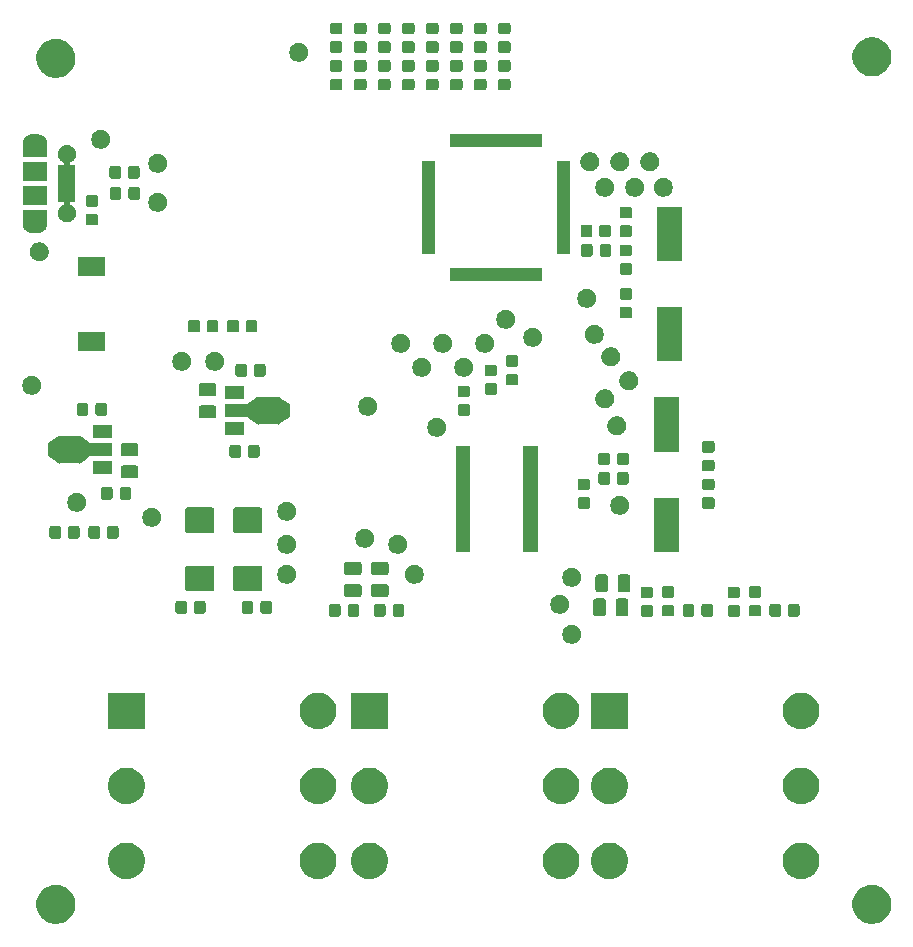
<source format=gbr>
G04 #@! TF.GenerationSoftware,KiCad,Pcbnew,(5.0.2)-1*
G04 #@! TF.CreationDate,2019-02-01T15:19:08+01:00*
G04 #@! TF.ProjectId,hac,6861632e-6b69-4636-9164-5f7063625858,rev?*
G04 #@! TF.SameCoordinates,Original*
G04 #@! TF.FileFunction,Soldermask,Top*
G04 #@! TF.FilePolarity,Negative*
%FSLAX46Y46*%
G04 Gerber Fmt 4.6, Leading zero omitted, Abs format (unit mm)*
G04 Created by KiCad (PCBNEW (5.0.2)-1) date 2/1/2019 3:19:08 PM*
%MOMM*%
%LPD*%
G01*
G04 APERTURE LIST*
%ADD10C,0.100000*%
G04 APERTURE END LIST*
D10*
G36*
X193415256Y-144441298D02*
X193521579Y-144462447D01*
X193822042Y-144586903D01*
X194088852Y-144765180D01*
X194092454Y-144767587D01*
X194322413Y-144997546D01*
X194503098Y-145267960D01*
X194627553Y-145568422D01*
X194691000Y-145887389D01*
X194691000Y-146212611D01*
X194627553Y-146531578D01*
X194503098Y-146832040D01*
X194322413Y-147102454D01*
X194092454Y-147332413D01*
X194092451Y-147332415D01*
X193822042Y-147513097D01*
X193521579Y-147637553D01*
X193415256Y-147658702D01*
X193202611Y-147701000D01*
X192877389Y-147701000D01*
X192664744Y-147658702D01*
X192558421Y-147637553D01*
X192257958Y-147513097D01*
X191987549Y-147332415D01*
X191987546Y-147332413D01*
X191757587Y-147102454D01*
X191576902Y-146832040D01*
X191452447Y-146531578D01*
X191389000Y-146212611D01*
X191389000Y-145887389D01*
X191452447Y-145568422D01*
X191576902Y-145267960D01*
X191757587Y-144997546D01*
X191987546Y-144767587D01*
X191991148Y-144765180D01*
X192257958Y-144586903D01*
X192558421Y-144462447D01*
X192664744Y-144441298D01*
X192877389Y-144399000D01*
X193202611Y-144399000D01*
X193415256Y-144441298D01*
X193415256Y-144441298D01*
G37*
G36*
X124327256Y-144441298D02*
X124433579Y-144462447D01*
X124734042Y-144586903D01*
X125000852Y-144765180D01*
X125004454Y-144767587D01*
X125234413Y-144997546D01*
X125415098Y-145267960D01*
X125539553Y-145568422D01*
X125603000Y-145887389D01*
X125603000Y-146212611D01*
X125539553Y-146531578D01*
X125415098Y-146832040D01*
X125234413Y-147102454D01*
X125004454Y-147332413D01*
X125004451Y-147332415D01*
X124734042Y-147513097D01*
X124433579Y-147637553D01*
X124327256Y-147658702D01*
X124114611Y-147701000D01*
X123789389Y-147701000D01*
X123576744Y-147658702D01*
X123470421Y-147637553D01*
X123169958Y-147513097D01*
X122899549Y-147332415D01*
X122899546Y-147332413D01*
X122669587Y-147102454D01*
X122488902Y-146832040D01*
X122364447Y-146531578D01*
X122301000Y-146212611D01*
X122301000Y-145887389D01*
X122364447Y-145568422D01*
X122488902Y-145267960D01*
X122669587Y-144997546D01*
X122899546Y-144767587D01*
X122903148Y-144765180D01*
X123169958Y-144586903D01*
X123470421Y-144462447D01*
X123576744Y-144441298D01*
X123789389Y-144399000D01*
X124114611Y-144399000D01*
X124327256Y-144441298D01*
X124327256Y-144441298D01*
G37*
G36*
X130273527Y-140855736D02*
X130373410Y-140875604D01*
X130655674Y-140992521D01*
X130909705Y-141162259D01*
X131125741Y-141378295D01*
X131295479Y-141632326D01*
X131412396Y-141914590D01*
X131472000Y-142214240D01*
X131472000Y-142519760D01*
X131412396Y-142819410D01*
X131295479Y-143101674D01*
X131125741Y-143355705D01*
X130909705Y-143571741D01*
X130655674Y-143741479D01*
X130373410Y-143858396D01*
X130273527Y-143878264D01*
X130073762Y-143918000D01*
X129768238Y-143918000D01*
X129568473Y-143878264D01*
X129468590Y-143858396D01*
X129186326Y-143741479D01*
X128932295Y-143571741D01*
X128716259Y-143355705D01*
X128546521Y-143101674D01*
X128429604Y-142819410D01*
X128370000Y-142519760D01*
X128370000Y-142214240D01*
X128429604Y-141914590D01*
X128546521Y-141632326D01*
X128716259Y-141378295D01*
X128932295Y-141162259D01*
X129186326Y-140992521D01*
X129468590Y-140875604D01*
X129568473Y-140855736D01*
X129768238Y-140816000D01*
X130073762Y-140816000D01*
X130273527Y-140855736D01*
X130273527Y-140855736D01*
G37*
G36*
X150847527Y-140855736D02*
X150947410Y-140875604D01*
X151229674Y-140992521D01*
X151483705Y-141162259D01*
X151699741Y-141378295D01*
X151869479Y-141632326D01*
X151986396Y-141914590D01*
X152046000Y-142214240D01*
X152046000Y-142519760D01*
X151986396Y-142819410D01*
X151869479Y-143101674D01*
X151699741Y-143355705D01*
X151483705Y-143571741D01*
X151229674Y-143741479D01*
X150947410Y-143858396D01*
X150847527Y-143878264D01*
X150647762Y-143918000D01*
X150342238Y-143918000D01*
X150142473Y-143878264D01*
X150042590Y-143858396D01*
X149760326Y-143741479D01*
X149506295Y-143571741D01*
X149290259Y-143355705D01*
X149120521Y-143101674D01*
X149003604Y-142819410D01*
X148944000Y-142519760D01*
X148944000Y-142214240D01*
X149003604Y-141914590D01*
X149120521Y-141632326D01*
X149290259Y-141378295D01*
X149506295Y-141162259D01*
X149760326Y-140992521D01*
X150042590Y-140875604D01*
X150142473Y-140855736D01*
X150342238Y-140816000D01*
X150647762Y-140816000D01*
X150847527Y-140855736D01*
X150847527Y-140855736D01*
G37*
G36*
X171167527Y-140855736D02*
X171267410Y-140875604D01*
X171549674Y-140992521D01*
X171803705Y-141162259D01*
X172019741Y-141378295D01*
X172189479Y-141632326D01*
X172306396Y-141914590D01*
X172366000Y-142214240D01*
X172366000Y-142519760D01*
X172306396Y-142819410D01*
X172189479Y-143101674D01*
X172019741Y-143355705D01*
X171803705Y-143571741D01*
X171549674Y-143741479D01*
X171267410Y-143858396D01*
X171167527Y-143878264D01*
X170967762Y-143918000D01*
X170662238Y-143918000D01*
X170462473Y-143878264D01*
X170362590Y-143858396D01*
X170080326Y-143741479D01*
X169826295Y-143571741D01*
X169610259Y-143355705D01*
X169440521Y-143101674D01*
X169323604Y-142819410D01*
X169264000Y-142519760D01*
X169264000Y-142214240D01*
X169323604Y-141914590D01*
X169440521Y-141632326D01*
X169610259Y-141378295D01*
X169826295Y-141162259D01*
X170080326Y-140992521D01*
X170362590Y-140875604D01*
X170462473Y-140855736D01*
X170662238Y-140816000D01*
X170967762Y-140816000D01*
X171167527Y-140855736D01*
X171167527Y-140855736D01*
G37*
G36*
X187397527Y-140855736D02*
X187497410Y-140875604D01*
X187779674Y-140992521D01*
X188033705Y-141162259D01*
X188249741Y-141378295D01*
X188419479Y-141632326D01*
X188536396Y-141914590D01*
X188596000Y-142214240D01*
X188596000Y-142519760D01*
X188536396Y-142819410D01*
X188419479Y-143101674D01*
X188249741Y-143355705D01*
X188033705Y-143571741D01*
X187779674Y-143741479D01*
X187497410Y-143858396D01*
X187397527Y-143878264D01*
X187197762Y-143918000D01*
X186892238Y-143918000D01*
X186692473Y-143878264D01*
X186592590Y-143858396D01*
X186310326Y-143741479D01*
X186056295Y-143571741D01*
X185840259Y-143355705D01*
X185670521Y-143101674D01*
X185553604Y-142819410D01*
X185494000Y-142519760D01*
X185494000Y-142214240D01*
X185553604Y-141914590D01*
X185670521Y-141632326D01*
X185840259Y-141378295D01*
X186056295Y-141162259D01*
X186310326Y-140992521D01*
X186592590Y-140875604D01*
X186692473Y-140855736D01*
X186892238Y-140816000D01*
X187197762Y-140816000D01*
X187397527Y-140855736D01*
X187397527Y-140855736D01*
G37*
G36*
X167077527Y-140855736D02*
X167177410Y-140875604D01*
X167459674Y-140992521D01*
X167713705Y-141162259D01*
X167929741Y-141378295D01*
X168099479Y-141632326D01*
X168216396Y-141914590D01*
X168276000Y-142214240D01*
X168276000Y-142519760D01*
X168216396Y-142819410D01*
X168099479Y-143101674D01*
X167929741Y-143355705D01*
X167713705Y-143571741D01*
X167459674Y-143741479D01*
X167177410Y-143858396D01*
X167077527Y-143878264D01*
X166877762Y-143918000D01*
X166572238Y-143918000D01*
X166372473Y-143878264D01*
X166272590Y-143858396D01*
X165990326Y-143741479D01*
X165736295Y-143571741D01*
X165520259Y-143355705D01*
X165350521Y-143101674D01*
X165233604Y-142819410D01*
X165174000Y-142519760D01*
X165174000Y-142214240D01*
X165233604Y-141914590D01*
X165350521Y-141632326D01*
X165520259Y-141378295D01*
X165736295Y-141162259D01*
X165990326Y-140992521D01*
X166272590Y-140875604D01*
X166372473Y-140855736D01*
X166572238Y-140816000D01*
X166877762Y-140816000D01*
X167077527Y-140855736D01*
X167077527Y-140855736D01*
G37*
G36*
X146503527Y-140855736D02*
X146603410Y-140875604D01*
X146885674Y-140992521D01*
X147139705Y-141162259D01*
X147355741Y-141378295D01*
X147525479Y-141632326D01*
X147642396Y-141914590D01*
X147702000Y-142214240D01*
X147702000Y-142519760D01*
X147642396Y-142819410D01*
X147525479Y-143101674D01*
X147355741Y-143355705D01*
X147139705Y-143571741D01*
X146885674Y-143741479D01*
X146603410Y-143858396D01*
X146503527Y-143878264D01*
X146303762Y-143918000D01*
X145998238Y-143918000D01*
X145798473Y-143878264D01*
X145698590Y-143858396D01*
X145416326Y-143741479D01*
X145162295Y-143571741D01*
X144946259Y-143355705D01*
X144776521Y-143101674D01*
X144659604Y-142819410D01*
X144600000Y-142519760D01*
X144600000Y-142214240D01*
X144659604Y-141914590D01*
X144776521Y-141632326D01*
X144946259Y-141378295D01*
X145162295Y-141162259D01*
X145416326Y-140992521D01*
X145698590Y-140875604D01*
X145798473Y-140855736D01*
X145998238Y-140816000D01*
X146303762Y-140816000D01*
X146503527Y-140855736D01*
X146503527Y-140855736D01*
G37*
G36*
X146503527Y-134505736D02*
X146603410Y-134525604D01*
X146885674Y-134642521D01*
X147139705Y-134812259D01*
X147355741Y-135028295D01*
X147525479Y-135282326D01*
X147642396Y-135564590D01*
X147702000Y-135864240D01*
X147702000Y-136169760D01*
X147642396Y-136469410D01*
X147525479Y-136751674D01*
X147355741Y-137005705D01*
X147139705Y-137221741D01*
X146885674Y-137391479D01*
X146603410Y-137508396D01*
X146503527Y-137528264D01*
X146303762Y-137568000D01*
X145998238Y-137568000D01*
X145798473Y-137528264D01*
X145698590Y-137508396D01*
X145416326Y-137391479D01*
X145162295Y-137221741D01*
X144946259Y-137005705D01*
X144776521Y-136751674D01*
X144659604Y-136469410D01*
X144600000Y-136169760D01*
X144600000Y-135864240D01*
X144659604Y-135564590D01*
X144776521Y-135282326D01*
X144946259Y-135028295D01*
X145162295Y-134812259D01*
X145416326Y-134642521D01*
X145698590Y-134525604D01*
X145798473Y-134505736D01*
X145998238Y-134466000D01*
X146303762Y-134466000D01*
X146503527Y-134505736D01*
X146503527Y-134505736D01*
G37*
G36*
X130273527Y-134505736D02*
X130373410Y-134525604D01*
X130655674Y-134642521D01*
X130909705Y-134812259D01*
X131125741Y-135028295D01*
X131295479Y-135282326D01*
X131412396Y-135564590D01*
X131472000Y-135864240D01*
X131472000Y-136169760D01*
X131412396Y-136469410D01*
X131295479Y-136751674D01*
X131125741Y-137005705D01*
X130909705Y-137221741D01*
X130655674Y-137391479D01*
X130373410Y-137508396D01*
X130273527Y-137528264D01*
X130073762Y-137568000D01*
X129768238Y-137568000D01*
X129568473Y-137528264D01*
X129468590Y-137508396D01*
X129186326Y-137391479D01*
X128932295Y-137221741D01*
X128716259Y-137005705D01*
X128546521Y-136751674D01*
X128429604Y-136469410D01*
X128370000Y-136169760D01*
X128370000Y-135864240D01*
X128429604Y-135564590D01*
X128546521Y-135282326D01*
X128716259Y-135028295D01*
X128932295Y-134812259D01*
X129186326Y-134642521D01*
X129468590Y-134525604D01*
X129568473Y-134505736D01*
X129768238Y-134466000D01*
X130073762Y-134466000D01*
X130273527Y-134505736D01*
X130273527Y-134505736D01*
G37*
G36*
X167077527Y-134505736D02*
X167177410Y-134525604D01*
X167459674Y-134642521D01*
X167713705Y-134812259D01*
X167929741Y-135028295D01*
X168099479Y-135282326D01*
X168216396Y-135564590D01*
X168276000Y-135864240D01*
X168276000Y-136169760D01*
X168216396Y-136469410D01*
X168099479Y-136751674D01*
X167929741Y-137005705D01*
X167713705Y-137221741D01*
X167459674Y-137391479D01*
X167177410Y-137508396D01*
X167077527Y-137528264D01*
X166877762Y-137568000D01*
X166572238Y-137568000D01*
X166372473Y-137528264D01*
X166272590Y-137508396D01*
X165990326Y-137391479D01*
X165736295Y-137221741D01*
X165520259Y-137005705D01*
X165350521Y-136751674D01*
X165233604Y-136469410D01*
X165174000Y-136169760D01*
X165174000Y-135864240D01*
X165233604Y-135564590D01*
X165350521Y-135282326D01*
X165520259Y-135028295D01*
X165736295Y-134812259D01*
X165990326Y-134642521D01*
X166272590Y-134525604D01*
X166372473Y-134505736D01*
X166572238Y-134466000D01*
X166877762Y-134466000D01*
X167077527Y-134505736D01*
X167077527Y-134505736D01*
G37*
G36*
X150847527Y-134505736D02*
X150947410Y-134525604D01*
X151229674Y-134642521D01*
X151483705Y-134812259D01*
X151699741Y-135028295D01*
X151869479Y-135282326D01*
X151986396Y-135564590D01*
X152046000Y-135864240D01*
X152046000Y-136169760D01*
X151986396Y-136469410D01*
X151869479Y-136751674D01*
X151699741Y-137005705D01*
X151483705Y-137221741D01*
X151229674Y-137391479D01*
X150947410Y-137508396D01*
X150847527Y-137528264D01*
X150647762Y-137568000D01*
X150342238Y-137568000D01*
X150142473Y-137528264D01*
X150042590Y-137508396D01*
X149760326Y-137391479D01*
X149506295Y-137221741D01*
X149290259Y-137005705D01*
X149120521Y-136751674D01*
X149003604Y-136469410D01*
X148944000Y-136169760D01*
X148944000Y-135864240D01*
X149003604Y-135564590D01*
X149120521Y-135282326D01*
X149290259Y-135028295D01*
X149506295Y-134812259D01*
X149760326Y-134642521D01*
X150042590Y-134525604D01*
X150142473Y-134505736D01*
X150342238Y-134466000D01*
X150647762Y-134466000D01*
X150847527Y-134505736D01*
X150847527Y-134505736D01*
G37*
G36*
X187397527Y-134505736D02*
X187497410Y-134525604D01*
X187779674Y-134642521D01*
X188033705Y-134812259D01*
X188249741Y-135028295D01*
X188419479Y-135282326D01*
X188536396Y-135564590D01*
X188596000Y-135864240D01*
X188596000Y-136169760D01*
X188536396Y-136469410D01*
X188419479Y-136751674D01*
X188249741Y-137005705D01*
X188033705Y-137221741D01*
X187779674Y-137391479D01*
X187497410Y-137508396D01*
X187397527Y-137528264D01*
X187197762Y-137568000D01*
X186892238Y-137568000D01*
X186692473Y-137528264D01*
X186592590Y-137508396D01*
X186310326Y-137391479D01*
X186056295Y-137221741D01*
X185840259Y-137005705D01*
X185670521Y-136751674D01*
X185553604Y-136469410D01*
X185494000Y-136169760D01*
X185494000Y-135864240D01*
X185553604Y-135564590D01*
X185670521Y-135282326D01*
X185840259Y-135028295D01*
X186056295Y-134812259D01*
X186310326Y-134642521D01*
X186592590Y-134525604D01*
X186692473Y-134505736D01*
X186892238Y-134466000D01*
X187197762Y-134466000D01*
X187397527Y-134505736D01*
X187397527Y-134505736D01*
G37*
G36*
X171167527Y-134505736D02*
X171267410Y-134525604D01*
X171549674Y-134642521D01*
X171803705Y-134812259D01*
X172019741Y-135028295D01*
X172189479Y-135282326D01*
X172306396Y-135564590D01*
X172366000Y-135864240D01*
X172366000Y-136169760D01*
X172306396Y-136469410D01*
X172189479Y-136751674D01*
X172019741Y-137005705D01*
X171803705Y-137221741D01*
X171549674Y-137391479D01*
X171267410Y-137508396D01*
X171167527Y-137528264D01*
X170967762Y-137568000D01*
X170662238Y-137568000D01*
X170462473Y-137528264D01*
X170362590Y-137508396D01*
X170080326Y-137391479D01*
X169826295Y-137221741D01*
X169610259Y-137005705D01*
X169440521Y-136751674D01*
X169323604Y-136469410D01*
X169264000Y-136169760D01*
X169264000Y-135864240D01*
X169323604Y-135564590D01*
X169440521Y-135282326D01*
X169610259Y-135028295D01*
X169826295Y-134812259D01*
X170080326Y-134642521D01*
X170362590Y-134525604D01*
X170462473Y-134505736D01*
X170662238Y-134466000D01*
X170967762Y-134466000D01*
X171167527Y-134505736D01*
X171167527Y-134505736D01*
G37*
G36*
X146503527Y-128155736D02*
X146603410Y-128175604D01*
X146885674Y-128292521D01*
X147139705Y-128462259D01*
X147355741Y-128678295D01*
X147525479Y-128932326D01*
X147642396Y-129214590D01*
X147702000Y-129514240D01*
X147702000Y-129819760D01*
X147642396Y-130119410D01*
X147525479Y-130401674D01*
X147355741Y-130655705D01*
X147139705Y-130871741D01*
X146885674Y-131041479D01*
X146603410Y-131158396D01*
X146503527Y-131178264D01*
X146303762Y-131218000D01*
X145998238Y-131218000D01*
X145798473Y-131178264D01*
X145698590Y-131158396D01*
X145416326Y-131041479D01*
X145162295Y-130871741D01*
X144946259Y-130655705D01*
X144776521Y-130401674D01*
X144659604Y-130119410D01*
X144600000Y-129819760D01*
X144600000Y-129514240D01*
X144659604Y-129214590D01*
X144776521Y-128932326D01*
X144946259Y-128678295D01*
X145162295Y-128462259D01*
X145416326Y-128292521D01*
X145698590Y-128175604D01*
X145798473Y-128155736D01*
X145998238Y-128116000D01*
X146303762Y-128116000D01*
X146503527Y-128155736D01*
X146503527Y-128155736D01*
G37*
G36*
X152046000Y-131218000D02*
X148944000Y-131218000D01*
X148944000Y-128116000D01*
X152046000Y-128116000D01*
X152046000Y-131218000D01*
X152046000Y-131218000D01*
G37*
G36*
X167077527Y-128155736D02*
X167177410Y-128175604D01*
X167459674Y-128292521D01*
X167713705Y-128462259D01*
X167929741Y-128678295D01*
X168099479Y-128932326D01*
X168216396Y-129214590D01*
X168276000Y-129514240D01*
X168276000Y-129819760D01*
X168216396Y-130119410D01*
X168099479Y-130401674D01*
X167929741Y-130655705D01*
X167713705Y-130871741D01*
X167459674Y-131041479D01*
X167177410Y-131158396D01*
X167077527Y-131178264D01*
X166877762Y-131218000D01*
X166572238Y-131218000D01*
X166372473Y-131178264D01*
X166272590Y-131158396D01*
X165990326Y-131041479D01*
X165736295Y-130871741D01*
X165520259Y-130655705D01*
X165350521Y-130401674D01*
X165233604Y-130119410D01*
X165174000Y-129819760D01*
X165174000Y-129514240D01*
X165233604Y-129214590D01*
X165350521Y-128932326D01*
X165520259Y-128678295D01*
X165736295Y-128462259D01*
X165990326Y-128292521D01*
X166272590Y-128175604D01*
X166372473Y-128155736D01*
X166572238Y-128116000D01*
X166877762Y-128116000D01*
X167077527Y-128155736D01*
X167077527Y-128155736D01*
G37*
G36*
X131472000Y-131218000D02*
X128370000Y-131218000D01*
X128370000Y-128116000D01*
X131472000Y-128116000D01*
X131472000Y-131218000D01*
X131472000Y-131218000D01*
G37*
G36*
X187397527Y-128155736D02*
X187497410Y-128175604D01*
X187779674Y-128292521D01*
X188033705Y-128462259D01*
X188249741Y-128678295D01*
X188419479Y-128932326D01*
X188536396Y-129214590D01*
X188596000Y-129514240D01*
X188596000Y-129819760D01*
X188536396Y-130119410D01*
X188419479Y-130401674D01*
X188249741Y-130655705D01*
X188033705Y-130871741D01*
X187779674Y-131041479D01*
X187497410Y-131158396D01*
X187397527Y-131178264D01*
X187197762Y-131218000D01*
X186892238Y-131218000D01*
X186692473Y-131178264D01*
X186592590Y-131158396D01*
X186310326Y-131041479D01*
X186056295Y-130871741D01*
X185840259Y-130655705D01*
X185670521Y-130401674D01*
X185553604Y-130119410D01*
X185494000Y-129819760D01*
X185494000Y-129514240D01*
X185553604Y-129214590D01*
X185670521Y-128932326D01*
X185840259Y-128678295D01*
X186056295Y-128462259D01*
X186310326Y-128292521D01*
X186592590Y-128175604D01*
X186692473Y-128155736D01*
X186892238Y-128116000D01*
X187197762Y-128116000D01*
X187397527Y-128155736D01*
X187397527Y-128155736D01*
G37*
G36*
X172366000Y-131218000D02*
X169264000Y-131218000D01*
X169264000Y-128116000D01*
X172366000Y-128116000D01*
X172366000Y-131218000D01*
X172366000Y-131218000D01*
G37*
G36*
X167873643Y-122419781D02*
X168019415Y-122480162D01*
X168150611Y-122567824D01*
X168262176Y-122679389D01*
X168349838Y-122810585D01*
X168410219Y-122956357D01*
X168441000Y-123111107D01*
X168441000Y-123268893D01*
X168410219Y-123423643D01*
X168349838Y-123569415D01*
X168262176Y-123700611D01*
X168150611Y-123812176D01*
X168019415Y-123899838D01*
X167873643Y-123960219D01*
X167718893Y-123991000D01*
X167561107Y-123991000D01*
X167406357Y-123960219D01*
X167260585Y-123899838D01*
X167129389Y-123812176D01*
X167017824Y-123700611D01*
X166930162Y-123569415D01*
X166869781Y-123423643D01*
X166839000Y-123268893D01*
X166839000Y-123111107D01*
X166869781Y-122956357D01*
X166930162Y-122810585D01*
X167017824Y-122679389D01*
X167129389Y-122567824D01*
X167260585Y-122480162D01*
X167406357Y-122419781D01*
X167561107Y-122389000D01*
X167718893Y-122389000D01*
X167873643Y-122419781D01*
X167873643Y-122419781D01*
G37*
G36*
X174369591Y-120724585D02*
X174403569Y-120734893D01*
X174434887Y-120751633D01*
X174462339Y-120774161D01*
X174484867Y-120801613D01*
X174501607Y-120832931D01*
X174511915Y-120866909D01*
X174516000Y-120908390D01*
X174516000Y-121509610D01*
X174511915Y-121551091D01*
X174501607Y-121585069D01*
X174484867Y-121616387D01*
X174462339Y-121643839D01*
X174434887Y-121666367D01*
X174403569Y-121683107D01*
X174369591Y-121693415D01*
X174328110Y-121697500D01*
X173651890Y-121697500D01*
X173610409Y-121693415D01*
X173576431Y-121683107D01*
X173545113Y-121666367D01*
X173517661Y-121643839D01*
X173495133Y-121616387D01*
X173478393Y-121585069D01*
X173468085Y-121551091D01*
X173464000Y-121509610D01*
X173464000Y-120908390D01*
X173468085Y-120866909D01*
X173478393Y-120832931D01*
X173495133Y-120801613D01*
X173517661Y-120774161D01*
X173545113Y-120751633D01*
X173576431Y-120734893D01*
X173610409Y-120724585D01*
X173651890Y-120720500D01*
X174328110Y-120720500D01*
X174369591Y-120724585D01*
X174369591Y-120724585D01*
G37*
G36*
X181735591Y-120724585D02*
X181769569Y-120734893D01*
X181800887Y-120751633D01*
X181828339Y-120774161D01*
X181850867Y-120801613D01*
X181867607Y-120832931D01*
X181877915Y-120866909D01*
X181882000Y-120908390D01*
X181882000Y-121509610D01*
X181877915Y-121551091D01*
X181867607Y-121585069D01*
X181850867Y-121616387D01*
X181828339Y-121643839D01*
X181800887Y-121666367D01*
X181769569Y-121683107D01*
X181735591Y-121693415D01*
X181694110Y-121697500D01*
X181017890Y-121697500D01*
X180976409Y-121693415D01*
X180942431Y-121683107D01*
X180911113Y-121666367D01*
X180883661Y-121643839D01*
X180861133Y-121616387D01*
X180844393Y-121585069D01*
X180834085Y-121551091D01*
X180830000Y-121509610D01*
X180830000Y-120908390D01*
X180834085Y-120866909D01*
X180844393Y-120832931D01*
X180861133Y-120801613D01*
X180883661Y-120774161D01*
X180911113Y-120751633D01*
X180942431Y-120734893D01*
X180976409Y-120724585D01*
X181017890Y-120720500D01*
X181694110Y-120720500D01*
X181735591Y-120724585D01*
X181735591Y-120724585D01*
G37*
G36*
X147916091Y-120636085D02*
X147950069Y-120646393D01*
X147981387Y-120663133D01*
X148008839Y-120685661D01*
X148031367Y-120713113D01*
X148048107Y-120744431D01*
X148058415Y-120778409D01*
X148062500Y-120819890D01*
X148062500Y-121496110D01*
X148058415Y-121537591D01*
X148048107Y-121571569D01*
X148031367Y-121602887D01*
X148008839Y-121630339D01*
X147981387Y-121652867D01*
X147950069Y-121669607D01*
X147916091Y-121679915D01*
X147874610Y-121684000D01*
X147273390Y-121684000D01*
X147231909Y-121679915D01*
X147197931Y-121669607D01*
X147166613Y-121652867D01*
X147139161Y-121630339D01*
X147116633Y-121602887D01*
X147099893Y-121571569D01*
X147089585Y-121537591D01*
X147085500Y-121496110D01*
X147085500Y-120819890D01*
X147089585Y-120778409D01*
X147099893Y-120744431D01*
X147116633Y-120713113D01*
X147139161Y-120685661D01*
X147166613Y-120663133D01*
X147197931Y-120646393D01*
X147231909Y-120636085D01*
X147273390Y-120632000D01*
X147874610Y-120632000D01*
X147916091Y-120636085D01*
X147916091Y-120636085D01*
G37*
G36*
X149491091Y-120636085D02*
X149525069Y-120646393D01*
X149556387Y-120663133D01*
X149583839Y-120685661D01*
X149606367Y-120713113D01*
X149623107Y-120744431D01*
X149633415Y-120778409D01*
X149637500Y-120819890D01*
X149637500Y-121496110D01*
X149633415Y-121537591D01*
X149623107Y-121571569D01*
X149606367Y-121602887D01*
X149583839Y-121630339D01*
X149556387Y-121652867D01*
X149525069Y-121669607D01*
X149491091Y-121679915D01*
X149449610Y-121684000D01*
X148848390Y-121684000D01*
X148806909Y-121679915D01*
X148772931Y-121669607D01*
X148741613Y-121652867D01*
X148714161Y-121630339D01*
X148691633Y-121602887D01*
X148674893Y-121571569D01*
X148664585Y-121537591D01*
X148660500Y-121496110D01*
X148660500Y-120819890D01*
X148664585Y-120778409D01*
X148674893Y-120744431D01*
X148691633Y-120713113D01*
X148714161Y-120685661D01*
X148741613Y-120663133D01*
X148772931Y-120646393D01*
X148806909Y-120636085D01*
X148848390Y-120632000D01*
X149449610Y-120632000D01*
X149491091Y-120636085D01*
X149491091Y-120636085D01*
G37*
G36*
X151726091Y-120636085D02*
X151760069Y-120646393D01*
X151791387Y-120663133D01*
X151818839Y-120685661D01*
X151841367Y-120713113D01*
X151858107Y-120744431D01*
X151868415Y-120778409D01*
X151872500Y-120819890D01*
X151872500Y-121496110D01*
X151868415Y-121537591D01*
X151858107Y-121571569D01*
X151841367Y-121602887D01*
X151818839Y-121630339D01*
X151791387Y-121652867D01*
X151760069Y-121669607D01*
X151726091Y-121679915D01*
X151684610Y-121684000D01*
X151083390Y-121684000D01*
X151041909Y-121679915D01*
X151007931Y-121669607D01*
X150976613Y-121652867D01*
X150949161Y-121630339D01*
X150926633Y-121602887D01*
X150909893Y-121571569D01*
X150899585Y-121537591D01*
X150895500Y-121496110D01*
X150895500Y-120819890D01*
X150899585Y-120778409D01*
X150909893Y-120744431D01*
X150926633Y-120713113D01*
X150949161Y-120685661D01*
X150976613Y-120663133D01*
X151007931Y-120646393D01*
X151041909Y-120636085D01*
X151083390Y-120632000D01*
X151684610Y-120632000D01*
X151726091Y-120636085D01*
X151726091Y-120636085D01*
G37*
G36*
X177862591Y-120636085D02*
X177896569Y-120646393D01*
X177927887Y-120663133D01*
X177955339Y-120685661D01*
X177977867Y-120713113D01*
X177994607Y-120744431D01*
X178004915Y-120778409D01*
X178009000Y-120819890D01*
X178009000Y-121496110D01*
X178004915Y-121537591D01*
X177994607Y-121571569D01*
X177977867Y-121602887D01*
X177955339Y-121630339D01*
X177927887Y-121652867D01*
X177896569Y-121669607D01*
X177862591Y-121679915D01*
X177821110Y-121684000D01*
X177219890Y-121684000D01*
X177178409Y-121679915D01*
X177144431Y-121669607D01*
X177113113Y-121652867D01*
X177085661Y-121630339D01*
X177063133Y-121602887D01*
X177046393Y-121571569D01*
X177036085Y-121537591D01*
X177032000Y-121496110D01*
X177032000Y-120819890D01*
X177036085Y-120778409D01*
X177046393Y-120744431D01*
X177063133Y-120713113D01*
X177085661Y-120685661D01*
X177113113Y-120663133D01*
X177144431Y-120646393D01*
X177178409Y-120636085D01*
X177219890Y-120632000D01*
X177821110Y-120632000D01*
X177862591Y-120636085D01*
X177862591Y-120636085D01*
G37*
G36*
X185203091Y-120636085D02*
X185237069Y-120646393D01*
X185268387Y-120663133D01*
X185295839Y-120685661D01*
X185318367Y-120713113D01*
X185335107Y-120744431D01*
X185345415Y-120778409D01*
X185349500Y-120819890D01*
X185349500Y-121496110D01*
X185345415Y-121537591D01*
X185335107Y-121571569D01*
X185318367Y-121602887D01*
X185295839Y-121630339D01*
X185268387Y-121652867D01*
X185237069Y-121669607D01*
X185203091Y-121679915D01*
X185161610Y-121684000D01*
X184560390Y-121684000D01*
X184518909Y-121679915D01*
X184484931Y-121669607D01*
X184453613Y-121652867D01*
X184426161Y-121630339D01*
X184403633Y-121602887D01*
X184386893Y-121571569D01*
X184376585Y-121537591D01*
X184372500Y-121496110D01*
X184372500Y-120819890D01*
X184376585Y-120778409D01*
X184386893Y-120744431D01*
X184403633Y-120713113D01*
X184426161Y-120685661D01*
X184453613Y-120663133D01*
X184484931Y-120646393D01*
X184518909Y-120636085D01*
X184560390Y-120632000D01*
X185161610Y-120632000D01*
X185203091Y-120636085D01*
X185203091Y-120636085D01*
G37*
G36*
X186778091Y-120636085D02*
X186812069Y-120646393D01*
X186843387Y-120663133D01*
X186870839Y-120685661D01*
X186893367Y-120713113D01*
X186910107Y-120744431D01*
X186920415Y-120778409D01*
X186924500Y-120819890D01*
X186924500Y-121496110D01*
X186920415Y-121537591D01*
X186910107Y-121571569D01*
X186893367Y-121602887D01*
X186870839Y-121630339D01*
X186843387Y-121652867D01*
X186812069Y-121669607D01*
X186778091Y-121679915D01*
X186736610Y-121684000D01*
X186135390Y-121684000D01*
X186093909Y-121679915D01*
X186059931Y-121669607D01*
X186028613Y-121652867D01*
X186001161Y-121630339D01*
X185978633Y-121602887D01*
X185961893Y-121571569D01*
X185951585Y-121537591D01*
X185947500Y-121496110D01*
X185947500Y-120819890D01*
X185951585Y-120778409D01*
X185961893Y-120744431D01*
X185978633Y-120713113D01*
X186001161Y-120685661D01*
X186028613Y-120663133D01*
X186059931Y-120646393D01*
X186093909Y-120636085D01*
X186135390Y-120632000D01*
X186736610Y-120632000D01*
X186778091Y-120636085D01*
X186778091Y-120636085D01*
G37*
G36*
X153301091Y-120636085D02*
X153335069Y-120646393D01*
X153366387Y-120663133D01*
X153393839Y-120685661D01*
X153416367Y-120713113D01*
X153433107Y-120744431D01*
X153443415Y-120778409D01*
X153447500Y-120819890D01*
X153447500Y-121496110D01*
X153443415Y-121537591D01*
X153433107Y-121571569D01*
X153416367Y-121602887D01*
X153393839Y-121630339D01*
X153366387Y-121652867D01*
X153335069Y-121669607D01*
X153301091Y-121679915D01*
X153259610Y-121684000D01*
X152658390Y-121684000D01*
X152616909Y-121679915D01*
X152582931Y-121669607D01*
X152551613Y-121652867D01*
X152524161Y-121630339D01*
X152501633Y-121602887D01*
X152484893Y-121571569D01*
X152474585Y-121537591D01*
X152470500Y-121496110D01*
X152470500Y-120819890D01*
X152474585Y-120778409D01*
X152484893Y-120744431D01*
X152501633Y-120713113D01*
X152524161Y-120685661D01*
X152551613Y-120663133D01*
X152582931Y-120646393D01*
X152616909Y-120636085D01*
X152658390Y-120632000D01*
X153259610Y-120632000D01*
X153301091Y-120636085D01*
X153301091Y-120636085D01*
G37*
G36*
X179437591Y-120636085D02*
X179471569Y-120646393D01*
X179502887Y-120663133D01*
X179530339Y-120685661D01*
X179552867Y-120713113D01*
X179569607Y-120744431D01*
X179579915Y-120778409D01*
X179584000Y-120819890D01*
X179584000Y-121496110D01*
X179579915Y-121537591D01*
X179569607Y-121571569D01*
X179552867Y-121602887D01*
X179530339Y-121630339D01*
X179502887Y-121652867D01*
X179471569Y-121669607D01*
X179437591Y-121679915D01*
X179396110Y-121684000D01*
X178794890Y-121684000D01*
X178753409Y-121679915D01*
X178719431Y-121669607D01*
X178688113Y-121652867D01*
X178660661Y-121630339D01*
X178638133Y-121602887D01*
X178621393Y-121571569D01*
X178611085Y-121537591D01*
X178607000Y-121496110D01*
X178607000Y-120819890D01*
X178611085Y-120778409D01*
X178621393Y-120744431D01*
X178638133Y-120713113D01*
X178660661Y-120685661D01*
X178688113Y-120663133D01*
X178719431Y-120646393D01*
X178753409Y-120636085D01*
X178794890Y-120632000D01*
X179396110Y-120632000D01*
X179437591Y-120636085D01*
X179437591Y-120636085D01*
G37*
G36*
X176147591Y-120699085D02*
X176181569Y-120709393D01*
X176212887Y-120726133D01*
X176240339Y-120748661D01*
X176262867Y-120776113D01*
X176279607Y-120807431D01*
X176289915Y-120841409D01*
X176294000Y-120882890D01*
X176294000Y-121484110D01*
X176289915Y-121525591D01*
X176279607Y-121559569D01*
X176262867Y-121590887D01*
X176240339Y-121618339D01*
X176212887Y-121640867D01*
X176181569Y-121657607D01*
X176147591Y-121667915D01*
X176106110Y-121672000D01*
X175429890Y-121672000D01*
X175388409Y-121667915D01*
X175354431Y-121657607D01*
X175323113Y-121640867D01*
X175295661Y-121618339D01*
X175273133Y-121590887D01*
X175256393Y-121559569D01*
X175246085Y-121525591D01*
X175242000Y-121484110D01*
X175242000Y-120882890D01*
X175246085Y-120841409D01*
X175256393Y-120807431D01*
X175273133Y-120776113D01*
X175295661Y-120748661D01*
X175323113Y-120726133D01*
X175354431Y-120709393D01*
X175388409Y-120699085D01*
X175429890Y-120695000D01*
X176106110Y-120695000D01*
X176147591Y-120699085D01*
X176147591Y-120699085D01*
G37*
G36*
X183513591Y-120699085D02*
X183547569Y-120709393D01*
X183578887Y-120726133D01*
X183606339Y-120748661D01*
X183628867Y-120776113D01*
X183645607Y-120807431D01*
X183655915Y-120841409D01*
X183660000Y-120882890D01*
X183660000Y-121484110D01*
X183655915Y-121525591D01*
X183645607Y-121559569D01*
X183628867Y-121590887D01*
X183606339Y-121618339D01*
X183578887Y-121640867D01*
X183547569Y-121657607D01*
X183513591Y-121667915D01*
X183472110Y-121672000D01*
X182795890Y-121672000D01*
X182754409Y-121667915D01*
X182720431Y-121657607D01*
X182689113Y-121640867D01*
X182661661Y-121618339D01*
X182639133Y-121590887D01*
X182622393Y-121559569D01*
X182612085Y-121525591D01*
X182608000Y-121484110D01*
X182608000Y-120882890D01*
X182612085Y-120841409D01*
X182622393Y-120807431D01*
X182639133Y-120776113D01*
X182661661Y-120748661D01*
X182689113Y-120726133D01*
X182720431Y-120709393D01*
X182754409Y-120699085D01*
X182795890Y-120695000D01*
X183472110Y-120695000D01*
X183513591Y-120699085D01*
X183513591Y-120699085D01*
G37*
G36*
X170376466Y-120157565D02*
X170415137Y-120169296D01*
X170450779Y-120188348D01*
X170482017Y-120213983D01*
X170507652Y-120245221D01*
X170526704Y-120280863D01*
X170538435Y-120319534D01*
X170543000Y-120365888D01*
X170543000Y-121442112D01*
X170538435Y-121488466D01*
X170526704Y-121527137D01*
X170507652Y-121562779D01*
X170482017Y-121594017D01*
X170450779Y-121619652D01*
X170415137Y-121638704D01*
X170376466Y-121650435D01*
X170330112Y-121655000D01*
X169678888Y-121655000D01*
X169632534Y-121650435D01*
X169593863Y-121638704D01*
X169558221Y-121619652D01*
X169526983Y-121594017D01*
X169501348Y-121562779D01*
X169482296Y-121527137D01*
X169470565Y-121488466D01*
X169466000Y-121442112D01*
X169466000Y-120365888D01*
X169470565Y-120319534D01*
X169482296Y-120280863D01*
X169501348Y-120245221D01*
X169526983Y-120213983D01*
X169558221Y-120188348D01*
X169593863Y-120169296D01*
X169632534Y-120157565D01*
X169678888Y-120153000D01*
X170330112Y-120153000D01*
X170376466Y-120157565D01*
X170376466Y-120157565D01*
G37*
G36*
X172251466Y-120157565D02*
X172290137Y-120169296D01*
X172325779Y-120188348D01*
X172357017Y-120213983D01*
X172382652Y-120245221D01*
X172401704Y-120280863D01*
X172413435Y-120319534D01*
X172418000Y-120365888D01*
X172418000Y-121442112D01*
X172413435Y-121488466D01*
X172401704Y-121527137D01*
X172382652Y-121562779D01*
X172357017Y-121594017D01*
X172325779Y-121619652D01*
X172290137Y-121638704D01*
X172251466Y-121650435D01*
X172205112Y-121655000D01*
X171553888Y-121655000D01*
X171507534Y-121650435D01*
X171468863Y-121638704D01*
X171433221Y-121619652D01*
X171401983Y-121594017D01*
X171376348Y-121562779D01*
X171357296Y-121527137D01*
X171345565Y-121488466D01*
X171341000Y-121442112D01*
X171341000Y-120365888D01*
X171345565Y-120319534D01*
X171357296Y-120280863D01*
X171376348Y-120245221D01*
X171401983Y-120213983D01*
X171433221Y-120188348D01*
X171468863Y-120169296D01*
X171507534Y-120157565D01*
X171553888Y-120153000D01*
X172205112Y-120153000D01*
X172251466Y-120157565D01*
X172251466Y-120157565D01*
G37*
G36*
X166857643Y-119879781D02*
X167003415Y-119940162D01*
X167134611Y-120027824D01*
X167246176Y-120139389D01*
X167333838Y-120270585D01*
X167394219Y-120416357D01*
X167425000Y-120571107D01*
X167425000Y-120728893D01*
X167394219Y-120883643D01*
X167333838Y-121029415D01*
X167246176Y-121160611D01*
X167134611Y-121272176D01*
X167003415Y-121359838D01*
X166857643Y-121420219D01*
X166702893Y-121451000D01*
X166545107Y-121451000D01*
X166390357Y-121420219D01*
X166244585Y-121359838D01*
X166113389Y-121272176D01*
X166001824Y-121160611D01*
X165914162Y-121029415D01*
X165853781Y-120883643D01*
X165823000Y-120728893D01*
X165823000Y-120571107D01*
X165853781Y-120416357D01*
X165914162Y-120270585D01*
X166001824Y-120139389D01*
X166113389Y-120027824D01*
X166244585Y-119940162D01*
X166390357Y-119879781D01*
X166545107Y-119849000D01*
X166702893Y-119849000D01*
X166857643Y-119879781D01*
X166857643Y-119879781D01*
G37*
G36*
X136486091Y-120382085D02*
X136520069Y-120392393D01*
X136551387Y-120409133D01*
X136578839Y-120431661D01*
X136601367Y-120459113D01*
X136618107Y-120490431D01*
X136628415Y-120524409D01*
X136632500Y-120565890D01*
X136632500Y-121242110D01*
X136628415Y-121283591D01*
X136618107Y-121317569D01*
X136601367Y-121348887D01*
X136578839Y-121376339D01*
X136551387Y-121398867D01*
X136520069Y-121415607D01*
X136486091Y-121425915D01*
X136444610Y-121430000D01*
X135843390Y-121430000D01*
X135801909Y-121425915D01*
X135767931Y-121415607D01*
X135736613Y-121398867D01*
X135709161Y-121376339D01*
X135686633Y-121348887D01*
X135669893Y-121317569D01*
X135659585Y-121283591D01*
X135655500Y-121242110D01*
X135655500Y-120565890D01*
X135659585Y-120524409D01*
X135669893Y-120490431D01*
X135686633Y-120459113D01*
X135709161Y-120431661D01*
X135736613Y-120409133D01*
X135767931Y-120392393D01*
X135801909Y-120382085D01*
X135843390Y-120378000D01*
X136444610Y-120378000D01*
X136486091Y-120382085D01*
X136486091Y-120382085D01*
G37*
G36*
X142099591Y-120382085D02*
X142133569Y-120392393D01*
X142164887Y-120409133D01*
X142192339Y-120431661D01*
X142214867Y-120459113D01*
X142231607Y-120490431D01*
X142241915Y-120524409D01*
X142246000Y-120565890D01*
X142246000Y-121242110D01*
X142241915Y-121283591D01*
X142231607Y-121317569D01*
X142214867Y-121348887D01*
X142192339Y-121376339D01*
X142164887Y-121398867D01*
X142133569Y-121415607D01*
X142099591Y-121425915D01*
X142058110Y-121430000D01*
X141456890Y-121430000D01*
X141415409Y-121425915D01*
X141381431Y-121415607D01*
X141350113Y-121398867D01*
X141322661Y-121376339D01*
X141300133Y-121348887D01*
X141283393Y-121317569D01*
X141273085Y-121283591D01*
X141269000Y-121242110D01*
X141269000Y-120565890D01*
X141273085Y-120524409D01*
X141283393Y-120490431D01*
X141300133Y-120459113D01*
X141322661Y-120431661D01*
X141350113Y-120409133D01*
X141381431Y-120392393D01*
X141415409Y-120382085D01*
X141456890Y-120378000D01*
X142058110Y-120378000D01*
X142099591Y-120382085D01*
X142099591Y-120382085D01*
G37*
G36*
X134911091Y-120382085D02*
X134945069Y-120392393D01*
X134976387Y-120409133D01*
X135003839Y-120431661D01*
X135026367Y-120459113D01*
X135043107Y-120490431D01*
X135053415Y-120524409D01*
X135057500Y-120565890D01*
X135057500Y-121242110D01*
X135053415Y-121283591D01*
X135043107Y-121317569D01*
X135026367Y-121348887D01*
X135003839Y-121376339D01*
X134976387Y-121398867D01*
X134945069Y-121415607D01*
X134911091Y-121425915D01*
X134869610Y-121430000D01*
X134268390Y-121430000D01*
X134226909Y-121425915D01*
X134192931Y-121415607D01*
X134161613Y-121398867D01*
X134134161Y-121376339D01*
X134111633Y-121348887D01*
X134094893Y-121317569D01*
X134084585Y-121283591D01*
X134080500Y-121242110D01*
X134080500Y-120565890D01*
X134084585Y-120524409D01*
X134094893Y-120490431D01*
X134111633Y-120459113D01*
X134134161Y-120431661D01*
X134161613Y-120409133D01*
X134192931Y-120392393D01*
X134226909Y-120382085D01*
X134268390Y-120378000D01*
X134869610Y-120378000D01*
X134911091Y-120382085D01*
X134911091Y-120382085D01*
G37*
G36*
X140524591Y-120382085D02*
X140558569Y-120392393D01*
X140589887Y-120409133D01*
X140617339Y-120431661D01*
X140639867Y-120459113D01*
X140656607Y-120490431D01*
X140666915Y-120524409D01*
X140671000Y-120565890D01*
X140671000Y-121242110D01*
X140666915Y-121283591D01*
X140656607Y-121317569D01*
X140639867Y-121348887D01*
X140617339Y-121376339D01*
X140589887Y-121398867D01*
X140558569Y-121415607D01*
X140524591Y-121425915D01*
X140483110Y-121430000D01*
X139881890Y-121430000D01*
X139840409Y-121425915D01*
X139806431Y-121415607D01*
X139775113Y-121398867D01*
X139747661Y-121376339D01*
X139725133Y-121348887D01*
X139708393Y-121317569D01*
X139698085Y-121283591D01*
X139694000Y-121242110D01*
X139694000Y-120565890D01*
X139698085Y-120524409D01*
X139708393Y-120490431D01*
X139725133Y-120459113D01*
X139747661Y-120431661D01*
X139775113Y-120409133D01*
X139806431Y-120392393D01*
X139840409Y-120382085D01*
X139881890Y-120378000D01*
X140483110Y-120378000D01*
X140524591Y-120382085D01*
X140524591Y-120382085D01*
G37*
G36*
X181735591Y-119149585D02*
X181769569Y-119159893D01*
X181800887Y-119176633D01*
X181828339Y-119199161D01*
X181850867Y-119226613D01*
X181867607Y-119257931D01*
X181877915Y-119291909D01*
X181882000Y-119333390D01*
X181882000Y-119934610D01*
X181877915Y-119976091D01*
X181867607Y-120010069D01*
X181850867Y-120041387D01*
X181828339Y-120068839D01*
X181800887Y-120091367D01*
X181769569Y-120108107D01*
X181735591Y-120118415D01*
X181694110Y-120122500D01*
X181017890Y-120122500D01*
X180976409Y-120118415D01*
X180942431Y-120108107D01*
X180911113Y-120091367D01*
X180883661Y-120068839D01*
X180861133Y-120041387D01*
X180844393Y-120010069D01*
X180834085Y-119976091D01*
X180830000Y-119934610D01*
X180830000Y-119333390D01*
X180834085Y-119291909D01*
X180844393Y-119257931D01*
X180861133Y-119226613D01*
X180883661Y-119199161D01*
X180911113Y-119176633D01*
X180942431Y-119159893D01*
X180976409Y-119149585D01*
X181017890Y-119145500D01*
X181694110Y-119145500D01*
X181735591Y-119149585D01*
X181735591Y-119149585D01*
G37*
G36*
X174369591Y-119149585D02*
X174403569Y-119159893D01*
X174434887Y-119176633D01*
X174462339Y-119199161D01*
X174484867Y-119226613D01*
X174501607Y-119257931D01*
X174511915Y-119291909D01*
X174516000Y-119333390D01*
X174516000Y-119934610D01*
X174511915Y-119976091D01*
X174501607Y-120010069D01*
X174484867Y-120041387D01*
X174462339Y-120068839D01*
X174434887Y-120091367D01*
X174403569Y-120108107D01*
X174369591Y-120118415D01*
X174328110Y-120122500D01*
X173651890Y-120122500D01*
X173610409Y-120118415D01*
X173576431Y-120108107D01*
X173545113Y-120091367D01*
X173517661Y-120068839D01*
X173495133Y-120041387D01*
X173478393Y-120010069D01*
X173468085Y-119976091D01*
X173464000Y-119934610D01*
X173464000Y-119333390D01*
X173468085Y-119291909D01*
X173478393Y-119257931D01*
X173495133Y-119226613D01*
X173517661Y-119199161D01*
X173545113Y-119176633D01*
X173576431Y-119159893D01*
X173610409Y-119149585D01*
X173651890Y-119145500D01*
X174328110Y-119145500D01*
X174369591Y-119149585D01*
X174369591Y-119149585D01*
G37*
G36*
X183513591Y-119124085D02*
X183547569Y-119134393D01*
X183578887Y-119151133D01*
X183606339Y-119173661D01*
X183628867Y-119201113D01*
X183645607Y-119232431D01*
X183655915Y-119266409D01*
X183660000Y-119307890D01*
X183660000Y-119909110D01*
X183655915Y-119950591D01*
X183645607Y-119984569D01*
X183628867Y-120015887D01*
X183606339Y-120043339D01*
X183578887Y-120065867D01*
X183547569Y-120082607D01*
X183513591Y-120092915D01*
X183472110Y-120097000D01*
X182795890Y-120097000D01*
X182754409Y-120092915D01*
X182720431Y-120082607D01*
X182689113Y-120065867D01*
X182661661Y-120043339D01*
X182639133Y-120015887D01*
X182622393Y-119984569D01*
X182612085Y-119950591D01*
X182608000Y-119909110D01*
X182608000Y-119307890D01*
X182612085Y-119266409D01*
X182622393Y-119232431D01*
X182639133Y-119201113D01*
X182661661Y-119173661D01*
X182689113Y-119151133D01*
X182720431Y-119134393D01*
X182754409Y-119124085D01*
X182795890Y-119120000D01*
X183472110Y-119120000D01*
X183513591Y-119124085D01*
X183513591Y-119124085D01*
G37*
G36*
X176147591Y-119124085D02*
X176181569Y-119134393D01*
X176212887Y-119151133D01*
X176240339Y-119173661D01*
X176262867Y-119201113D01*
X176279607Y-119232431D01*
X176289915Y-119266409D01*
X176294000Y-119307890D01*
X176294000Y-119909110D01*
X176289915Y-119950591D01*
X176279607Y-119984569D01*
X176262867Y-120015887D01*
X176240339Y-120043339D01*
X176212887Y-120065867D01*
X176181569Y-120082607D01*
X176147591Y-120092915D01*
X176106110Y-120097000D01*
X175429890Y-120097000D01*
X175388409Y-120092915D01*
X175354431Y-120082607D01*
X175323113Y-120065867D01*
X175295661Y-120043339D01*
X175273133Y-120015887D01*
X175256393Y-119984569D01*
X175246085Y-119950591D01*
X175242000Y-119909110D01*
X175242000Y-119307890D01*
X175246085Y-119266409D01*
X175256393Y-119232431D01*
X175273133Y-119201113D01*
X175295661Y-119173661D01*
X175323113Y-119151133D01*
X175354431Y-119134393D01*
X175388409Y-119124085D01*
X175429890Y-119120000D01*
X176106110Y-119120000D01*
X176147591Y-119124085D01*
X176147591Y-119124085D01*
G37*
G36*
X149682466Y-118943065D02*
X149721137Y-118954796D01*
X149756779Y-118973848D01*
X149788017Y-118999483D01*
X149813652Y-119030721D01*
X149832704Y-119066363D01*
X149844435Y-119105034D01*
X149849000Y-119151388D01*
X149849000Y-119802612D01*
X149844435Y-119848966D01*
X149832704Y-119887637D01*
X149813652Y-119923279D01*
X149788017Y-119954517D01*
X149756779Y-119980152D01*
X149721137Y-119999204D01*
X149682466Y-120010935D01*
X149636112Y-120015500D01*
X148559888Y-120015500D01*
X148513534Y-120010935D01*
X148474863Y-119999204D01*
X148439221Y-119980152D01*
X148407983Y-119954517D01*
X148382348Y-119923279D01*
X148363296Y-119887637D01*
X148351565Y-119848966D01*
X148347000Y-119802612D01*
X148347000Y-119151388D01*
X148351565Y-119105034D01*
X148363296Y-119066363D01*
X148382348Y-119030721D01*
X148407983Y-118999483D01*
X148439221Y-118973848D01*
X148474863Y-118954796D01*
X148513534Y-118943065D01*
X148559888Y-118938500D01*
X149636112Y-118938500D01*
X149682466Y-118943065D01*
X149682466Y-118943065D01*
G37*
G36*
X151968466Y-118943065D02*
X152007137Y-118954796D01*
X152042779Y-118973848D01*
X152074017Y-118999483D01*
X152099652Y-119030721D01*
X152118704Y-119066363D01*
X152130435Y-119105034D01*
X152135000Y-119151388D01*
X152135000Y-119802612D01*
X152130435Y-119848966D01*
X152118704Y-119887637D01*
X152099652Y-119923279D01*
X152074017Y-119954517D01*
X152042779Y-119980152D01*
X152007137Y-119999204D01*
X151968466Y-120010935D01*
X151922112Y-120015500D01*
X150845888Y-120015500D01*
X150799534Y-120010935D01*
X150760863Y-119999204D01*
X150725221Y-119980152D01*
X150693983Y-119954517D01*
X150668348Y-119923279D01*
X150649296Y-119887637D01*
X150637565Y-119848966D01*
X150633000Y-119802612D01*
X150633000Y-119151388D01*
X150637565Y-119105034D01*
X150649296Y-119066363D01*
X150668348Y-119030721D01*
X150693983Y-118999483D01*
X150725221Y-118973848D01*
X150760863Y-118954796D01*
X150799534Y-118943065D01*
X150845888Y-118938500D01*
X151922112Y-118938500D01*
X151968466Y-118943065D01*
X151968466Y-118943065D01*
G37*
G36*
X170551966Y-118125565D02*
X170590637Y-118137296D01*
X170626279Y-118156348D01*
X170657517Y-118181983D01*
X170683152Y-118213221D01*
X170702204Y-118248863D01*
X170713935Y-118287534D01*
X170718500Y-118333888D01*
X170718500Y-119410112D01*
X170713935Y-119456466D01*
X170702204Y-119495137D01*
X170683152Y-119530779D01*
X170657517Y-119562017D01*
X170626279Y-119587652D01*
X170590637Y-119606704D01*
X170551966Y-119618435D01*
X170505612Y-119623000D01*
X169854388Y-119623000D01*
X169808034Y-119618435D01*
X169769363Y-119606704D01*
X169733721Y-119587652D01*
X169702483Y-119562017D01*
X169676848Y-119530779D01*
X169657796Y-119495137D01*
X169646065Y-119456466D01*
X169641500Y-119410112D01*
X169641500Y-118333888D01*
X169646065Y-118287534D01*
X169657796Y-118248863D01*
X169676848Y-118213221D01*
X169702483Y-118181983D01*
X169733721Y-118156348D01*
X169769363Y-118137296D01*
X169808034Y-118125565D01*
X169854388Y-118121000D01*
X170505612Y-118121000D01*
X170551966Y-118125565D01*
X170551966Y-118125565D01*
G37*
G36*
X172426966Y-118125565D02*
X172465637Y-118137296D01*
X172501279Y-118156348D01*
X172532517Y-118181983D01*
X172558152Y-118213221D01*
X172577204Y-118248863D01*
X172588935Y-118287534D01*
X172593500Y-118333888D01*
X172593500Y-119410112D01*
X172588935Y-119456466D01*
X172577204Y-119495137D01*
X172558152Y-119530779D01*
X172532517Y-119562017D01*
X172501279Y-119587652D01*
X172465637Y-119606704D01*
X172426966Y-119618435D01*
X172380612Y-119623000D01*
X171729388Y-119623000D01*
X171683034Y-119618435D01*
X171644363Y-119606704D01*
X171608721Y-119587652D01*
X171577483Y-119562017D01*
X171551848Y-119530779D01*
X171532796Y-119495137D01*
X171521065Y-119456466D01*
X171516500Y-119410112D01*
X171516500Y-118333888D01*
X171521065Y-118287534D01*
X171532796Y-118248863D01*
X171551848Y-118213221D01*
X171577483Y-118181983D01*
X171608721Y-118156348D01*
X171644363Y-118137296D01*
X171683034Y-118125565D01*
X171729388Y-118121000D01*
X172380612Y-118121000D01*
X172426966Y-118125565D01*
X172426966Y-118125565D01*
G37*
G36*
X141299133Y-117378310D02*
X141330424Y-117387802D01*
X141359261Y-117403216D01*
X141384539Y-117423961D01*
X141405284Y-117449239D01*
X141420698Y-117478076D01*
X141430190Y-117509367D01*
X141434000Y-117548050D01*
X141434000Y-119377950D01*
X141430190Y-119416633D01*
X141420698Y-119447924D01*
X141405284Y-119476761D01*
X141384539Y-119502039D01*
X141359261Y-119522784D01*
X141330424Y-119538198D01*
X141299133Y-119547690D01*
X141260450Y-119551500D01*
X139155550Y-119551500D01*
X139116867Y-119547690D01*
X139085576Y-119538198D01*
X139056739Y-119522784D01*
X139031461Y-119502039D01*
X139010716Y-119476761D01*
X138995302Y-119447924D01*
X138985810Y-119416633D01*
X138982000Y-119377950D01*
X138982000Y-117548050D01*
X138985810Y-117509367D01*
X138995302Y-117478076D01*
X139010716Y-117449239D01*
X139031461Y-117423961D01*
X139056739Y-117403216D01*
X139085576Y-117387802D01*
X139116867Y-117378310D01*
X139155550Y-117374500D01*
X141260450Y-117374500D01*
X141299133Y-117378310D01*
X141299133Y-117378310D01*
G37*
G36*
X137235133Y-117378310D02*
X137266424Y-117387802D01*
X137295261Y-117403216D01*
X137320539Y-117423961D01*
X137341284Y-117449239D01*
X137356698Y-117478076D01*
X137366190Y-117509367D01*
X137370000Y-117548050D01*
X137370000Y-119377950D01*
X137366190Y-119416633D01*
X137356698Y-119447924D01*
X137341284Y-119476761D01*
X137320539Y-119502039D01*
X137295261Y-119522784D01*
X137266424Y-119538198D01*
X137235133Y-119547690D01*
X137196450Y-119551500D01*
X135091550Y-119551500D01*
X135052867Y-119547690D01*
X135021576Y-119538198D01*
X134992739Y-119522784D01*
X134967461Y-119502039D01*
X134946716Y-119476761D01*
X134931302Y-119447924D01*
X134921810Y-119416633D01*
X134918000Y-119377950D01*
X134918000Y-117548050D01*
X134921810Y-117509367D01*
X134931302Y-117478076D01*
X134946716Y-117449239D01*
X134967461Y-117423961D01*
X134992739Y-117403216D01*
X135021576Y-117387802D01*
X135052867Y-117378310D01*
X135091550Y-117374500D01*
X137196450Y-117374500D01*
X137235133Y-117378310D01*
X137235133Y-117378310D01*
G37*
G36*
X167873643Y-117593781D02*
X168019415Y-117654162D01*
X168150611Y-117741824D01*
X168262176Y-117853389D01*
X168349838Y-117984585D01*
X168410219Y-118130357D01*
X168441000Y-118285107D01*
X168441000Y-118442893D01*
X168410219Y-118597643D01*
X168349838Y-118743415D01*
X168262176Y-118874611D01*
X168150611Y-118986176D01*
X168019415Y-119073838D01*
X167873643Y-119134219D01*
X167718893Y-119165000D01*
X167561107Y-119165000D01*
X167406357Y-119134219D01*
X167260585Y-119073838D01*
X167129389Y-118986176D01*
X167017824Y-118874611D01*
X166930162Y-118743415D01*
X166869781Y-118597643D01*
X166839000Y-118442893D01*
X166839000Y-118285107D01*
X166869781Y-118130357D01*
X166930162Y-117984585D01*
X167017824Y-117853389D01*
X167129389Y-117741824D01*
X167260585Y-117654162D01*
X167406357Y-117593781D01*
X167561107Y-117563000D01*
X167718893Y-117563000D01*
X167873643Y-117593781D01*
X167873643Y-117593781D01*
G37*
G36*
X143743643Y-117339781D02*
X143889415Y-117400162D01*
X144020611Y-117487824D01*
X144132176Y-117599389D01*
X144219838Y-117730585D01*
X144280219Y-117876357D01*
X144311000Y-118031107D01*
X144311000Y-118188893D01*
X144280219Y-118343643D01*
X144219838Y-118489415D01*
X144132176Y-118620611D01*
X144020611Y-118732176D01*
X143889415Y-118819838D01*
X143743643Y-118880219D01*
X143588893Y-118911000D01*
X143431107Y-118911000D01*
X143276357Y-118880219D01*
X143130585Y-118819838D01*
X142999389Y-118732176D01*
X142887824Y-118620611D01*
X142800162Y-118489415D01*
X142739781Y-118343643D01*
X142709000Y-118188893D01*
X142709000Y-118031107D01*
X142739781Y-117876357D01*
X142800162Y-117730585D01*
X142887824Y-117599389D01*
X142999389Y-117487824D01*
X143130585Y-117400162D01*
X143276357Y-117339781D01*
X143431107Y-117309000D01*
X143588893Y-117309000D01*
X143743643Y-117339781D01*
X143743643Y-117339781D01*
G37*
G36*
X154538643Y-117339781D02*
X154684415Y-117400162D01*
X154815611Y-117487824D01*
X154927176Y-117599389D01*
X155014838Y-117730585D01*
X155075219Y-117876357D01*
X155106000Y-118031107D01*
X155106000Y-118188893D01*
X155075219Y-118343643D01*
X155014838Y-118489415D01*
X154927176Y-118620611D01*
X154815611Y-118732176D01*
X154684415Y-118819838D01*
X154538643Y-118880219D01*
X154383893Y-118911000D01*
X154226107Y-118911000D01*
X154071357Y-118880219D01*
X153925585Y-118819838D01*
X153794389Y-118732176D01*
X153682824Y-118620611D01*
X153595162Y-118489415D01*
X153534781Y-118343643D01*
X153504000Y-118188893D01*
X153504000Y-118031107D01*
X153534781Y-117876357D01*
X153595162Y-117730585D01*
X153682824Y-117599389D01*
X153794389Y-117487824D01*
X153925585Y-117400162D01*
X154071357Y-117339781D01*
X154226107Y-117309000D01*
X154383893Y-117309000D01*
X154538643Y-117339781D01*
X154538643Y-117339781D01*
G37*
G36*
X149682466Y-117068065D02*
X149721137Y-117079796D01*
X149756779Y-117098848D01*
X149788017Y-117124483D01*
X149813652Y-117155721D01*
X149832704Y-117191363D01*
X149844435Y-117230034D01*
X149849000Y-117276388D01*
X149849000Y-117927612D01*
X149844435Y-117973966D01*
X149832704Y-118012637D01*
X149813652Y-118048279D01*
X149788017Y-118079517D01*
X149756779Y-118105152D01*
X149721137Y-118124204D01*
X149682466Y-118135935D01*
X149636112Y-118140500D01*
X148559888Y-118140500D01*
X148513534Y-118135935D01*
X148474863Y-118124204D01*
X148439221Y-118105152D01*
X148407983Y-118079517D01*
X148382348Y-118048279D01*
X148363296Y-118012637D01*
X148351565Y-117973966D01*
X148347000Y-117927612D01*
X148347000Y-117276388D01*
X148351565Y-117230034D01*
X148363296Y-117191363D01*
X148382348Y-117155721D01*
X148407983Y-117124483D01*
X148439221Y-117098848D01*
X148474863Y-117079796D01*
X148513534Y-117068065D01*
X148559888Y-117063500D01*
X149636112Y-117063500D01*
X149682466Y-117068065D01*
X149682466Y-117068065D01*
G37*
G36*
X151968466Y-117068065D02*
X152007137Y-117079796D01*
X152042779Y-117098848D01*
X152074017Y-117124483D01*
X152099652Y-117155721D01*
X152118704Y-117191363D01*
X152130435Y-117230034D01*
X152135000Y-117276388D01*
X152135000Y-117927612D01*
X152130435Y-117973966D01*
X152118704Y-118012637D01*
X152099652Y-118048279D01*
X152074017Y-118079517D01*
X152042779Y-118105152D01*
X152007137Y-118124204D01*
X151968466Y-118135935D01*
X151922112Y-118140500D01*
X150845888Y-118140500D01*
X150799534Y-118135935D01*
X150760863Y-118124204D01*
X150725221Y-118105152D01*
X150693983Y-118079517D01*
X150668348Y-118048279D01*
X150649296Y-118012637D01*
X150637565Y-117973966D01*
X150633000Y-117927612D01*
X150633000Y-117276388D01*
X150637565Y-117230034D01*
X150649296Y-117191363D01*
X150668348Y-117155721D01*
X150693983Y-117124483D01*
X150725221Y-117098848D01*
X150760863Y-117079796D01*
X150799534Y-117068065D01*
X150845888Y-117063500D01*
X151922112Y-117063500D01*
X151968466Y-117068065D01*
X151968466Y-117068065D01*
G37*
G36*
X143743643Y-114799781D02*
X143889415Y-114860162D01*
X144020611Y-114947824D01*
X144132176Y-115059389D01*
X144219838Y-115190585D01*
X144280219Y-115336357D01*
X144311000Y-115491107D01*
X144311000Y-115648893D01*
X144280219Y-115803643D01*
X144219838Y-115949415D01*
X144132176Y-116080611D01*
X144020611Y-116192176D01*
X143889415Y-116279838D01*
X143743643Y-116340219D01*
X143588893Y-116371000D01*
X143431107Y-116371000D01*
X143276357Y-116340219D01*
X143130585Y-116279838D01*
X142999389Y-116192176D01*
X142887824Y-116080611D01*
X142800162Y-115949415D01*
X142739781Y-115803643D01*
X142709000Y-115648893D01*
X142709000Y-115491107D01*
X142739781Y-115336357D01*
X142800162Y-115190585D01*
X142887824Y-115059389D01*
X142999389Y-114947824D01*
X143130585Y-114860162D01*
X143276357Y-114799781D01*
X143431107Y-114769000D01*
X143588893Y-114769000D01*
X143743643Y-114799781D01*
X143743643Y-114799781D01*
G37*
G36*
X153141643Y-114799781D02*
X153287415Y-114860162D01*
X153418611Y-114947824D01*
X153530176Y-115059389D01*
X153617838Y-115190585D01*
X153678219Y-115336357D01*
X153709000Y-115491107D01*
X153709000Y-115648893D01*
X153678219Y-115803643D01*
X153617838Y-115949415D01*
X153530176Y-116080611D01*
X153418611Y-116192176D01*
X153287415Y-116279838D01*
X153141643Y-116340219D01*
X152986893Y-116371000D01*
X152829107Y-116371000D01*
X152674357Y-116340219D01*
X152528585Y-116279838D01*
X152397389Y-116192176D01*
X152285824Y-116080611D01*
X152198162Y-115949415D01*
X152137781Y-115803643D01*
X152107000Y-115648893D01*
X152107000Y-115491107D01*
X152137781Y-115336357D01*
X152198162Y-115190585D01*
X152285824Y-115059389D01*
X152397389Y-114947824D01*
X152528585Y-114860162D01*
X152674357Y-114799781D01*
X152829107Y-114769000D01*
X152986893Y-114769000D01*
X153141643Y-114799781D01*
X153141643Y-114799781D01*
G37*
G36*
X159041000Y-116225000D02*
X157839000Y-116225000D01*
X157839000Y-107273000D01*
X159041000Y-107273000D01*
X159041000Y-116225000D01*
X159041000Y-116225000D01*
G37*
G36*
X164741000Y-116225000D02*
X163539000Y-116225000D01*
X163539000Y-107273000D01*
X164741000Y-107273000D01*
X164741000Y-116225000D01*
X164741000Y-116225000D01*
G37*
G36*
X176692000Y-116211000D02*
X174590000Y-116211000D01*
X174590000Y-111609000D01*
X176692000Y-111609000D01*
X176692000Y-116211000D01*
X176692000Y-116211000D01*
G37*
G36*
X150347643Y-114291781D02*
X150493415Y-114352162D01*
X150624611Y-114439824D01*
X150736176Y-114551389D01*
X150823838Y-114682585D01*
X150884219Y-114828357D01*
X150915000Y-114983107D01*
X150915000Y-115140893D01*
X150884219Y-115295643D01*
X150823838Y-115441415D01*
X150736176Y-115572611D01*
X150624611Y-115684176D01*
X150493415Y-115771838D01*
X150347643Y-115832219D01*
X150192893Y-115863000D01*
X150035107Y-115863000D01*
X149880357Y-115832219D01*
X149734585Y-115771838D01*
X149603389Y-115684176D01*
X149491824Y-115572611D01*
X149404162Y-115441415D01*
X149343781Y-115295643D01*
X149313000Y-115140893D01*
X149313000Y-114983107D01*
X149343781Y-114828357D01*
X149404162Y-114682585D01*
X149491824Y-114551389D01*
X149603389Y-114439824D01*
X149734585Y-114352162D01*
X149880357Y-114291781D01*
X150035107Y-114261000D01*
X150192893Y-114261000D01*
X150347643Y-114291781D01*
X150347643Y-114291781D01*
G37*
G36*
X124243091Y-114032085D02*
X124277069Y-114042393D01*
X124308387Y-114059133D01*
X124335839Y-114081661D01*
X124358367Y-114109113D01*
X124375107Y-114140431D01*
X124385415Y-114174409D01*
X124389500Y-114215890D01*
X124389500Y-114892110D01*
X124385415Y-114933591D01*
X124375107Y-114967569D01*
X124358367Y-114998887D01*
X124335839Y-115026339D01*
X124308387Y-115048867D01*
X124277069Y-115065607D01*
X124243091Y-115075915D01*
X124201610Y-115080000D01*
X123600390Y-115080000D01*
X123558909Y-115075915D01*
X123524931Y-115065607D01*
X123493613Y-115048867D01*
X123466161Y-115026339D01*
X123443633Y-114998887D01*
X123426893Y-114967569D01*
X123416585Y-114933591D01*
X123412500Y-114892110D01*
X123412500Y-114215890D01*
X123416585Y-114174409D01*
X123426893Y-114140431D01*
X123443633Y-114109113D01*
X123466161Y-114081661D01*
X123493613Y-114059133D01*
X123524931Y-114042393D01*
X123558909Y-114032085D01*
X123600390Y-114028000D01*
X124201610Y-114028000D01*
X124243091Y-114032085D01*
X124243091Y-114032085D01*
G37*
G36*
X129120091Y-114032085D02*
X129154069Y-114042393D01*
X129185387Y-114059133D01*
X129212839Y-114081661D01*
X129235367Y-114109113D01*
X129252107Y-114140431D01*
X129262415Y-114174409D01*
X129266500Y-114215890D01*
X129266500Y-114892110D01*
X129262415Y-114933591D01*
X129252107Y-114967569D01*
X129235367Y-114998887D01*
X129212839Y-115026339D01*
X129185387Y-115048867D01*
X129154069Y-115065607D01*
X129120091Y-115075915D01*
X129078610Y-115080000D01*
X128477390Y-115080000D01*
X128435909Y-115075915D01*
X128401931Y-115065607D01*
X128370613Y-115048867D01*
X128343161Y-115026339D01*
X128320633Y-114998887D01*
X128303893Y-114967569D01*
X128293585Y-114933591D01*
X128289500Y-114892110D01*
X128289500Y-114215890D01*
X128293585Y-114174409D01*
X128303893Y-114140431D01*
X128320633Y-114109113D01*
X128343161Y-114081661D01*
X128370613Y-114059133D01*
X128401931Y-114042393D01*
X128435909Y-114032085D01*
X128477390Y-114028000D01*
X129078610Y-114028000D01*
X129120091Y-114032085D01*
X129120091Y-114032085D01*
G37*
G36*
X125818091Y-114032085D02*
X125852069Y-114042393D01*
X125883387Y-114059133D01*
X125910839Y-114081661D01*
X125933367Y-114109113D01*
X125950107Y-114140431D01*
X125960415Y-114174409D01*
X125964500Y-114215890D01*
X125964500Y-114892110D01*
X125960415Y-114933591D01*
X125950107Y-114967569D01*
X125933367Y-114998887D01*
X125910839Y-115026339D01*
X125883387Y-115048867D01*
X125852069Y-115065607D01*
X125818091Y-115075915D01*
X125776610Y-115080000D01*
X125175390Y-115080000D01*
X125133909Y-115075915D01*
X125099931Y-115065607D01*
X125068613Y-115048867D01*
X125041161Y-115026339D01*
X125018633Y-114998887D01*
X125001893Y-114967569D01*
X124991585Y-114933591D01*
X124987500Y-114892110D01*
X124987500Y-114215890D01*
X124991585Y-114174409D01*
X125001893Y-114140431D01*
X125018633Y-114109113D01*
X125041161Y-114081661D01*
X125068613Y-114059133D01*
X125099931Y-114042393D01*
X125133909Y-114032085D01*
X125175390Y-114028000D01*
X125776610Y-114028000D01*
X125818091Y-114032085D01*
X125818091Y-114032085D01*
G37*
G36*
X127545091Y-114032085D02*
X127579069Y-114042393D01*
X127610387Y-114059133D01*
X127637839Y-114081661D01*
X127660367Y-114109113D01*
X127677107Y-114140431D01*
X127687415Y-114174409D01*
X127691500Y-114215890D01*
X127691500Y-114892110D01*
X127687415Y-114933591D01*
X127677107Y-114967569D01*
X127660367Y-114998887D01*
X127637839Y-115026339D01*
X127610387Y-115048867D01*
X127579069Y-115065607D01*
X127545091Y-115075915D01*
X127503610Y-115080000D01*
X126902390Y-115080000D01*
X126860909Y-115075915D01*
X126826931Y-115065607D01*
X126795613Y-115048867D01*
X126768161Y-115026339D01*
X126745633Y-114998887D01*
X126728893Y-114967569D01*
X126718585Y-114933591D01*
X126714500Y-114892110D01*
X126714500Y-114215890D01*
X126718585Y-114174409D01*
X126728893Y-114140431D01*
X126745633Y-114109113D01*
X126768161Y-114081661D01*
X126795613Y-114059133D01*
X126826931Y-114042393D01*
X126860909Y-114032085D01*
X126902390Y-114028000D01*
X127503610Y-114028000D01*
X127545091Y-114032085D01*
X127545091Y-114032085D01*
G37*
G36*
X141299133Y-112453310D02*
X141330424Y-112462802D01*
X141359261Y-112478216D01*
X141384539Y-112498961D01*
X141405284Y-112524239D01*
X141420698Y-112553076D01*
X141430190Y-112584367D01*
X141434000Y-112623050D01*
X141434000Y-114452950D01*
X141430190Y-114491633D01*
X141420698Y-114522924D01*
X141405284Y-114551761D01*
X141384539Y-114577039D01*
X141359261Y-114597784D01*
X141330424Y-114613198D01*
X141299133Y-114622690D01*
X141260450Y-114626500D01*
X139155550Y-114626500D01*
X139116867Y-114622690D01*
X139085576Y-114613198D01*
X139056739Y-114597784D01*
X139031461Y-114577039D01*
X139010716Y-114551761D01*
X138995302Y-114522924D01*
X138985810Y-114491633D01*
X138982000Y-114452950D01*
X138982000Y-112623050D01*
X138985810Y-112584367D01*
X138995302Y-112553076D01*
X139010716Y-112524239D01*
X139031461Y-112498961D01*
X139056739Y-112478216D01*
X139085576Y-112462802D01*
X139116867Y-112453310D01*
X139155550Y-112449500D01*
X141260450Y-112449500D01*
X141299133Y-112453310D01*
X141299133Y-112453310D01*
G37*
G36*
X137235133Y-112453310D02*
X137266424Y-112462802D01*
X137295261Y-112478216D01*
X137320539Y-112498961D01*
X137341284Y-112524239D01*
X137356698Y-112553076D01*
X137366190Y-112584367D01*
X137370000Y-112623050D01*
X137370000Y-114452950D01*
X137366190Y-114491633D01*
X137356698Y-114522924D01*
X137341284Y-114551761D01*
X137320539Y-114577039D01*
X137295261Y-114597784D01*
X137266424Y-114613198D01*
X137235133Y-114622690D01*
X137196450Y-114626500D01*
X135091550Y-114626500D01*
X135052867Y-114622690D01*
X135021576Y-114613198D01*
X134992739Y-114597784D01*
X134967461Y-114577039D01*
X134946716Y-114551761D01*
X134931302Y-114522924D01*
X134921810Y-114491633D01*
X134918000Y-114452950D01*
X134918000Y-112623050D01*
X134921810Y-112584367D01*
X134931302Y-112553076D01*
X134946716Y-112524239D01*
X134967461Y-112498961D01*
X134992739Y-112478216D01*
X135021576Y-112462802D01*
X135052867Y-112453310D01*
X135091550Y-112449500D01*
X137196450Y-112449500D01*
X137235133Y-112453310D01*
X137235133Y-112453310D01*
G37*
G36*
X132313643Y-112513781D02*
X132459415Y-112574162D01*
X132590611Y-112661824D01*
X132702176Y-112773389D01*
X132789838Y-112904585D01*
X132850219Y-113050357D01*
X132881000Y-113205107D01*
X132881000Y-113362893D01*
X132850219Y-113517643D01*
X132789838Y-113663415D01*
X132702176Y-113794611D01*
X132590611Y-113906176D01*
X132459415Y-113993838D01*
X132313643Y-114054219D01*
X132158893Y-114085000D01*
X132001107Y-114085000D01*
X131846357Y-114054219D01*
X131700585Y-113993838D01*
X131569389Y-113906176D01*
X131457824Y-113794611D01*
X131370162Y-113663415D01*
X131309781Y-113517643D01*
X131279000Y-113362893D01*
X131279000Y-113205107D01*
X131309781Y-113050357D01*
X131370162Y-112904585D01*
X131457824Y-112773389D01*
X131569389Y-112661824D01*
X131700585Y-112574162D01*
X131846357Y-112513781D01*
X132001107Y-112483000D01*
X132158893Y-112483000D01*
X132313643Y-112513781D01*
X132313643Y-112513781D01*
G37*
G36*
X143743643Y-112005781D02*
X143889415Y-112066162D01*
X144020611Y-112153824D01*
X144132176Y-112265389D01*
X144219838Y-112396585D01*
X144280219Y-112542357D01*
X144311000Y-112697107D01*
X144311000Y-112854893D01*
X144280219Y-113009643D01*
X144219838Y-113155415D01*
X144132176Y-113286611D01*
X144020611Y-113398176D01*
X143889415Y-113485838D01*
X143743643Y-113546219D01*
X143588893Y-113577000D01*
X143431107Y-113577000D01*
X143276357Y-113546219D01*
X143130585Y-113485838D01*
X142999389Y-113398176D01*
X142887824Y-113286611D01*
X142800162Y-113155415D01*
X142739781Y-113009643D01*
X142709000Y-112854893D01*
X142709000Y-112697107D01*
X142739781Y-112542357D01*
X142800162Y-112396585D01*
X142887824Y-112265389D01*
X142999389Y-112153824D01*
X143130585Y-112066162D01*
X143276357Y-112005781D01*
X143431107Y-111975000D01*
X143588893Y-111975000D01*
X143743643Y-112005781D01*
X143743643Y-112005781D01*
G37*
G36*
X171937643Y-111497781D02*
X172083415Y-111558162D01*
X172214611Y-111645824D01*
X172326176Y-111757389D01*
X172413838Y-111888585D01*
X172474219Y-112034357D01*
X172505000Y-112189107D01*
X172505000Y-112346893D01*
X172474219Y-112501643D01*
X172413838Y-112647415D01*
X172326176Y-112778611D01*
X172214611Y-112890176D01*
X172083415Y-112977838D01*
X171937643Y-113038219D01*
X171782893Y-113069000D01*
X171625107Y-113069000D01*
X171470357Y-113038219D01*
X171324585Y-112977838D01*
X171193389Y-112890176D01*
X171081824Y-112778611D01*
X170994162Y-112647415D01*
X170933781Y-112501643D01*
X170903000Y-112346893D01*
X170903000Y-112189107D01*
X170933781Y-112034357D01*
X170994162Y-111888585D01*
X171081824Y-111757389D01*
X171193389Y-111645824D01*
X171324585Y-111558162D01*
X171470357Y-111497781D01*
X171625107Y-111467000D01*
X171782893Y-111467000D01*
X171937643Y-111497781D01*
X171937643Y-111497781D01*
G37*
G36*
X125963643Y-111243781D02*
X126109415Y-111304162D01*
X126240611Y-111391824D01*
X126352176Y-111503389D01*
X126439838Y-111634585D01*
X126500219Y-111780357D01*
X126531000Y-111935107D01*
X126531000Y-112092893D01*
X126500219Y-112247643D01*
X126439838Y-112393415D01*
X126352176Y-112524611D01*
X126240611Y-112636176D01*
X126109415Y-112723838D01*
X125963643Y-112784219D01*
X125808893Y-112815000D01*
X125651107Y-112815000D01*
X125496357Y-112784219D01*
X125350585Y-112723838D01*
X125219389Y-112636176D01*
X125107824Y-112524611D01*
X125020162Y-112393415D01*
X124959781Y-112247643D01*
X124929000Y-112092893D01*
X124929000Y-111935107D01*
X124959781Y-111780357D01*
X125020162Y-111634585D01*
X125107824Y-111503389D01*
X125219389Y-111391824D01*
X125350585Y-111304162D01*
X125496357Y-111243781D01*
X125651107Y-111213000D01*
X125808893Y-111213000D01*
X125963643Y-111243781D01*
X125963643Y-111243781D01*
G37*
G36*
X179576591Y-111580585D02*
X179610569Y-111590893D01*
X179641887Y-111607633D01*
X179669339Y-111630161D01*
X179691867Y-111657613D01*
X179708607Y-111688931D01*
X179718915Y-111722909D01*
X179723000Y-111764390D01*
X179723000Y-112365610D01*
X179718915Y-112407091D01*
X179708607Y-112441069D01*
X179691867Y-112472387D01*
X179669339Y-112499839D01*
X179641887Y-112522367D01*
X179610569Y-112539107D01*
X179576591Y-112549415D01*
X179535110Y-112553500D01*
X178858890Y-112553500D01*
X178817409Y-112549415D01*
X178783431Y-112539107D01*
X178752113Y-112522367D01*
X178724661Y-112499839D01*
X178702133Y-112472387D01*
X178685393Y-112441069D01*
X178675085Y-112407091D01*
X178671000Y-112365610D01*
X178671000Y-111764390D01*
X178675085Y-111722909D01*
X178685393Y-111688931D01*
X178702133Y-111657613D01*
X178724661Y-111630161D01*
X178752113Y-111607633D01*
X178783431Y-111590893D01*
X178817409Y-111580585D01*
X178858890Y-111576500D01*
X179535110Y-111576500D01*
X179576591Y-111580585D01*
X179576591Y-111580585D01*
G37*
G36*
X169035591Y-111580585D02*
X169069569Y-111590893D01*
X169100887Y-111607633D01*
X169128339Y-111630161D01*
X169150867Y-111657613D01*
X169167607Y-111688931D01*
X169177915Y-111722909D01*
X169182000Y-111764390D01*
X169182000Y-112365610D01*
X169177915Y-112407091D01*
X169167607Y-112441069D01*
X169150867Y-112472387D01*
X169128339Y-112499839D01*
X169100887Y-112522367D01*
X169069569Y-112539107D01*
X169035591Y-112549415D01*
X168994110Y-112553500D01*
X168317890Y-112553500D01*
X168276409Y-112549415D01*
X168242431Y-112539107D01*
X168211113Y-112522367D01*
X168183661Y-112499839D01*
X168161133Y-112472387D01*
X168144393Y-112441069D01*
X168134085Y-112407091D01*
X168130000Y-112365610D01*
X168130000Y-111764390D01*
X168134085Y-111722909D01*
X168144393Y-111688931D01*
X168161133Y-111657613D01*
X168183661Y-111630161D01*
X168211113Y-111607633D01*
X168242431Y-111590893D01*
X168276409Y-111580585D01*
X168317890Y-111576500D01*
X168994110Y-111576500D01*
X169035591Y-111580585D01*
X169035591Y-111580585D01*
G37*
G36*
X130187091Y-110730085D02*
X130221069Y-110740393D01*
X130252387Y-110757133D01*
X130279839Y-110779661D01*
X130302367Y-110807113D01*
X130319107Y-110838431D01*
X130329415Y-110872409D01*
X130333500Y-110913890D01*
X130333500Y-111590110D01*
X130329415Y-111631591D01*
X130319107Y-111665569D01*
X130302367Y-111696887D01*
X130279839Y-111724339D01*
X130252387Y-111746867D01*
X130221069Y-111763607D01*
X130187091Y-111773915D01*
X130145610Y-111778000D01*
X129544390Y-111778000D01*
X129502909Y-111773915D01*
X129468931Y-111763607D01*
X129437613Y-111746867D01*
X129410161Y-111724339D01*
X129387633Y-111696887D01*
X129370893Y-111665569D01*
X129360585Y-111631591D01*
X129356500Y-111590110D01*
X129356500Y-110913890D01*
X129360585Y-110872409D01*
X129370893Y-110838431D01*
X129387633Y-110807113D01*
X129410161Y-110779661D01*
X129437613Y-110757133D01*
X129468931Y-110740393D01*
X129502909Y-110730085D01*
X129544390Y-110726000D01*
X130145610Y-110726000D01*
X130187091Y-110730085D01*
X130187091Y-110730085D01*
G37*
G36*
X128612091Y-110730085D02*
X128646069Y-110740393D01*
X128677387Y-110757133D01*
X128704839Y-110779661D01*
X128727367Y-110807113D01*
X128744107Y-110838431D01*
X128754415Y-110872409D01*
X128758500Y-110913890D01*
X128758500Y-111590110D01*
X128754415Y-111631591D01*
X128744107Y-111665569D01*
X128727367Y-111696887D01*
X128704839Y-111724339D01*
X128677387Y-111746867D01*
X128646069Y-111763607D01*
X128612091Y-111773915D01*
X128570610Y-111778000D01*
X127969390Y-111778000D01*
X127927909Y-111773915D01*
X127893931Y-111763607D01*
X127862613Y-111746867D01*
X127835161Y-111724339D01*
X127812633Y-111696887D01*
X127795893Y-111665569D01*
X127785585Y-111631591D01*
X127781500Y-111590110D01*
X127781500Y-110913890D01*
X127785585Y-110872409D01*
X127795893Y-110838431D01*
X127812633Y-110807113D01*
X127835161Y-110779661D01*
X127862613Y-110757133D01*
X127893931Y-110740393D01*
X127927909Y-110730085D01*
X127969390Y-110726000D01*
X128570610Y-110726000D01*
X128612091Y-110730085D01*
X128612091Y-110730085D01*
G37*
G36*
X179576591Y-110005585D02*
X179610569Y-110015893D01*
X179641887Y-110032633D01*
X179669339Y-110055161D01*
X179691867Y-110082613D01*
X179708607Y-110113931D01*
X179718915Y-110147909D01*
X179723000Y-110189390D01*
X179723000Y-110790610D01*
X179718915Y-110832091D01*
X179708607Y-110866069D01*
X179691867Y-110897387D01*
X179669339Y-110924839D01*
X179641887Y-110947367D01*
X179610569Y-110964107D01*
X179576591Y-110974415D01*
X179535110Y-110978500D01*
X178858890Y-110978500D01*
X178817409Y-110974415D01*
X178783431Y-110964107D01*
X178752113Y-110947367D01*
X178724661Y-110924839D01*
X178702133Y-110897387D01*
X178685393Y-110866069D01*
X178675085Y-110832091D01*
X178671000Y-110790610D01*
X178671000Y-110189390D01*
X178675085Y-110147909D01*
X178685393Y-110113931D01*
X178702133Y-110082613D01*
X178724661Y-110055161D01*
X178752113Y-110032633D01*
X178783431Y-110015893D01*
X178817409Y-110005585D01*
X178858890Y-110001500D01*
X179535110Y-110001500D01*
X179576591Y-110005585D01*
X179576591Y-110005585D01*
G37*
G36*
X169035591Y-110005585D02*
X169069569Y-110015893D01*
X169100887Y-110032633D01*
X169128339Y-110055161D01*
X169150867Y-110082613D01*
X169167607Y-110113931D01*
X169177915Y-110147909D01*
X169182000Y-110189390D01*
X169182000Y-110790610D01*
X169177915Y-110832091D01*
X169167607Y-110866069D01*
X169150867Y-110897387D01*
X169128339Y-110924839D01*
X169100887Y-110947367D01*
X169069569Y-110964107D01*
X169035591Y-110974415D01*
X168994110Y-110978500D01*
X168317890Y-110978500D01*
X168276409Y-110974415D01*
X168242431Y-110964107D01*
X168211113Y-110947367D01*
X168183661Y-110924839D01*
X168161133Y-110897387D01*
X168144393Y-110866069D01*
X168134085Y-110832091D01*
X168130000Y-110790610D01*
X168130000Y-110189390D01*
X168134085Y-110147909D01*
X168144393Y-110113931D01*
X168161133Y-110082613D01*
X168183661Y-110055161D01*
X168211113Y-110032633D01*
X168242431Y-110015893D01*
X168276409Y-110005585D01*
X168317890Y-110001500D01*
X168994110Y-110001500D01*
X169035591Y-110005585D01*
X169035591Y-110005585D01*
G37*
G36*
X170725091Y-109460085D02*
X170759069Y-109470393D01*
X170790387Y-109487133D01*
X170817839Y-109509661D01*
X170840367Y-109537113D01*
X170857107Y-109568431D01*
X170867415Y-109602409D01*
X170871500Y-109643890D01*
X170871500Y-110320110D01*
X170867415Y-110361591D01*
X170857107Y-110395569D01*
X170840367Y-110426887D01*
X170817839Y-110454339D01*
X170790387Y-110476867D01*
X170759069Y-110493607D01*
X170725091Y-110503915D01*
X170683610Y-110508000D01*
X170082390Y-110508000D01*
X170040909Y-110503915D01*
X170006931Y-110493607D01*
X169975613Y-110476867D01*
X169948161Y-110454339D01*
X169925633Y-110426887D01*
X169908893Y-110395569D01*
X169898585Y-110361591D01*
X169894500Y-110320110D01*
X169894500Y-109643890D01*
X169898585Y-109602409D01*
X169908893Y-109568431D01*
X169925633Y-109537113D01*
X169948161Y-109509661D01*
X169975613Y-109487133D01*
X170006931Y-109470393D01*
X170040909Y-109460085D01*
X170082390Y-109456000D01*
X170683610Y-109456000D01*
X170725091Y-109460085D01*
X170725091Y-109460085D01*
G37*
G36*
X172300091Y-109460085D02*
X172334069Y-109470393D01*
X172365387Y-109487133D01*
X172392839Y-109509661D01*
X172415367Y-109537113D01*
X172432107Y-109568431D01*
X172442415Y-109602409D01*
X172446500Y-109643890D01*
X172446500Y-110320110D01*
X172442415Y-110361591D01*
X172432107Y-110395569D01*
X172415367Y-110426887D01*
X172392839Y-110454339D01*
X172365387Y-110476867D01*
X172334069Y-110493607D01*
X172300091Y-110503915D01*
X172258610Y-110508000D01*
X171657390Y-110508000D01*
X171615909Y-110503915D01*
X171581931Y-110493607D01*
X171550613Y-110476867D01*
X171523161Y-110454339D01*
X171500633Y-110426887D01*
X171483893Y-110395569D01*
X171473585Y-110361591D01*
X171469500Y-110320110D01*
X171469500Y-109643890D01*
X171473585Y-109602409D01*
X171483893Y-109568431D01*
X171500633Y-109537113D01*
X171523161Y-109509661D01*
X171550613Y-109487133D01*
X171581931Y-109470393D01*
X171615909Y-109460085D01*
X171657390Y-109456000D01*
X172258610Y-109456000D01*
X172300091Y-109460085D01*
X172300091Y-109460085D01*
G37*
G36*
X130768113Y-108887617D02*
X130806784Y-108899348D01*
X130842426Y-108918400D01*
X130873664Y-108944035D01*
X130899299Y-108975273D01*
X130918351Y-109010915D01*
X130930082Y-109049586D01*
X130934647Y-109095940D01*
X130934647Y-109747164D01*
X130930082Y-109793518D01*
X130918351Y-109832189D01*
X130899299Y-109867831D01*
X130873664Y-109899069D01*
X130842426Y-109924704D01*
X130806784Y-109943756D01*
X130768113Y-109955487D01*
X130721759Y-109960052D01*
X129645535Y-109960052D01*
X129599181Y-109955487D01*
X129560510Y-109943756D01*
X129524868Y-109924704D01*
X129493630Y-109899069D01*
X129467995Y-109867831D01*
X129448943Y-109832189D01*
X129437212Y-109793518D01*
X129432647Y-109747164D01*
X129432647Y-109095940D01*
X129437212Y-109049586D01*
X129448943Y-109010915D01*
X129467995Y-108975273D01*
X129493630Y-108944035D01*
X129524868Y-108918400D01*
X129560510Y-108899348D01*
X129599181Y-108887617D01*
X129645535Y-108883052D01*
X130721759Y-108883052D01*
X130768113Y-108887617D01*
X130768113Y-108887617D01*
G37*
G36*
X128718147Y-109597552D02*
X127116147Y-109597552D01*
X127116147Y-108495552D01*
X128718147Y-108495552D01*
X128718147Y-109597552D01*
X128718147Y-109597552D01*
G37*
G36*
X179576591Y-108405585D02*
X179610569Y-108415893D01*
X179641887Y-108432633D01*
X179669339Y-108455161D01*
X179691867Y-108482613D01*
X179708607Y-108513931D01*
X179718915Y-108547909D01*
X179723000Y-108589390D01*
X179723000Y-109190610D01*
X179718915Y-109232091D01*
X179708607Y-109266069D01*
X179691867Y-109297387D01*
X179669339Y-109324839D01*
X179641887Y-109347367D01*
X179610569Y-109364107D01*
X179576591Y-109374415D01*
X179535110Y-109378500D01*
X178858890Y-109378500D01*
X178817409Y-109374415D01*
X178783431Y-109364107D01*
X178752113Y-109347367D01*
X178724661Y-109324839D01*
X178702133Y-109297387D01*
X178685393Y-109266069D01*
X178675085Y-109232091D01*
X178671000Y-109190610D01*
X178671000Y-108589390D01*
X178675085Y-108547909D01*
X178685393Y-108513931D01*
X178702133Y-108482613D01*
X178724661Y-108455161D01*
X178752113Y-108432633D01*
X178783431Y-108415893D01*
X178817409Y-108405585D01*
X178858890Y-108401500D01*
X179535110Y-108401500D01*
X179576591Y-108405585D01*
X179576591Y-108405585D01*
G37*
G36*
X170725091Y-107809085D02*
X170759069Y-107819393D01*
X170790387Y-107836133D01*
X170817839Y-107858661D01*
X170840367Y-107886113D01*
X170857107Y-107917431D01*
X170867415Y-107951409D01*
X170871500Y-107992890D01*
X170871500Y-108669110D01*
X170867415Y-108710591D01*
X170857107Y-108744569D01*
X170840367Y-108775887D01*
X170817839Y-108803339D01*
X170790387Y-108825867D01*
X170759069Y-108842607D01*
X170725091Y-108852915D01*
X170683610Y-108857000D01*
X170082390Y-108857000D01*
X170040909Y-108852915D01*
X170006931Y-108842607D01*
X169975613Y-108825867D01*
X169948161Y-108803339D01*
X169925633Y-108775887D01*
X169908893Y-108744569D01*
X169898585Y-108710591D01*
X169894500Y-108669110D01*
X169894500Y-107992890D01*
X169898585Y-107951409D01*
X169908893Y-107917431D01*
X169925633Y-107886113D01*
X169948161Y-107858661D01*
X169975613Y-107836133D01*
X170006931Y-107819393D01*
X170040909Y-107809085D01*
X170082390Y-107805000D01*
X170683610Y-107805000D01*
X170725091Y-107809085D01*
X170725091Y-107809085D01*
G37*
G36*
X172300091Y-107809085D02*
X172334069Y-107819393D01*
X172365387Y-107836133D01*
X172392839Y-107858661D01*
X172415367Y-107886113D01*
X172432107Y-107917431D01*
X172442415Y-107951409D01*
X172446500Y-107992890D01*
X172446500Y-108669110D01*
X172442415Y-108710591D01*
X172432107Y-108744569D01*
X172415367Y-108775887D01*
X172392839Y-108803339D01*
X172365387Y-108825867D01*
X172334069Y-108842607D01*
X172300091Y-108852915D01*
X172258610Y-108857000D01*
X171657390Y-108857000D01*
X171615909Y-108852915D01*
X171581931Y-108842607D01*
X171550613Y-108825867D01*
X171523161Y-108803339D01*
X171500633Y-108775887D01*
X171483893Y-108744569D01*
X171473585Y-108710591D01*
X171469500Y-108669110D01*
X171469500Y-107992890D01*
X171473585Y-107951409D01*
X171483893Y-107917431D01*
X171500633Y-107886113D01*
X171523161Y-107858661D01*
X171550613Y-107836133D01*
X171581931Y-107819393D01*
X171615909Y-107809085D01*
X171657390Y-107805000D01*
X172258610Y-107805000D01*
X172300091Y-107809085D01*
X172300091Y-107809085D01*
G37*
G36*
X124267213Y-106339998D02*
X124282759Y-106358940D01*
X124301701Y-106374486D01*
X124323312Y-106386037D01*
X124346761Y-106393150D01*
X124371147Y-106395552D01*
X125837347Y-106395552D01*
X125861733Y-106393150D01*
X125885182Y-106386037D01*
X125906793Y-106374486D01*
X125925735Y-106358940D01*
X125941281Y-106339998D01*
X125943671Y-106335526D01*
X125997143Y-106372956D01*
X126018499Y-106384973D01*
X126041788Y-106392593D01*
X126068826Y-106395552D01*
X126079791Y-106395552D01*
X126084162Y-106409962D01*
X126095713Y-106431573D01*
X126111259Y-106450515D01*
X126127963Y-106464530D01*
X126854288Y-106972958D01*
X126875641Y-106984973D01*
X126898930Y-106992593D01*
X126925968Y-106995552D01*
X128721647Y-106995552D01*
X128721647Y-108097552D01*
X126925968Y-108097552D01*
X126901582Y-108099954D01*
X126878133Y-108107067D01*
X126854288Y-108120147D01*
X126336478Y-108482613D01*
X126127964Y-108628573D01*
X126109364Y-108644525D01*
X126094232Y-108663800D01*
X126083152Y-108685656D01*
X126079823Y-108697552D01*
X126068826Y-108697552D01*
X126044440Y-108699954D01*
X126020991Y-108707067D01*
X125997143Y-108720148D01*
X125977120Y-108734164D01*
X125962347Y-108744505D01*
X125943671Y-108757578D01*
X125941281Y-108753106D01*
X125925735Y-108734164D01*
X125906793Y-108718618D01*
X125885182Y-108707067D01*
X125861733Y-108699954D01*
X125837347Y-108697552D01*
X124371147Y-108697552D01*
X124346761Y-108699954D01*
X124323312Y-108707067D01*
X124301701Y-108718618D01*
X124282759Y-108734164D01*
X124267213Y-108753106D01*
X124264597Y-108758001D01*
X124211372Y-108720431D01*
X124190065Y-108708330D01*
X124166805Y-108700619D01*
X124139287Y-108697552D01*
X124127912Y-108697552D01*
X124123132Y-108681795D01*
X124111581Y-108660184D01*
X124096035Y-108641242D01*
X124079732Y-108627509D01*
X123294147Y-108072979D01*
X123294147Y-107020125D01*
X124079732Y-106465595D01*
X124098270Y-106449570D01*
X124113325Y-106430236D01*
X124124319Y-106408336D01*
X124127842Y-106395552D01*
X124139287Y-106395552D01*
X124163673Y-106393150D01*
X124187122Y-106386037D01*
X124211372Y-106372673D01*
X124264597Y-106335103D01*
X124267213Y-106339998D01*
X124267213Y-106339998D01*
G37*
G36*
X141058091Y-107174085D02*
X141092069Y-107184393D01*
X141123387Y-107201133D01*
X141150839Y-107223661D01*
X141173367Y-107251113D01*
X141190107Y-107282431D01*
X141200415Y-107316409D01*
X141204500Y-107357890D01*
X141204500Y-108034110D01*
X141200415Y-108075591D01*
X141190107Y-108109569D01*
X141173367Y-108140887D01*
X141150839Y-108168339D01*
X141123387Y-108190867D01*
X141092069Y-108207607D01*
X141058091Y-108217915D01*
X141016610Y-108222000D01*
X140415390Y-108222000D01*
X140373909Y-108217915D01*
X140339931Y-108207607D01*
X140308613Y-108190867D01*
X140281161Y-108168339D01*
X140258633Y-108140887D01*
X140241893Y-108109569D01*
X140231585Y-108075591D01*
X140227500Y-108034110D01*
X140227500Y-107357890D01*
X140231585Y-107316409D01*
X140241893Y-107282431D01*
X140258633Y-107251113D01*
X140281161Y-107223661D01*
X140308613Y-107201133D01*
X140339931Y-107184393D01*
X140373909Y-107174085D01*
X140415390Y-107170000D01*
X141016610Y-107170000D01*
X141058091Y-107174085D01*
X141058091Y-107174085D01*
G37*
G36*
X139483091Y-107174085D02*
X139517069Y-107184393D01*
X139548387Y-107201133D01*
X139575839Y-107223661D01*
X139598367Y-107251113D01*
X139615107Y-107282431D01*
X139625415Y-107316409D01*
X139629500Y-107357890D01*
X139629500Y-108034110D01*
X139625415Y-108075591D01*
X139615107Y-108109569D01*
X139598367Y-108140887D01*
X139575839Y-108168339D01*
X139548387Y-108190867D01*
X139517069Y-108207607D01*
X139483091Y-108217915D01*
X139441610Y-108222000D01*
X138840390Y-108222000D01*
X138798909Y-108217915D01*
X138764931Y-108207607D01*
X138733613Y-108190867D01*
X138706161Y-108168339D01*
X138683633Y-108140887D01*
X138666893Y-108109569D01*
X138656585Y-108075591D01*
X138652500Y-108034110D01*
X138652500Y-107357890D01*
X138656585Y-107316409D01*
X138666893Y-107282431D01*
X138683633Y-107251113D01*
X138706161Y-107223661D01*
X138733613Y-107201133D01*
X138764931Y-107184393D01*
X138798909Y-107174085D01*
X138840390Y-107170000D01*
X139441610Y-107170000D01*
X139483091Y-107174085D01*
X139483091Y-107174085D01*
G37*
G36*
X130768113Y-107012617D02*
X130806784Y-107024348D01*
X130842426Y-107043400D01*
X130873664Y-107069035D01*
X130899299Y-107100273D01*
X130918351Y-107135915D01*
X130930082Y-107174586D01*
X130934647Y-107220940D01*
X130934647Y-107872164D01*
X130930082Y-107918518D01*
X130918351Y-107957189D01*
X130899299Y-107992831D01*
X130873664Y-108024069D01*
X130842426Y-108049704D01*
X130806784Y-108068756D01*
X130768113Y-108080487D01*
X130721759Y-108085052D01*
X129645535Y-108085052D01*
X129599181Y-108080487D01*
X129560510Y-108068756D01*
X129524868Y-108049704D01*
X129493630Y-108024069D01*
X129467995Y-107992831D01*
X129448943Y-107957189D01*
X129437212Y-107918518D01*
X129432647Y-107872164D01*
X129432647Y-107220940D01*
X129437212Y-107174586D01*
X129448943Y-107135915D01*
X129467995Y-107100273D01*
X129493630Y-107069035D01*
X129524868Y-107043400D01*
X129560510Y-107024348D01*
X129599181Y-107012617D01*
X129645535Y-107008052D01*
X130721759Y-107008052D01*
X130768113Y-107012617D01*
X130768113Y-107012617D01*
G37*
G36*
X179576591Y-106830585D02*
X179610569Y-106840893D01*
X179641887Y-106857633D01*
X179669339Y-106880161D01*
X179691867Y-106907613D01*
X179708607Y-106938931D01*
X179718915Y-106972909D01*
X179723000Y-107014390D01*
X179723000Y-107615610D01*
X179718915Y-107657091D01*
X179708607Y-107691069D01*
X179691867Y-107722387D01*
X179669339Y-107749839D01*
X179641887Y-107772367D01*
X179610569Y-107789107D01*
X179576591Y-107799415D01*
X179535110Y-107803500D01*
X178858890Y-107803500D01*
X178817409Y-107799415D01*
X178783431Y-107789107D01*
X178752113Y-107772367D01*
X178724661Y-107749839D01*
X178702133Y-107722387D01*
X178685393Y-107691069D01*
X178675085Y-107657091D01*
X178671000Y-107615610D01*
X178671000Y-107014390D01*
X178675085Y-106972909D01*
X178685393Y-106938931D01*
X178702133Y-106907613D01*
X178724661Y-106880161D01*
X178752113Y-106857633D01*
X178783431Y-106840893D01*
X178817409Y-106830585D01*
X178858890Y-106826500D01*
X179535110Y-106826500D01*
X179576591Y-106830585D01*
X179576591Y-106830585D01*
G37*
G36*
X176692000Y-107711000D02*
X174590000Y-107711000D01*
X174590000Y-103109000D01*
X176692000Y-103109000D01*
X176692000Y-107711000D01*
X176692000Y-107711000D01*
G37*
G36*
X128718147Y-106597552D02*
X127116147Y-106597552D01*
X127116147Y-105495552D01*
X128718147Y-105495552D01*
X128718147Y-106597552D01*
X128718147Y-106597552D01*
G37*
G36*
X156443643Y-104893781D02*
X156589415Y-104954162D01*
X156720611Y-105041824D01*
X156832176Y-105153389D01*
X156919838Y-105284585D01*
X156980219Y-105430357D01*
X157011000Y-105585107D01*
X157011000Y-105742893D01*
X156980219Y-105897643D01*
X156919838Y-106043415D01*
X156832176Y-106174611D01*
X156720611Y-106286176D01*
X156589415Y-106373838D01*
X156443643Y-106434219D01*
X156288893Y-106465000D01*
X156131107Y-106465000D01*
X155976357Y-106434219D01*
X155830585Y-106373838D01*
X155699389Y-106286176D01*
X155587824Y-106174611D01*
X155500162Y-106043415D01*
X155439781Y-105897643D01*
X155409000Y-105742893D01*
X155409000Y-105585107D01*
X155439781Y-105430357D01*
X155500162Y-105284585D01*
X155587824Y-105153389D01*
X155699389Y-105041824D01*
X155830585Y-104954162D01*
X155976357Y-104893781D01*
X156131107Y-104863000D01*
X156288893Y-104863000D01*
X156443643Y-104893781D01*
X156443643Y-104893781D01*
G37*
G36*
X171683643Y-104766781D02*
X171829415Y-104827162D01*
X171960611Y-104914824D01*
X172072176Y-105026389D01*
X172159838Y-105157585D01*
X172220219Y-105303357D01*
X172251000Y-105458107D01*
X172251000Y-105615893D01*
X172220219Y-105770643D01*
X172159838Y-105916415D01*
X172072176Y-106047611D01*
X171960611Y-106159176D01*
X171829415Y-106246838D01*
X171683643Y-106307219D01*
X171528893Y-106338000D01*
X171371107Y-106338000D01*
X171216357Y-106307219D01*
X171070585Y-106246838D01*
X170939389Y-106159176D01*
X170827824Y-106047611D01*
X170740162Y-105916415D01*
X170679781Y-105770643D01*
X170649000Y-105615893D01*
X170649000Y-105458107D01*
X170679781Y-105303357D01*
X170740162Y-105157585D01*
X170827824Y-105026389D01*
X170939389Y-104914824D01*
X171070585Y-104827162D01*
X171216357Y-104766781D01*
X171371107Y-104736000D01*
X171528893Y-104736000D01*
X171683643Y-104766781D01*
X171683643Y-104766781D01*
G37*
G36*
X139918647Y-106295552D02*
X138316647Y-106295552D01*
X138316647Y-105193552D01*
X139918647Y-105193552D01*
X139918647Y-106295552D01*
X139918647Y-106295552D01*
G37*
G36*
X142788647Y-103046126D02*
X142803967Y-103056940D01*
X142823422Y-103070673D01*
X142844729Y-103082774D01*
X142867989Y-103090485D01*
X142895507Y-103093552D01*
X142906882Y-103093552D01*
X142911662Y-103109309D01*
X142923213Y-103130920D01*
X142938759Y-103149862D01*
X142955062Y-103163595D01*
X143740647Y-103718125D01*
X143740647Y-104770979D01*
X142955062Y-105325509D01*
X142936524Y-105341534D01*
X142921469Y-105360868D01*
X142910475Y-105382768D01*
X142906952Y-105395552D01*
X142895507Y-105395552D01*
X142871121Y-105397954D01*
X142847672Y-105405067D01*
X142823422Y-105418431D01*
X142788647Y-105442978D01*
X142770197Y-105456001D01*
X142767581Y-105451106D01*
X142752035Y-105432164D01*
X142733093Y-105416618D01*
X142711482Y-105405067D01*
X142688033Y-105397954D01*
X142663647Y-105395552D01*
X141197447Y-105395552D01*
X141173061Y-105397954D01*
X141149612Y-105405067D01*
X141128001Y-105416618D01*
X141109059Y-105432164D01*
X141093513Y-105451106D01*
X141091123Y-105455578D01*
X141037651Y-105418148D01*
X141016295Y-105406131D01*
X140993006Y-105398511D01*
X140965968Y-105395552D01*
X140955003Y-105395552D01*
X140950632Y-105381142D01*
X140939081Y-105359531D01*
X140923535Y-105340589D01*
X140906830Y-105326573D01*
X140716800Y-105193552D01*
X140180506Y-104818146D01*
X140159153Y-104806131D01*
X140135864Y-104798511D01*
X140108826Y-104795552D01*
X138313147Y-104795552D01*
X138313147Y-103693552D01*
X140108826Y-103693552D01*
X140133212Y-103691150D01*
X140156661Y-103684037D01*
X140180506Y-103670957D01*
X140906831Y-103162530D01*
X140925430Y-103146579D01*
X140940562Y-103127304D01*
X140951642Y-103105448D01*
X140954971Y-103093552D01*
X140965968Y-103093552D01*
X140990354Y-103091150D01*
X141013803Y-103084037D01*
X141037651Y-103070956D01*
X141091123Y-103033526D01*
X141093513Y-103037998D01*
X141109059Y-103056940D01*
X141128001Y-103072486D01*
X141149612Y-103084037D01*
X141173061Y-103091150D01*
X141197447Y-103093552D01*
X142663647Y-103093552D01*
X142688033Y-103091150D01*
X142711482Y-103084037D01*
X142733093Y-103072486D01*
X142752035Y-103056940D01*
X142767581Y-103037998D01*
X142770197Y-103033103D01*
X142788647Y-103046126D01*
X142788647Y-103046126D01*
G37*
G36*
X137372113Y-103807617D02*
X137410784Y-103819348D01*
X137446426Y-103838400D01*
X137477664Y-103864035D01*
X137503299Y-103895273D01*
X137522351Y-103930915D01*
X137534082Y-103969586D01*
X137538647Y-104015940D01*
X137538647Y-104667164D01*
X137534082Y-104713518D01*
X137522351Y-104752189D01*
X137503299Y-104787831D01*
X137477664Y-104819069D01*
X137446426Y-104844704D01*
X137410784Y-104863756D01*
X137372113Y-104875487D01*
X137325759Y-104880052D01*
X136249535Y-104880052D01*
X136203181Y-104875487D01*
X136164510Y-104863756D01*
X136128868Y-104844704D01*
X136097630Y-104819069D01*
X136071995Y-104787831D01*
X136052943Y-104752189D01*
X136041212Y-104713518D01*
X136036647Y-104667164D01*
X136036647Y-104015940D01*
X136041212Y-103969586D01*
X136052943Y-103930915D01*
X136071995Y-103895273D01*
X136097630Y-103864035D01*
X136128868Y-103838400D01*
X136164510Y-103819348D01*
X136203181Y-103807617D01*
X136249535Y-103803052D01*
X137325759Y-103803052D01*
X137372113Y-103807617D01*
X137372113Y-103807617D01*
G37*
G36*
X150601643Y-103115781D02*
X150747415Y-103176162D01*
X150878611Y-103263824D01*
X150990176Y-103375389D01*
X151077838Y-103506585D01*
X151138219Y-103652357D01*
X151169000Y-103807107D01*
X151169000Y-103964893D01*
X151138219Y-104119643D01*
X151077838Y-104265415D01*
X150990176Y-104396611D01*
X150878611Y-104508176D01*
X150747415Y-104595838D01*
X150601643Y-104656219D01*
X150446893Y-104687000D01*
X150289107Y-104687000D01*
X150134357Y-104656219D01*
X149988585Y-104595838D01*
X149857389Y-104508176D01*
X149745824Y-104396611D01*
X149658162Y-104265415D01*
X149597781Y-104119643D01*
X149567000Y-103964893D01*
X149567000Y-103807107D01*
X149597781Y-103652357D01*
X149658162Y-103506585D01*
X149745824Y-103375389D01*
X149857389Y-103263824D01*
X149988585Y-103176162D01*
X150134357Y-103115781D01*
X150289107Y-103085000D01*
X150446893Y-103085000D01*
X150601643Y-103115781D01*
X150601643Y-103115781D01*
G37*
G36*
X158875591Y-103706585D02*
X158909569Y-103716893D01*
X158940887Y-103733633D01*
X158968339Y-103756161D01*
X158990867Y-103783613D01*
X159007607Y-103814931D01*
X159017915Y-103848909D01*
X159022000Y-103890390D01*
X159022000Y-104491610D01*
X159017915Y-104533091D01*
X159007607Y-104567069D01*
X158990867Y-104598387D01*
X158968339Y-104625839D01*
X158940887Y-104648367D01*
X158909569Y-104665107D01*
X158875591Y-104675415D01*
X158834110Y-104679500D01*
X158157890Y-104679500D01*
X158116409Y-104675415D01*
X158082431Y-104665107D01*
X158051113Y-104648367D01*
X158023661Y-104625839D01*
X158001133Y-104598387D01*
X157984393Y-104567069D01*
X157974085Y-104533091D01*
X157970000Y-104491610D01*
X157970000Y-103890390D01*
X157974085Y-103848909D01*
X157984393Y-103814931D01*
X158001133Y-103783613D01*
X158023661Y-103756161D01*
X158051113Y-103733633D01*
X158082431Y-103716893D01*
X158116409Y-103706585D01*
X158157890Y-103702500D01*
X158834110Y-103702500D01*
X158875591Y-103706585D01*
X158875591Y-103706585D01*
G37*
G36*
X126554591Y-103618085D02*
X126588569Y-103628393D01*
X126619887Y-103645133D01*
X126647339Y-103667661D01*
X126669867Y-103695113D01*
X126686607Y-103726431D01*
X126696915Y-103760409D01*
X126701000Y-103801890D01*
X126701000Y-104478110D01*
X126696915Y-104519591D01*
X126686607Y-104553569D01*
X126669867Y-104584887D01*
X126647339Y-104612339D01*
X126619887Y-104634867D01*
X126588569Y-104651607D01*
X126554591Y-104661915D01*
X126513110Y-104666000D01*
X125911890Y-104666000D01*
X125870409Y-104661915D01*
X125836431Y-104651607D01*
X125805113Y-104634867D01*
X125777661Y-104612339D01*
X125755133Y-104584887D01*
X125738393Y-104553569D01*
X125728085Y-104519591D01*
X125724000Y-104478110D01*
X125724000Y-103801890D01*
X125728085Y-103760409D01*
X125738393Y-103726431D01*
X125755133Y-103695113D01*
X125777661Y-103667661D01*
X125805113Y-103645133D01*
X125836431Y-103628393D01*
X125870409Y-103618085D01*
X125911890Y-103614000D01*
X126513110Y-103614000D01*
X126554591Y-103618085D01*
X126554591Y-103618085D01*
G37*
G36*
X128129591Y-103618085D02*
X128163569Y-103628393D01*
X128194887Y-103645133D01*
X128222339Y-103667661D01*
X128244867Y-103695113D01*
X128261607Y-103726431D01*
X128271915Y-103760409D01*
X128276000Y-103801890D01*
X128276000Y-104478110D01*
X128271915Y-104519591D01*
X128261607Y-104553569D01*
X128244867Y-104584887D01*
X128222339Y-104612339D01*
X128194887Y-104634867D01*
X128163569Y-104651607D01*
X128129591Y-104661915D01*
X128088110Y-104666000D01*
X127486890Y-104666000D01*
X127445409Y-104661915D01*
X127411431Y-104651607D01*
X127380113Y-104634867D01*
X127352661Y-104612339D01*
X127330133Y-104584887D01*
X127313393Y-104553569D01*
X127303085Y-104519591D01*
X127299000Y-104478110D01*
X127299000Y-103801890D01*
X127303085Y-103760409D01*
X127313393Y-103726431D01*
X127330133Y-103695113D01*
X127352661Y-103667661D01*
X127380113Y-103645133D01*
X127411431Y-103628393D01*
X127445409Y-103618085D01*
X127486890Y-103614000D01*
X128088110Y-103614000D01*
X128129591Y-103618085D01*
X128129591Y-103618085D01*
G37*
G36*
X170667643Y-102480781D02*
X170813415Y-102541162D01*
X170944611Y-102628824D01*
X171056176Y-102740389D01*
X171143838Y-102871585D01*
X171204219Y-103017357D01*
X171235000Y-103172107D01*
X171235000Y-103329893D01*
X171204219Y-103484643D01*
X171143838Y-103630415D01*
X171056176Y-103761611D01*
X170944611Y-103873176D01*
X170813415Y-103960838D01*
X170667643Y-104021219D01*
X170512893Y-104052000D01*
X170355107Y-104052000D01*
X170200357Y-104021219D01*
X170054585Y-103960838D01*
X169923389Y-103873176D01*
X169811824Y-103761611D01*
X169724162Y-103630415D01*
X169663781Y-103484643D01*
X169633000Y-103329893D01*
X169633000Y-103172107D01*
X169663781Y-103017357D01*
X169724162Y-102871585D01*
X169811824Y-102740389D01*
X169923389Y-102628824D01*
X170054585Y-102541162D01*
X170200357Y-102480781D01*
X170355107Y-102450000D01*
X170512893Y-102450000D01*
X170667643Y-102480781D01*
X170667643Y-102480781D01*
G37*
G36*
X139918647Y-103295552D02*
X138316647Y-103295552D01*
X138316647Y-102193552D01*
X139918647Y-102193552D01*
X139918647Y-103295552D01*
X139918647Y-103295552D01*
G37*
G36*
X158875591Y-102131585D02*
X158909569Y-102141893D01*
X158940887Y-102158633D01*
X158968339Y-102181161D01*
X158990867Y-102208613D01*
X159007607Y-102239931D01*
X159017915Y-102273909D01*
X159022000Y-102315390D01*
X159022000Y-102916610D01*
X159017915Y-102958091D01*
X159007607Y-102992069D01*
X158990867Y-103023387D01*
X158968339Y-103050839D01*
X158940887Y-103073367D01*
X158909569Y-103090107D01*
X158875591Y-103100415D01*
X158834110Y-103104500D01*
X158157890Y-103104500D01*
X158116409Y-103100415D01*
X158082431Y-103090107D01*
X158051113Y-103073367D01*
X158023661Y-103050839D01*
X158001133Y-103023387D01*
X157984393Y-102992069D01*
X157974085Y-102958091D01*
X157970000Y-102916610D01*
X157970000Y-102315390D01*
X157974085Y-102273909D01*
X157984393Y-102239931D01*
X158001133Y-102208613D01*
X158023661Y-102181161D01*
X158051113Y-102158633D01*
X158082431Y-102141893D01*
X158116409Y-102131585D01*
X158157890Y-102127500D01*
X158834110Y-102127500D01*
X158875591Y-102131585D01*
X158875591Y-102131585D01*
G37*
G36*
X137372113Y-101932617D02*
X137410784Y-101944348D01*
X137446426Y-101963400D01*
X137477664Y-101989035D01*
X137503299Y-102020273D01*
X137522351Y-102055915D01*
X137534082Y-102094586D01*
X137538647Y-102140940D01*
X137538647Y-102792164D01*
X137534082Y-102838518D01*
X137522351Y-102877189D01*
X137503299Y-102912831D01*
X137477664Y-102944069D01*
X137446426Y-102969704D01*
X137410784Y-102988756D01*
X137372113Y-103000487D01*
X137325759Y-103005052D01*
X136249535Y-103005052D01*
X136203181Y-103000487D01*
X136164510Y-102988756D01*
X136128868Y-102969704D01*
X136097630Y-102944069D01*
X136071995Y-102912831D01*
X136052943Y-102877189D01*
X136041212Y-102838518D01*
X136036647Y-102792164D01*
X136036647Y-102140940D01*
X136041212Y-102094586D01*
X136052943Y-102055915D01*
X136071995Y-102020273D01*
X136097630Y-101989035D01*
X136128868Y-101963400D01*
X136164510Y-101944348D01*
X136203181Y-101932617D01*
X136249535Y-101928052D01*
X137325759Y-101928052D01*
X137372113Y-101932617D01*
X137372113Y-101932617D01*
G37*
G36*
X122153643Y-101337781D02*
X122299415Y-101398162D01*
X122430611Y-101485824D01*
X122542176Y-101597389D01*
X122629838Y-101728585D01*
X122690219Y-101874357D01*
X122721000Y-102029107D01*
X122721000Y-102186893D01*
X122690219Y-102341643D01*
X122629838Y-102487415D01*
X122542176Y-102618611D01*
X122430611Y-102730176D01*
X122299415Y-102817838D01*
X122153643Y-102878219D01*
X121998893Y-102909000D01*
X121841107Y-102909000D01*
X121686357Y-102878219D01*
X121540585Y-102817838D01*
X121409389Y-102730176D01*
X121297824Y-102618611D01*
X121210162Y-102487415D01*
X121149781Y-102341643D01*
X121119000Y-102186893D01*
X121119000Y-102029107D01*
X121149781Y-101874357D01*
X121210162Y-101728585D01*
X121297824Y-101597389D01*
X121409389Y-101485824D01*
X121540585Y-101398162D01*
X121686357Y-101337781D01*
X121841107Y-101307000D01*
X121998893Y-101307000D01*
X122153643Y-101337781D01*
X122153643Y-101337781D01*
G37*
G36*
X161161591Y-101928585D02*
X161195569Y-101938893D01*
X161226887Y-101955633D01*
X161254339Y-101978161D01*
X161276867Y-102005613D01*
X161293607Y-102036931D01*
X161303915Y-102070909D01*
X161308000Y-102112390D01*
X161308000Y-102713610D01*
X161303915Y-102755091D01*
X161293607Y-102789069D01*
X161276867Y-102820387D01*
X161254339Y-102847839D01*
X161226887Y-102870367D01*
X161195569Y-102887107D01*
X161161591Y-102897415D01*
X161120110Y-102901500D01*
X160443890Y-102901500D01*
X160402409Y-102897415D01*
X160368431Y-102887107D01*
X160337113Y-102870367D01*
X160309661Y-102847839D01*
X160287133Y-102820387D01*
X160270393Y-102789069D01*
X160260085Y-102755091D01*
X160256000Y-102713610D01*
X160256000Y-102112390D01*
X160260085Y-102070909D01*
X160270393Y-102036931D01*
X160287133Y-102005613D01*
X160309661Y-101978161D01*
X160337113Y-101955633D01*
X160368431Y-101938893D01*
X160402409Y-101928585D01*
X160443890Y-101924500D01*
X161120110Y-101924500D01*
X161161591Y-101928585D01*
X161161591Y-101928585D01*
G37*
G36*
X172699643Y-100956781D02*
X172845415Y-101017162D01*
X172976611Y-101104824D01*
X173088176Y-101216389D01*
X173175838Y-101347585D01*
X173236219Y-101493357D01*
X173267000Y-101648107D01*
X173267000Y-101805893D01*
X173236219Y-101960643D01*
X173175838Y-102106415D01*
X173088176Y-102237611D01*
X172976611Y-102349176D01*
X172845415Y-102436838D01*
X172699643Y-102497219D01*
X172544893Y-102528000D01*
X172387107Y-102528000D01*
X172232357Y-102497219D01*
X172086585Y-102436838D01*
X171955389Y-102349176D01*
X171843824Y-102237611D01*
X171756162Y-102106415D01*
X171695781Y-101960643D01*
X171665000Y-101805893D01*
X171665000Y-101648107D01*
X171695781Y-101493357D01*
X171756162Y-101347585D01*
X171843824Y-101216389D01*
X171955389Y-101104824D01*
X172086585Y-101017162D01*
X172232357Y-100956781D01*
X172387107Y-100926000D01*
X172544893Y-100926000D01*
X172699643Y-100956781D01*
X172699643Y-100956781D01*
G37*
G36*
X162939591Y-101141085D02*
X162973569Y-101151393D01*
X163004887Y-101168133D01*
X163032339Y-101190661D01*
X163054867Y-101218113D01*
X163071607Y-101249431D01*
X163081915Y-101283409D01*
X163086000Y-101324890D01*
X163086000Y-101926110D01*
X163081915Y-101967591D01*
X163071607Y-102001569D01*
X163054867Y-102032887D01*
X163032339Y-102060339D01*
X163004887Y-102082867D01*
X162973569Y-102099607D01*
X162939591Y-102109915D01*
X162898110Y-102114000D01*
X162221890Y-102114000D01*
X162180409Y-102109915D01*
X162146431Y-102099607D01*
X162115113Y-102082867D01*
X162087661Y-102060339D01*
X162065133Y-102032887D01*
X162048393Y-102001569D01*
X162038085Y-101967591D01*
X162034000Y-101926110D01*
X162034000Y-101324890D01*
X162038085Y-101283409D01*
X162048393Y-101249431D01*
X162065133Y-101218113D01*
X162087661Y-101190661D01*
X162115113Y-101168133D01*
X162146431Y-101151393D01*
X162180409Y-101141085D01*
X162221890Y-101137000D01*
X162898110Y-101137000D01*
X162939591Y-101141085D01*
X162939591Y-101141085D01*
G37*
G36*
X158729643Y-99813781D02*
X158875415Y-99874162D01*
X159006611Y-99961824D01*
X159118176Y-100073389D01*
X159205838Y-100204585D01*
X159266219Y-100350357D01*
X159297000Y-100505107D01*
X159297000Y-100662893D01*
X159266219Y-100817643D01*
X159205838Y-100963415D01*
X159118176Y-101094611D01*
X159006611Y-101206176D01*
X158875415Y-101293838D01*
X158729643Y-101354219D01*
X158574893Y-101385000D01*
X158417107Y-101385000D01*
X158262357Y-101354219D01*
X158116585Y-101293838D01*
X157985389Y-101206176D01*
X157873824Y-101094611D01*
X157786162Y-100963415D01*
X157725781Y-100817643D01*
X157695000Y-100662893D01*
X157695000Y-100505107D01*
X157725781Y-100350357D01*
X157786162Y-100204585D01*
X157873824Y-100073389D01*
X157985389Y-99961824D01*
X158116585Y-99874162D01*
X158262357Y-99813781D01*
X158417107Y-99783000D01*
X158574893Y-99783000D01*
X158729643Y-99813781D01*
X158729643Y-99813781D01*
G37*
G36*
X155173643Y-99813781D02*
X155319415Y-99874162D01*
X155450611Y-99961824D01*
X155562176Y-100073389D01*
X155649838Y-100204585D01*
X155710219Y-100350357D01*
X155741000Y-100505107D01*
X155741000Y-100662893D01*
X155710219Y-100817643D01*
X155649838Y-100963415D01*
X155562176Y-101094611D01*
X155450611Y-101206176D01*
X155319415Y-101293838D01*
X155173643Y-101354219D01*
X155018893Y-101385000D01*
X154861107Y-101385000D01*
X154706357Y-101354219D01*
X154560585Y-101293838D01*
X154429389Y-101206176D01*
X154317824Y-101094611D01*
X154230162Y-100963415D01*
X154169781Y-100817643D01*
X154139000Y-100662893D01*
X154139000Y-100505107D01*
X154169781Y-100350357D01*
X154230162Y-100204585D01*
X154317824Y-100073389D01*
X154429389Y-99961824D01*
X154560585Y-99874162D01*
X154706357Y-99813781D01*
X154861107Y-99783000D01*
X155018893Y-99783000D01*
X155173643Y-99813781D01*
X155173643Y-99813781D01*
G37*
G36*
X141566091Y-100316085D02*
X141600069Y-100326393D01*
X141631387Y-100343133D01*
X141658839Y-100365661D01*
X141681367Y-100393113D01*
X141698107Y-100424431D01*
X141708415Y-100458409D01*
X141712500Y-100499890D01*
X141712500Y-101176110D01*
X141708415Y-101217591D01*
X141698107Y-101251569D01*
X141681367Y-101282887D01*
X141658839Y-101310339D01*
X141631387Y-101332867D01*
X141600069Y-101349607D01*
X141566091Y-101359915D01*
X141524610Y-101364000D01*
X140923390Y-101364000D01*
X140881909Y-101359915D01*
X140847931Y-101349607D01*
X140816613Y-101332867D01*
X140789161Y-101310339D01*
X140766633Y-101282887D01*
X140749893Y-101251569D01*
X140739585Y-101217591D01*
X140735500Y-101176110D01*
X140735500Y-100499890D01*
X140739585Y-100458409D01*
X140749893Y-100424431D01*
X140766633Y-100393113D01*
X140789161Y-100365661D01*
X140816613Y-100343133D01*
X140847931Y-100326393D01*
X140881909Y-100316085D01*
X140923390Y-100312000D01*
X141524610Y-100312000D01*
X141566091Y-100316085D01*
X141566091Y-100316085D01*
G37*
G36*
X139991091Y-100316085D02*
X140025069Y-100326393D01*
X140056387Y-100343133D01*
X140083839Y-100365661D01*
X140106367Y-100393113D01*
X140123107Y-100424431D01*
X140133415Y-100458409D01*
X140137500Y-100499890D01*
X140137500Y-101176110D01*
X140133415Y-101217591D01*
X140123107Y-101251569D01*
X140106367Y-101282887D01*
X140083839Y-101310339D01*
X140056387Y-101332867D01*
X140025069Y-101349607D01*
X139991091Y-101359915D01*
X139949610Y-101364000D01*
X139348390Y-101364000D01*
X139306909Y-101359915D01*
X139272931Y-101349607D01*
X139241613Y-101332867D01*
X139214161Y-101310339D01*
X139191633Y-101282887D01*
X139174893Y-101251569D01*
X139164585Y-101217591D01*
X139160500Y-101176110D01*
X139160500Y-100499890D01*
X139164585Y-100458409D01*
X139174893Y-100424431D01*
X139191633Y-100393113D01*
X139214161Y-100365661D01*
X139241613Y-100343133D01*
X139272931Y-100326393D01*
X139306909Y-100316085D01*
X139348390Y-100312000D01*
X139949610Y-100312000D01*
X139991091Y-100316085D01*
X139991091Y-100316085D01*
G37*
G36*
X161161591Y-100353585D02*
X161195569Y-100363893D01*
X161226887Y-100380633D01*
X161254339Y-100403161D01*
X161276867Y-100430613D01*
X161293607Y-100461931D01*
X161303915Y-100495909D01*
X161308000Y-100537390D01*
X161308000Y-101138610D01*
X161303915Y-101180091D01*
X161293607Y-101214069D01*
X161276867Y-101245387D01*
X161254339Y-101272839D01*
X161226887Y-101295367D01*
X161195569Y-101312107D01*
X161161591Y-101322415D01*
X161120110Y-101326500D01*
X160443890Y-101326500D01*
X160402409Y-101322415D01*
X160368431Y-101312107D01*
X160337113Y-101295367D01*
X160309661Y-101272839D01*
X160287133Y-101245387D01*
X160270393Y-101214069D01*
X160260085Y-101180091D01*
X160256000Y-101138610D01*
X160256000Y-100537390D01*
X160260085Y-100495909D01*
X160270393Y-100461931D01*
X160287133Y-100430613D01*
X160309661Y-100403161D01*
X160337113Y-100380633D01*
X160368431Y-100363893D01*
X160402409Y-100353585D01*
X160443890Y-100349500D01*
X161120110Y-100349500D01*
X161161591Y-100353585D01*
X161161591Y-100353585D01*
G37*
G36*
X134853643Y-99305781D02*
X134999415Y-99366162D01*
X135130611Y-99453824D01*
X135242176Y-99565389D01*
X135329838Y-99696585D01*
X135390219Y-99842357D01*
X135421000Y-99997107D01*
X135421000Y-100154893D01*
X135390219Y-100309643D01*
X135329838Y-100455415D01*
X135242176Y-100586611D01*
X135130611Y-100698176D01*
X134999415Y-100785838D01*
X134853643Y-100846219D01*
X134698893Y-100877000D01*
X134541107Y-100877000D01*
X134386357Y-100846219D01*
X134240585Y-100785838D01*
X134109389Y-100698176D01*
X133997824Y-100586611D01*
X133910162Y-100455415D01*
X133849781Y-100309643D01*
X133819000Y-100154893D01*
X133819000Y-99997107D01*
X133849781Y-99842357D01*
X133910162Y-99696585D01*
X133997824Y-99565389D01*
X134109389Y-99453824D01*
X134240585Y-99366162D01*
X134386357Y-99305781D01*
X134541107Y-99275000D01*
X134698893Y-99275000D01*
X134853643Y-99305781D01*
X134853643Y-99305781D01*
G37*
G36*
X137647643Y-99305781D02*
X137793415Y-99366162D01*
X137924611Y-99453824D01*
X138036176Y-99565389D01*
X138123838Y-99696585D01*
X138184219Y-99842357D01*
X138215000Y-99997107D01*
X138215000Y-100154893D01*
X138184219Y-100309643D01*
X138123838Y-100455415D01*
X138036176Y-100586611D01*
X137924611Y-100698176D01*
X137793415Y-100785838D01*
X137647643Y-100846219D01*
X137492893Y-100877000D01*
X137335107Y-100877000D01*
X137180357Y-100846219D01*
X137034585Y-100785838D01*
X136903389Y-100698176D01*
X136791824Y-100586611D01*
X136704162Y-100455415D01*
X136643781Y-100309643D01*
X136613000Y-100154893D01*
X136613000Y-99997107D01*
X136643781Y-99842357D01*
X136704162Y-99696585D01*
X136791824Y-99565389D01*
X136903389Y-99453824D01*
X137034585Y-99366162D01*
X137180357Y-99305781D01*
X137335107Y-99275000D01*
X137492893Y-99275000D01*
X137647643Y-99305781D01*
X137647643Y-99305781D01*
G37*
G36*
X162939591Y-99566085D02*
X162973569Y-99576393D01*
X163004887Y-99593133D01*
X163032339Y-99615661D01*
X163054867Y-99643113D01*
X163071607Y-99674431D01*
X163081915Y-99708409D01*
X163086000Y-99749890D01*
X163086000Y-100351110D01*
X163081915Y-100392591D01*
X163071607Y-100426569D01*
X163054867Y-100457887D01*
X163032339Y-100485339D01*
X163004887Y-100507867D01*
X162973569Y-100524607D01*
X162939591Y-100534915D01*
X162898110Y-100539000D01*
X162221890Y-100539000D01*
X162180409Y-100534915D01*
X162146431Y-100524607D01*
X162115113Y-100507867D01*
X162087661Y-100485339D01*
X162065133Y-100457887D01*
X162048393Y-100426569D01*
X162038085Y-100392591D01*
X162034000Y-100351110D01*
X162034000Y-99749890D01*
X162038085Y-99708409D01*
X162048393Y-99674431D01*
X162065133Y-99643113D01*
X162087661Y-99615661D01*
X162115113Y-99593133D01*
X162146431Y-99576393D01*
X162180409Y-99566085D01*
X162221890Y-99562000D01*
X162898110Y-99562000D01*
X162939591Y-99566085D01*
X162939591Y-99566085D01*
G37*
G36*
X171175643Y-98924781D02*
X171321415Y-98985162D01*
X171452611Y-99072824D01*
X171564176Y-99184389D01*
X171651838Y-99315585D01*
X171712219Y-99461357D01*
X171743000Y-99616107D01*
X171743000Y-99773893D01*
X171712219Y-99928643D01*
X171651838Y-100074415D01*
X171564176Y-100205611D01*
X171452611Y-100317176D01*
X171321415Y-100404838D01*
X171175643Y-100465219D01*
X171020893Y-100496000D01*
X170863107Y-100496000D01*
X170708357Y-100465219D01*
X170562585Y-100404838D01*
X170431389Y-100317176D01*
X170319824Y-100205611D01*
X170232162Y-100074415D01*
X170171781Y-99928643D01*
X170141000Y-99773893D01*
X170141000Y-99616107D01*
X170171781Y-99461357D01*
X170232162Y-99315585D01*
X170319824Y-99184389D01*
X170431389Y-99072824D01*
X170562585Y-98985162D01*
X170708357Y-98924781D01*
X170863107Y-98894000D01*
X171020893Y-98894000D01*
X171175643Y-98924781D01*
X171175643Y-98924781D01*
G37*
G36*
X176946000Y-100082000D02*
X174844000Y-100082000D01*
X174844000Y-95480000D01*
X176946000Y-95480000D01*
X176946000Y-100082000D01*
X176946000Y-100082000D01*
G37*
G36*
X156951643Y-97781781D02*
X157097415Y-97842162D01*
X157228611Y-97929824D01*
X157340176Y-98041389D01*
X157427838Y-98172585D01*
X157488219Y-98318357D01*
X157519000Y-98473107D01*
X157519000Y-98630893D01*
X157488219Y-98785643D01*
X157427838Y-98931415D01*
X157340176Y-99062611D01*
X157228611Y-99174176D01*
X157097415Y-99261838D01*
X156951643Y-99322219D01*
X156796893Y-99353000D01*
X156639107Y-99353000D01*
X156484357Y-99322219D01*
X156338585Y-99261838D01*
X156207389Y-99174176D01*
X156095824Y-99062611D01*
X156008162Y-98931415D01*
X155947781Y-98785643D01*
X155917000Y-98630893D01*
X155917000Y-98473107D01*
X155947781Y-98318357D01*
X156008162Y-98172585D01*
X156095824Y-98041389D01*
X156207389Y-97929824D01*
X156338585Y-97842162D01*
X156484357Y-97781781D01*
X156639107Y-97751000D01*
X156796893Y-97751000D01*
X156951643Y-97781781D01*
X156951643Y-97781781D01*
G37*
G36*
X160507643Y-97781781D02*
X160653415Y-97842162D01*
X160784611Y-97929824D01*
X160896176Y-98041389D01*
X160983838Y-98172585D01*
X161044219Y-98318357D01*
X161075000Y-98473107D01*
X161075000Y-98630893D01*
X161044219Y-98785643D01*
X160983838Y-98931415D01*
X160896176Y-99062611D01*
X160784611Y-99174176D01*
X160653415Y-99261838D01*
X160507643Y-99322219D01*
X160352893Y-99353000D01*
X160195107Y-99353000D01*
X160040357Y-99322219D01*
X159894585Y-99261838D01*
X159763389Y-99174176D01*
X159651824Y-99062611D01*
X159564162Y-98931415D01*
X159503781Y-98785643D01*
X159473000Y-98630893D01*
X159473000Y-98473107D01*
X159503781Y-98318357D01*
X159564162Y-98172585D01*
X159651824Y-98041389D01*
X159763389Y-97929824D01*
X159894585Y-97842162D01*
X160040357Y-97781781D01*
X160195107Y-97751000D01*
X160352893Y-97751000D01*
X160507643Y-97781781D01*
X160507643Y-97781781D01*
G37*
G36*
X153395643Y-97781781D02*
X153541415Y-97842162D01*
X153672611Y-97929824D01*
X153784176Y-98041389D01*
X153871838Y-98172585D01*
X153932219Y-98318357D01*
X153963000Y-98473107D01*
X153963000Y-98630893D01*
X153932219Y-98785643D01*
X153871838Y-98931415D01*
X153784176Y-99062611D01*
X153672611Y-99174176D01*
X153541415Y-99261838D01*
X153395643Y-99322219D01*
X153240893Y-99353000D01*
X153083107Y-99353000D01*
X152928357Y-99322219D01*
X152782585Y-99261838D01*
X152651389Y-99174176D01*
X152539824Y-99062611D01*
X152452162Y-98931415D01*
X152391781Y-98785643D01*
X152361000Y-98630893D01*
X152361000Y-98473107D01*
X152391781Y-98318357D01*
X152452162Y-98172585D01*
X152539824Y-98041389D01*
X152651389Y-97929824D01*
X152782585Y-97842162D01*
X152928357Y-97781781D01*
X153083107Y-97751000D01*
X153240893Y-97751000D01*
X153395643Y-97781781D01*
X153395643Y-97781781D01*
G37*
G36*
X128151000Y-99226000D02*
X125849000Y-99226000D01*
X125849000Y-97624000D01*
X128151000Y-97624000D01*
X128151000Y-99226000D01*
X128151000Y-99226000D01*
G37*
G36*
X164571643Y-97273781D02*
X164717415Y-97334162D01*
X164848611Y-97421824D01*
X164960176Y-97533389D01*
X165047838Y-97664585D01*
X165108219Y-97810357D01*
X165139000Y-97965107D01*
X165139000Y-98122893D01*
X165108219Y-98277643D01*
X165047838Y-98423415D01*
X164960176Y-98554611D01*
X164848611Y-98666176D01*
X164717415Y-98753838D01*
X164571643Y-98814219D01*
X164416893Y-98845000D01*
X164259107Y-98845000D01*
X164104357Y-98814219D01*
X163958585Y-98753838D01*
X163827389Y-98666176D01*
X163715824Y-98554611D01*
X163628162Y-98423415D01*
X163567781Y-98277643D01*
X163537000Y-98122893D01*
X163537000Y-97965107D01*
X163567781Y-97810357D01*
X163628162Y-97664585D01*
X163715824Y-97533389D01*
X163827389Y-97421824D01*
X163958585Y-97334162D01*
X164104357Y-97273781D01*
X164259107Y-97243000D01*
X164416893Y-97243000D01*
X164571643Y-97273781D01*
X164571643Y-97273781D01*
G37*
G36*
X169778643Y-97019781D02*
X169924415Y-97080162D01*
X170055611Y-97167824D01*
X170167176Y-97279389D01*
X170254838Y-97410585D01*
X170315219Y-97556357D01*
X170346000Y-97711107D01*
X170346000Y-97868893D01*
X170315219Y-98023643D01*
X170254838Y-98169415D01*
X170167176Y-98300611D01*
X170055611Y-98412176D01*
X169924415Y-98499838D01*
X169778643Y-98560219D01*
X169623893Y-98591000D01*
X169466107Y-98591000D01*
X169311357Y-98560219D01*
X169165585Y-98499838D01*
X169034389Y-98412176D01*
X168922824Y-98300611D01*
X168835162Y-98169415D01*
X168774781Y-98023643D01*
X168744000Y-97868893D01*
X168744000Y-97711107D01*
X168774781Y-97556357D01*
X168835162Y-97410585D01*
X168922824Y-97279389D01*
X169034389Y-97167824D01*
X169165585Y-97080162D01*
X169311357Y-97019781D01*
X169466107Y-96989000D01*
X169623893Y-96989000D01*
X169778643Y-97019781D01*
X169778643Y-97019781D01*
G37*
G36*
X135997448Y-96584288D02*
X136031426Y-96594596D01*
X136062744Y-96611336D01*
X136090196Y-96633864D01*
X136112724Y-96661316D01*
X136129464Y-96692634D01*
X136139772Y-96726612D01*
X136143857Y-96768093D01*
X136143857Y-97444313D01*
X136139772Y-97485794D01*
X136129464Y-97519772D01*
X136112724Y-97551090D01*
X136090196Y-97578542D01*
X136062744Y-97601070D01*
X136031426Y-97617810D01*
X135997448Y-97628118D01*
X135955967Y-97632203D01*
X135354747Y-97632203D01*
X135313266Y-97628118D01*
X135279288Y-97617810D01*
X135247970Y-97601070D01*
X135220518Y-97578542D01*
X135197990Y-97551090D01*
X135181250Y-97519772D01*
X135170942Y-97485794D01*
X135166857Y-97444313D01*
X135166857Y-96768093D01*
X135170942Y-96726612D01*
X135181250Y-96692634D01*
X135197990Y-96661316D01*
X135220518Y-96633864D01*
X135247970Y-96611336D01*
X135279288Y-96594596D01*
X135313266Y-96584288D01*
X135354747Y-96580203D01*
X135955967Y-96580203D01*
X135997448Y-96584288D01*
X135997448Y-96584288D01*
G37*
G36*
X137572448Y-96584288D02*
X137606426Y-96594596D01*
X137637744Y-96611336D01*
X137665196Y-96633864D01*
X137687724Y-96661316D01*
X137704464Y-96692634D01*
X137714772Y-96726612D01*
X137718857Y-96768093D01*
X137718857Y-97444313D01*
X137714772Y-97485794D01*
X137704464Y-97519772D01*
X137687724Y-97551090D01*
X137665196Y-97578542D01*
X137637744Y-97601070D01*
X137606426Y-97617810D01*
X137572448Y-97628118D01*
X137530967Y-97632203D01*
X136929747Y-97632203D01*
X136888266Y-97628118D01*
X136854288Y-97617810D01*
X136822970Y-97601070D01*
X136795518Y-97578542D01*
X136772990Y-97551090D01*
X136756250Y-97519772D01*
X136745942Y-97485794D01*
X136741857Y-97444313D01*
X136741857Y-96768093D01*
X136745942Y-96726612D01*
X136756250Y-96692634D01*
X136772990Y-96661316D01*
X136795518Y-96633864D01*
X136822970Y-96611336D01*
X136854288Y-96594596D01*
X136888266Y-96584288D01*
X136929747Y-96580203D01*
X137530967Y-96580203D01*
X137572448Y-96584288D01*
X137572448Y-96584288D01*
G37*
G36*
X140874448Y-96584288D02*
X140908426Y-96594596D01*
X140939744Y-96611336D01*
X140967196Y-96633864D01*
X140989724Y-96661316D01*
X141006464Y-96692634D01*
X141016772Y-96726612D01*
X141020857Y-96768093D01*
X141020857Y-97444313D01*
X141016772Y-97485794D01*
X141006464Y-97519772D01*
X140989724Y-97551090D01*
X140967196Y-97578542D01*
X140939744Y-97601070D01*
X140908426Y-97617810D01*
X140874448Y-97628118D01*
X140832967Y-97632203D01*
X140231747Y-97632203D01*
X140190266Y-97628118D01*
X140156288Y-97617810D01*
X140124970Y-97601070D01*
X140097518Y-97578542D01*
X140074990Y-97551090D01*
X140058250Y-97519772D01*
X140047942Y-97485794D01*
X140043857Y-97444313D01*
X140043857Y-96768093D01*
X140047942Y-96726612D01*
X140058250Y-96692634D01*
X140074990Y-96661316D01*
X140097518Y-96633864D01*
X140124970Y-96611336D01*
X140156288Y-96594596D01*
X140190266Y-96584288D01*
X140231747Y-96580203D01*
X140832967Y-96580203D01*
X140874448Y-96584288D01*
X140874448Y-96584288D01*
G37*
G36*
X139299448Y-96584288D02*
X139333426Y-96594596D01*
X139364744Y-96611336D01*
X139392196Y-96633864D01*
X139414724Y-96661316D01*
X139431464Y-96692634D01*
X139441772Y-96726612D01*
X139445857Y-96768093D01*
X139445857Y-97444313D01*
X139441772Y-97485794D01*
X139431464Y-97519772D01*
X139414724Y-97551090D01*
X139392196Y-97578542D01*
X139364744Y-97601070D01*
X139333426Y-97617810D01*
X139299448Y-97628118D01*
X139257967Y-97632203D01*
X138656747Y-97632203D01*
X138615266Y-97628118D01*
X138581288Y-97617810D01*
X138549970Y-97601070D01*
X138522518Y-97578542D01*
X138499990Y-97551090D01*
X138483250Y-97519772D01*
X138472942Y-97485794D01*
X138468857Y-97444313D01*
X138468857Y-96768093D01*
X138472942Y-96726612D01*
X138483250Y-96692634D01*
X138499990Y-96661316D01*
X138522518Y-96633864D01*
X138549970Y-96611336D01*
X138581288Y-96594596D01*
X138615266Y-96584288D01*
X138656747Y-96580203D01*
X139257967Y-96580203D01*
X139299448Y-96584288D01*
X139299448Y-96584288D01*
G37*
G36*
X162285643Y-95749781D02*
X162431415Y-95810162D01*
X162562611Y-95897824D01*
X162674176Y-96009389D01*
X162761838Y-96140585D01*
X162822219Y-96286357D01*
X162853000Y-96441107D01*
X162853000Y-96598893D01*
X162822219Y-96753643D01*
X162761838Y-96899415D01*
X162674176Y-97030611D01*
X162562611Y-97142176D01*
X162431415Y-97229838D01*
X162285643Y-97290219D01*
X162130893Y-97321000D01*
X161973107Y-97321000D01*
X161818357Y-97290219D01*
X161672585Y-97229838D01*
X161541389Y-97142176D01*
X161429824Y-97030611D01*
X161342162Y-96899415D01*
X161281781Y-96753643D01*
X161251000Y-96598893D01*
X161251000Y-96441107D01*
X161281781Y-96286357D01*
X161342162Y-96140585D01*
X161429824Y-96009389D01*
X161541389Y-95897824D01*
X161672585Y-95810162D01*
X161818357Y-95749781D01*
X161973107Y-95719000D01*
X162130893Y-95719000D01*
X162285643Y-95749781D01*
X162285643Y-95749781D01*
G37*
G36*
X172591591Y-95451585D02*
X172625569Y-95461893D01*
X172656887Y-95478633D01*
X172684339Y-95501161D01*
X172706867Y-95528613D01*
X172723607Y-95559931D01*
X172733915Y-95593909D01*
X172738000Y-95635390D01*
X172738000Y-96236610D01*
X172733915Y-96278091D01*
X172723607Y-96312069D01*
X172706867Y-96343387D01*
X172684339Y-96370839D01*
X172656887Y-96393367D01*
X172625569Y-96410107D01*
X172591591Y-96420415D01*
X172550110Y-96424500D01*
X171873890Y-96424500D01*
X171832409Y-96420415D01*
X171798431Y-96410107D01*
X171767113Y-96393367D01*
X171739661Y-96370839D01*
X171717133Y-96343387D01*
X171700393Y-96312069D01*
X171690085Y-96278091D01*
X171686000Y-96236610D01*
X171686000Y-95635390D01*
X171690085Y-95593909D01*
X171700393Y-95559931D01*
X171717133Y-95528613D01*
X171739661Y-95501161D01*
X171767113Y-95478633D01*
X171798431Y-95461893D01*
X171832409Y-95451585D01*
X171873890Y-95447500D01*
X172550110Y-95447500D01*
X172591591Y-95451585D01*
X172591591Y-95451585D01*
G37*
G36*
X169143643Y-93971781D02*
X169289415Y-94032162D01*
X169420611Y-94119824D01*
X169532176Y-94231389D01*
X169619838Y-94362585D01*
X169680219Y-94508357D01*
X169711000Y-94663107D01*
X169711000Y-94820893D01*
X169680219Y-94975643D01*
X169619838Y-95121415D01*
X169532176Y-95252611D01*
X169420611Y-95364176D01*
X169289415Y-95451838D01*
X169143643Y-95512219D01*
X168988893Y-95543000D01*
X168831107Y-95543000D01*
X168676357Y-95512219D01*
X168530585Y-95451838D01*
X168399389Y-95364176D01*
X168287824Y-95252611D01*
X168200162Y-95121415D01*
X168139781Y-94975643D01*
X168109000Y-94820893D01*
X168109000Y-94663107D01*
X168139781Y-94508357D01*
X168200162Y-94362585D01*
X168287824Y-94231389D01*
X168399389Y-94119824D01*
X168530585Y-94032162D01*
X168676357Y-93971781D01*
X168831107Y-93941000D01*
X168988893Y-93941000D01*
X169143643Y-93971781D01*
X169143643Y-93971781D01*
G37*
G36*
X172591591Y-93876585D02*
X172625569Y-93886893D01*
X172656887Y-93903633D01*
X172684339Y-93926161D01*
X172706867Y-93953613D01*
X172723607Y-93984931D01*
X172733915Y-94018909D01*
X172738000Y-94060390D01*
X172738000Y-94661610D01*
X172733915Y-94703091D01*
X172723607Y-94737069D01*
X172706867Y-94768387D01*
X172684339Y-94795839D01*
X172656887Y-94818367D01*
X172625569Y-94835107D01*
X172591591Y-94845415D01*
X172550110Y-94849500D01*
X171873890Y-94849500D01*
X171832409Y-94845415D01*
X171798431Y-94835107D01*
X171767113Y-94818367D01*
X171739661Y-94795839D01*
X171717133Y-94768387D01*
X171700393Y-94737069D01*
X171690085Y-94703091D01*
X171686000Y-94661610D01*
X171686000Y-94060390D01*
X171690085Y-94018909D01*
X171700393Y-93984931D01*
X171717133Y-93953613D01*
X171739661Y-93926161D01*
X171767113Y-93903633D01*
X171798431Y-93886893D01*
X171832409Y-93876585D01*
X171873890Y-93872500D01*
X172550110Y-93872500D01*
X172591591Y-93876585D01*
X172591591Y-93876585D01*
G37*
G36*
X165156000Y-93313000D02*
X157304000Y-93313000D01*
X157304000Y-92211000D01*
X165156000Y-92211000D01*
X165156000Y-93313000D01*
X165156000Y-93313000D01*
G37*
G36*
X128151000Y-92826000D02*
X125849000Y-92826000D01*
X125849000Y-91224000D01*
X128151000Y-91224000D01*
X128151000Y-92826000D01*
X128151000Y-92826000D01*
G37*
G36*
X172591591Y-91768585D02*
X172625569Y-91778893D01*
X172656887Y-91795633D01*
X172684339Y-91818161D01*
X172706867Y-91845613D01*
X172723607Y-91876931D01*
X172733915Y-91910909D01*
X172738000Y-91952390D01*
X172738000Y-92553610D01*
X172733915Y-92595091D01*
X172723607Y-92629069D01*
X172706867Y-92660387D01*
X172684339Y-92687839D01*
X172656887Y-92710367D01*
X172625569Y-92727107D01*
X172591591Y-92737415D01*
X172550110Y-92741500D01*
X171873890Y-92741500D01*
X171832409Y-92737415D01*
X171798431Y-92727107D01*
X171767113Y-92710367D01*
X171739661Y-92687839D01*
X171717133Y-92660387D01*
X171700393Y-92629069D01*
X171690085Y-92595091D01*
X171686000Y-92553610D01*
X171686000Y-91952390D01*
X171690085Y-91910909D01*
X171700393Y-91876931D01*
X171717133Y-91845613D01*
X171739661Y-91818161D01*
X171767113Y-91795633D01*
X171798431Y-91778893D01*
X171832409Y-91768585D01*
X171873890Y-91764500D01*
X172550110Y-91764500D01*
X172591591Y-91768585D01*
X172591591Y-91768585D01*
G37*
G36*
X122788643Y-90034781D02*
X122934415Y-90095162D01*
X123065611Y-90182824D01*
X123177176Y-90294389D01*
X123264838Y-90425585D01*
X123325219Y-90571357D01*
X123356000Y-90726107D01*
X123356000Y-90883893D01*
X123325219Y-91038643D01*
X123264838Y-91184415D01*
X123177176Y-91315611D01*
X123065611Y-91427176D01*
X122934415Y-91514838D01*
X122788643Y-91575219D01*
X122633893Y-91606000D01*
X122476107Y-91606000D01*
X122321357Y-91575219D01*
X122175585Y-91514838D01*
X122044389Y-91427176D01*
X121932824Y-91315611D01*
X121845162Y-91184415D01*
X121784781Y-91038643D01*
X121754000Y-90883893D01*
X121754000Y-90726107D01*
X121784781Y-90571357D01*
X121845162Y-90425585D01*
X121932824Y-90294389D01*
X122044389Y-90182824D01*
X122175585Y-90095162D01*
X122321357Y-90034781D01*
X122476107Y-90004000D01*
X122633893Y-90004000D01*
X122788643Y-90034781D01*
X122788643Y-90034781D01*
G37*
G36*
X176946000Y-91582000D02*
X174844000Y-91582000D01*
X174844000Y-86980000D01*
X176946000Y-86980000D01*
X176946000Y-91582000D01*
X176946000Y-91582000D01*
G37*
G36*
X170827091Y-90156085D02*
X170861069Y-90166393D01*
X170892387Y-90183133D01*
X170919839Y-90205661D01*
X170942367Y-90233113D01*
X170959107Y-90264431D01*
X170969415Y-90298409D01*
X170973500Y-90339890D01*
X170973500Y-91016110D01*
X170969415Y-91057591D01*
X170959107Y-91091569D01*
X170942367Y-91122887D01*
X170919839Y-91150339D01*
X170892387Y-91172867D01*
X170861069Y-91189607D01*
X170827091Y-91199915D01*
X170785610Y-91204000D01*
X170184390Y-91204000D01*
X170142909Y-91199915D01*
X170108931Y-91189607D01*
X170077613Y-91172867D01*
X170050161Y-91150339D01*
X170027633Y-91122887D01*
X170010893Y-91091569D01*
X170000585Y-91057591D01*
X169996500Y-91016110D01*
X169996500Y-90339890D01*
X170000585Y-90298409D01*
X170010893Y-90264431D01*
X170027633Y-90233113D01*
X170050161Y-90205661D01*
X170077613Y-90183133D01*
X170108931Y-90166393D01*
X170142909Y-90156085D01*
X170184390Y-90152000D01*
X170785610Y-90152000D01*
X170827091Y-90156085D01*
X170827091Y-90156085D01*
G37*
G36*
X169252091Y-90156085D02*
X169286069Y-90166393D01*
X169317387Y-90183133D01*
X169344839Y-90205661D01*
X169367367Y-90233113D01*
X169384107Y-90264431D01*
X169394415Y-90298409D01*
X169398500Y-90339890D01*
X169398500Y-91016110D01*
X169394415Y-91057591D01*
X169384107Y-91091569D01*
X169367367Y-91122887D01*
X169344839Y-91150339D01*
X169317387Y-91172867D01*
X169286069Y-91189607D01*
X169252091Y-91199915D01*
X169210610Y-91204000D01*
X168609390Y-91204000D01*
X168567909Y-91199915D01*
X168533931Y-91189607D01*
X168502613Y-91172867D01*
X168475161Y-91150339D01*
X168452633Y-91122887D01*
X168435893Y-91091569D01*
X168425585Y-91057591D01*
X168421500Y-91016110D01*
X168421500Y-90339890D01*
X168425585Y-90298409D01*
X168435893Y-90264431D01*
X168452633Y-90233113D01*
X168475161Y-90205661D01*
X168502613Y-90183133D01*
X168533931Y-90166393D01*
X168567909Y-90156085D01*
X168609390Y-90152000D01*
X169210610Y-90152000D01*
X169252091Y-90156085D01*
X169252091Y-90156085D01*
G37*
G36*
X172591591Y-90193585D02*
X172625569Y-90203893D01*
X172656887Y-90220633D01*
X172684339Y-90243161D01*
X172706867Y-90270613D01*
X172723607Y-90301931D01*
X172733915Y-90335909D01*
X172738000Y-90377390D01*
X172738000Y-90978610D01*
X172733915Y-91020091D01*
X172723607Y-91054069D01*
X172706867Y-91085387D01*
X172684339Y-91112839D01*
X172656887Y-91135367D01*
X172625569Y-91152107D01*
X172591591Y-91162415D01*
X172550110Y-91166500D01*
X171873890Y-91166500D01*
X171832409Y-91162415D01*
X171798431Y-91152107D01*
X171767113Y-91135367D01*
X171739661Y-91112839D01*
X171717133Y-91085387D01*
X171700393Y-91054069D01*
X171690085Y-91020091D01*
X171686000Y-90978610D01*
X171686000Y-90377390D01*
X171690085Y-90335909D01*
X171700393Y-90301931D01*
X171717133Y-90270613D01*
X171739661Y-90243161D01*
X171767113Y-90220633D01*
X171798431Y-90203893D01*
X171832409Y-90193585D01*
X171873890Y-90189500D01*
X172550110Y-90189500D01*
X172591591Y-90193585D01*
X172591591Y-90193585D01*
G37*
G36*
X156081000Y-90988000D02*
X154979000Y-90988000D01*
X154979000Y-83136000D01*
X156081000Y-83136000D01*
X156081000Y-90988000D01*
X156081000Y-90988000D01*
G37*
G36*
X167481000Y-90988000D02*
X166379000Y-90988000D01*
X166379000Y-83136000D01*
X167481000Y-83136000D01*
X167481000Y-90988000D01*
X167481000Y-90988000D01*
G37*
G36*
X170801591Y-88505085D02*
X170835569Y-88515393D01*
X170866887Y-88532133D01*
X170894339Y-88554661D01*
X170916867Y-88582113D01*
X170933607Y-88613431D01*
X170943915Y-88647409D01*
X170948000Y-88688890D01*
X170948000Y-89365110D01*
X170943915Y-89406591D01*
X170933607Y-89440569D01*
X170916867Y-89471887D01*
X170894339Y-89499339D01*
X170866887Y-89521867D01*
X170835569Y-89538607D01*
X170801591Y-89548915D01*
X170760110Y-89553000D01*
X170158890Y-89553000D01*
X170117409Y-89548915D01*
X170083431Y-89538607D01*
X170052113Y-89521867D01*
X170024661Y-89499339D01*
X170002133Y-89471887D01*
X169985393Y-89440569D01*
X169975085Y-89406591D01*
X169971000Y-89365110D01*
X169971000Y-88688890D01*
X169975085Y-88647409D01*
X169985393Y-88613431D01*
X170002133Y-88582113D01*
X170024661Y-88554661D01*
X170052113Y-88532133D01*
X170083431Y-88515393D01*
X170117409Y-88505085D01*
X170158890Y-88501000D01*
X170760110Y-88501000D01*
X170801591Y-88505085D01*
X170801591Y-88505085D01*
G37*
G36*
X169226591Y-88505085D02*
X169260569Y-88515393D01*
X169291887Y-88532133D01*
X169319339Y-88554661D01*
X169341867Y-88582113D01*
X169358607Y-88613431D01*
X169368915Y-88647409D01*
X169373000Y-88688890D01*
X169373000Y-89365110D01*
X169368915Y-89406591D01*
X169358607Y-89440569D01*
X169341867Y-89471887D01*
X169319339Y-89499339D01*
X169291887Y-89521867D01*
X169260569Y-89538607D01*
X169226591Y-89548915D01*
X169185110Y-89553000D01*
X168583890Y-89553000D01*
X168542409Y-89548915D01*
X168508431Y-89538607D01*
X168477113Y-89521867D01*
X168449661Y-89499339D01*
X168427133Y-89471887D01*
X168410393Y-89440569D01*
X168400085Y-89406591D01*
X168396000Y-89365110D01*
X168396000Y-88688890D01*
X168400085Y-88647409D01*
X168410393Y-88613431D01*
X168427133Y-88582113D01*
X168449661Y-88554661D01*
X168477113Y-88532133D01*
X168508431Y-88515393D01*
X168542409Y-88505085D01*
X168583890Y-88501000D01*
X169185110Y-88501000D01*
X169226591Y-88505085D01*
X169226591Y-88505085D01*
G37*
G36*
X172591591Y-88568085D02*
X172625569Y-88578393D01*
X172656887Y-88595133D01*
X172684339Y-88617661D01*
X172706867Y-88645113D01*
X172723607Y-88676431D01*
X172733915Y-88710409D01*
X172738000Y-88751890D01*
X172738000Y-89353110D01*
X172733915Y-89394591D01*
X172723607Y-89428569D01*
X172706867Y-89459887D01*
X172684339Y-89487339D01*
X172656887Y-89509867D01*
X172625569Y-89526607D01*
X172591591Y-89536915D01*
X172550110Y-89541000D01*
X171873890Y-89541000D01*
X171832409Y-89536915D01*
X171798431Y-89526607D01*
X171767113Y-89509867D01*
X171739661Y-89487339D01*
X171717133Y-89459887D01*
X171700393Y-89428569D01*
X171690085Y-89394591D01*
X171686000Y-89353110D01*
X171686000Y-88751890D01*
X171690085Y-88710409D01*
X171700393Y-88676431D01*
X171717133Y-88645113D01*
X171739661Y-88617661D01*
X171767113Y-88595133D01*
X171798431Y-88578393D01*
X171832409Y-88568085D01*
X171873890Y-88564000D01*
X172550110Y-88564000D01*
X172591591Y-88568085D01*
X172591591Y-88568085D01*
G37*
G36*
X123187084Y-88482332D02*
X123187686Y-88494584D01*
X123190233Y-88520446D01*
X123187686Y-88546308D01*
X123187084Y-88558560D01*
X123187084Y-88631853D01*
X123178127Y-88648611D01*
X123173997Y-88660154D01*
X123162638Y-88697599D01*
X123140439Y-88770779D01*
X123120410Y-88808250D01*
X123079989Y-88883872D01*
X122998637Y-88982999D01*
X122899510Y-89064351D01*
X122899508Y-89064352D01*
X122786417Y-89124801D01*
X122749498Y-89136000D01*
X122663702Y-89162026D01*
X122599939Y-89168306D01*
X122568058Y-89171446D01*
X121804110Y-89171446D01*
X121772229Y-89168306D01*
X121708466Y-89162026D01*
X121622670Y-89136000D01*
X121585751Y-89124801D01*
X121472660Y-89064352D01*
X121472658Y-89064351D01*
X121373531Y-88982999D01*
X121292179Y-88883872D01*
X121251758Y-88808250D01*
X121231729Y-88770779D01*
X121209530Y-88697599D01*
X121198172Y-88660157D01*
X121188796Y-88637522D01*
X121185084Y-88631966D01*
X121185084Y-88558560D01*
X121184482Y-88546308D01*
X121181935Y-88520446D01*
X121184482Y-88494584D01*
X121185084Y-88482332D01*
X121185084Y-87269446D01*
X123187084Y-87269446D01*
X123187084Y-88482332D01*
X123187084Y-88482332D01*
G37*
G36*
X127379591Y-87577585D02*
X127413569Y-87587893D01*
X127444887Y-87604633D01*
X127472339Y-87627161D01*
X127494867Y-87654613D01*
X127511607Y-87685931D01*
X127521915Y-87719909D01*
X127526000Y-87761390D01*
X127526000Y-88362610D01*
X127521915Y-88404091D01*
X127511607Y-88438069D01*
X127494867Y-88469387D01*
X127472339Y-88496839D01*
X127444887Y-88519367D01*
X127413569Y-88536107D01*
X127379591Y-88546415D01*
X127338110Y-88550500D01*
X126661890Y-88550500D01*
X126620409Y-88546415D01*
X126586431Y-88536107D01*
X126555113Y-88519367D01*
X126527661Y-88496839D01*
X126505133Y-88469387D01*
X126488393Y-88438069D01*
X126478085Y-88404091D01*
X126474000Y-88362610D01*
X126474000Y-87761390D01*
X126478085Y-87719909D01*
X126488393Y-87685931D01*
X126505133Y-87654613D01*
X126527661Y-87627161D01*
X126555113Y-87604633D01*
X126586431Y-87587893D01*
X126620409Y-87577585D01*
X126661890Y-87573500D01*
X127338110Y-87573500D01*
X127379591Y-87577585D01*
X127379591Y-87577585D01*
G37*
G36*
X125112433Y-81774266D02*
X125112436Y-81774267D01*
X125112435Y-81774267D01*
X125253658Y-81832763D01*
X125357541Y-81902176D01*
X125380758Y-81917689D01*
X125488841Y-82025772D01*
X125488843Y-82025775D01*
X125573767Y-82152872D01*
X125619011Y-82262103D01*
X125632264Y-82294097D01*
X125662084Y-82444015D01*
X125662084Y-82596877D01*
X125632264Y-82746795D01*
X125632263Y-82746797D01*
X125573767Y-82888020D01*
X125573766Y-82888021D01*
X125488841Y-83015120D01*
X125380758Y-83123203D01*
X125380755Y-83123205D01*
X125253658Y-83208129D01*
X125203362Y-83228962D01*
X125181753Y-83240513D01*
X125162811Y-83256058D01*
X125147266Y-83275000D01*
X125135715Y-83296611D01*
X125128602Y-83320060D01*
X125126200Y-83344446D01*
X125128602Y-83368833D01*
X125135715Y-83392282D01*
X125147267Y-83413893D01*
X125162812Y-83432835D01*
X125181754Y-83448380D01*
X125203365Y-83459931D01*
X125226814Y-83467044D01*
X125251200Y-83469446D01*
X125612084Y-83469446D01*
X125612084Y-86571446D01*
X125251200Y-86571446D01*
X125226814Y-86573848D01*
X125203365Y-86580961D01*
X125181754Y-86592512D01*
X125162812Y-86608058D01*
X125147266Y-86627000D01*
X125135715Y-86648611D01*
X125128602Y-86672060D01*
X125126200Y-86696446D01*
X125128602Y-86720832D01*
X125135715Y-86744281D01*
X125147266Y-86765892D01*
X125162812Y-86784834D01*
X125181754Y-86800380D01*
X125203362Y-86811930D01*
X125253658Y-86832763D01*
X125253659Y-86832764D01*
X125380758Y-86917689D01*
X125488841Y-87025772D01*
X125488843Y-87025775D01*
X125573767Y-87152872D01*
X125607060Y-87233250D01*
X125632264Y-87294097D01*
X125662084Y-87444015D01*
X125662084Y-87596877D01*
X125632264Y-87746795D01*
X125622900Y-87769401D01*
X125573767Y-87888020D01*
X125534085Y-87947408D01*
X125488841Y-88015120D01*
X125380758Y-88123203D01*
X125380755Y-88123205D01*
X125253658Y-88208129D01*
X125144427Y-88253373D01*
X125112433Y-88266626D01*
X124962515Y-88296446D01*
X124809653Y-88296446D01*
X124659735Y-88266626D01*
X124627741Y-88253373D01*
X124518510Y-88208129D01*
X124391413Y-88123205D01*
X124391410Y-88123203D01*
X124283327Y-88015120D01*
X124238083Y-87947408D01*
X124198401Y-87888020D01*
X124149268Y-87769401D01*
X124139904Y-87746795D01*
X124110084Y-87596877D01*
X124110084Y-87444015D01*
X124139904Y-87294097D01*
X124165108Y-87233250D01*
X124198401Y-87152872D01*
X124283325Y-87025775D01*
X124283327Y-87025772D01*
X124391410Y-86917689D01*
X124518509Y-86832764D01*
X124518510Y-86832763D01*
X124568806Y-86811930D01*
X124590415Y-86800379D01*
X124609357Y-86784834D01*
X124624902Y-86765892D01*
X124636453Y-86744281D01*
X124643566Y-86720832D01*
X124645968Y-86696446D01*
X124643566Y-86672059D01*
X124636453Y-86648610D01*
X124624901Y-86626999D01*
X124609356Y-86608057D01*
X124590414Y-86592512D01*
X124568803Y-86580961D01*
X124545354Y-86573848D01*
X124520968Y-86571446D01*
X124160084Y-86571446D01*
X124160084Y-83469446D01*
X124520968Y-83469446D01*
X124545354Y-83467044D01*
X124568803Y-83459931D01*
X124590414Y-83448380D01*
X124609356Y-83432834D01*
X124624902Y-83413892D01*
X124636453Y-83392281D01*
X124643566Y-83368832D01*
X124645968Y-83344446D01*
X124643566Y-83320060D01*
X124636453Y-83296611D01*
X124624902Y-83275000D01*
X124609356Y-83256058D01*
X124590414Y-83240512D01*
X124568806Y-83228962D01*
X124518510Y-83208129D01*
X124391413Y-83123205D01*
X124391410Y-83123203D01*
X124283327Y-83015120D01*
X124198402Y-82888021D01*
X124198401Y-82888020D01*
X124139905Y-82746797D01*
X124139904Y-82746795D01*
X124110084Y-82596877D01*
X124110084Y-82444015D01*
X124139904Y-82294097D01*
X124153157Y-82262103D01*
X124198401Y-82152872D01*
X124283325Y-82025775D01*
X124283327Y-82025772D01*
X124391410Y-81917689D01*
X124414627Y-81902176D01*
X124518510Y-81832763D01*
X124659733Y-81774267D01*
X124659732Y-81774267D01*
X124659735Y-81774266D01*
X124809653Y-81744446D01*
X124962515Y-81744446D01*
X125112433Y-81774266D01*
X125112433Y-81774266D01*
G37*
G36*
X172591591Y-86993085D02*
X172625569Y-87003393D01*
X172656887Y-87020133D01*
X172684339Y-87042661D01*
X172706867Y-87070113D01*
X172723607Y-87101431D01*
X172733915Y-87135409D01*
X172738000Y-87176890D01*
X172738000Y-87778110D01*
X172733915Y-87819591D01*
X172723607Y-87853569D01*
X172706867Y-87884887D01*
X172684339Y-87912339D01*
X172656887Y-87934867D01*
X172625569Y-87951607D01*
X172591591Y-87961915D01*
X172550110Y-87966000D01*
X171873890Y-87966000D01*
X171832409Y-87961915D01*
X171798431Y-87951607D01*
X171767113Y-87934867D01*
X171739661Y-87912339D01*
X171717133Y-87884887D01*
X171700393Y-87853569D01*
X171690085Y-87819591D01*
X171686000Y-87778110D01*
X171686000Y-87176890D01*
X171690085Y-87135409D01*
X171700393Y-87101431D01*
X171717133Y-87070113D01*
X171739661Y-87042661D01*
X171767113Y-87020133D01*
X171798431Y-87003393D01*
X171832409Y-86993085D01*
X171873890Y-86989000D01*
X172550110Y-86989000D01*
X172591591Y-86993085D01*
X172591591Y-86993085D01*
G37*
G36*
X132821643Y-85843781D02*
X132967415Y-85904162D01*
X133098611Y-85991824D01*
X133210176Y-86103389D01*
X133297838Y-86234585D01*
X133358219Y-86380357D01*
X133389000Y-86535107D01*
X133389000Y-86692893D01*
X133358219Y-86847643D01*
X133297838Y-86993415D01*
X133210176Y-87124611D01*
X133098611Y-87236176D01*
X132967415Y-87323838D01*
X132821643Y-87384219D01*
X132666893Y-87415000D01*
X132509107Y-87415000D01*
X132354357Y-87384219D01*
X132208585Y-87323838D01*
X132077389Y-87236176D01*
X131965824Y-87124611D01*
X131878162Y-86993415D01*
X131817781Y-86847643D01*
X131787000Y-86692893D01*
X131787000Y-86535107D01*
X131817781Y-86380357D01*
X131878162Y-86234585D01*
X131965824Y-86103389D01*
X132077389Y-85991824D01*
X132208585Y-85904162D01*
X132354357Y-85843781D01*
X132509107Y-85813000D01*
X132666893Y-85813000D01*
X132821643Y-85843781D01*
X132821643Y-85843781D01*
G37*
G36*
X127379591Y-86002585D02*
X127413569Y-86012893D01*
X127444887Y-86029633D01*
X127472339Y-86052161D01*
X127494867Y-86079613D01*
X127511607Y-86110931D01*
X127521915Y-86144909D01*
X127526000Y-86186390D01*
X127526000Y-86787610D01*
X127521915Y-86829091D01*
X127511607Y-86863069D01*
X127494867Y-86894387D01*
X127472339Y-86921839D01*
X127444887Y-86944367D01*
X127413569Y-86961107D01*
X127379591Y-86971415D01*
X127338110Y-86975500D01*
X126661890Y-86975500D01*
X126620409Y-86971415D01*
X126586431Y-86961107D01*
X126555113Y-86944367D01*
X126527661Y-86921839D01*
X126505133Y-86894387D01*
X126488393Y-86863069D01*
X126478085Y-86829091D01*
X126474000Y-86787610D01*
X126474000Y-86186390D01*
X126478085Y-86144909D01*
X126488393Y-86110931D01*
X126505133Y-86079613D01*
X126527661Y-86052161D01*
X126555113Y-86029633D01*
X126586431Y-86012893D01*
X126620409Y-86002585D01*
X126661890Y-85998500D01*
X127338110Y-85998500D01*
X127379591Y-86002585D01*
X127379591Y-86002585D01*
G37*
G36*
X123187084Y-86821446D02*
X121185084Y-86821446D01*
X121185084Y-85219446D01*
X123187084Y-85219446D01*
X123187084Y-86821446D01*
X123187084Y-86821446D01*
G37*
G36*
X130923591Y-85330085D02*
X130957569Y-85340393D01*
X130988887Y-85357133D01*
X131016339Y-85379661D01*
X131038867Y-85407113D01*
X131055607Y-85438431D01*
X131065915Y-85472409D01*
X131070000Y-85513890D01*
X131070000Y-86190110D01*
X131065915Y-86231591D01*
X131055607Y-86265569D01*
X131038867Y-86296887D01*
X131016339Y-86324339D01*
X130988887Y-86346867D01*
X130957569Y-86363607D01*
X130923591Y-86373915D01*
X130882110Y-86378000D01*
X130280890Y-86378000D01*
X130239409Y-86373915D01*
X130205431Y-86363607D01*
X130174113Y-86346867D01*
X130146661Y-86324339D01*
X130124133Y-86296887D01*
X130107393Y-86265569D01*
X130097085Y-86231591D01*
X130093000Y-86190110D01*
X130093000Y-85513890D01*
X130097085Y-85472409D01*
X130107393Y-85438431D01*
X130124133Y-85407113D01*
X130146661Y-85379661D01*
X130174113Y-85357133D01*
X130205431Y-85340393D01*
X130239409Y-85330085D01*
X130280890Y-85326000D01*
X130882110Y-85326000D01*
X130923591Y-85330085D01*
X130923591Y-85330085D01*
G37*
G36*
X129348591Y-85330085D02*
X129382569Y-85340393D01*
X129413887Y-85357133D01*
X129441339Y-85379661D01*
X129463867Y-85407113D01*
X129480607Y-85438431D01*
X129490915Y-85472409D01*
X129495000Y-85513890D01*
X129495000Y-86190110D01*
X129490915Y-86231591D01*
X129480607Y-86265569D01*
X129463867Y-86296887D01*
X129441339Y-86324339D01*
X129413887Y-86346867D01*
X129382569Y-86363607D01*
X129348591Y-86373915D01*
X129307110Y-86378000D01*
X128705890Y-86378000D01*
X128664409Y-86373915D01*
X128630431Y-86363607D01*
X128599113Y-86346867D01*
X128571661Y-86324339D01*
X128549133Y-86296887D01*
X128532393Y-86265569D01*
X128522085Y-86231591D01*
X128518000Y-86190110D01*
X128518000Y-85513890D01*
X128522085Y-85472409D01*
X128532393Y-85438431D01*
X128549133Y-85407113D01*
X128571661Y-85379661D01*
X128599113Y-85357133D01*
X128630431Y-85340393D01*
X128664409Y-85330085D01*
X128705890Y-85326000D01*
X129307110Y-85326000D01*
X129348591Y-85330085D01*
X129348591Y-85330085D01*
G37*
G36*
X170667643Y-84573781D02*
X170813415Y-84634162D01*
X170944611Y-84721824D01*
X171056176Y-84833389D01*
X171143838Y-84964585D01*
X171204219Y-85110357D01*
X171235000Y-85265107D01*
X171235000Y-85422893D01*
X171204219Y-85577643D01*
X171143838Y-85723415D01*
X171056176Y-85854611D01*
X170944611Y-85966176D01*
X170813415Y-86053838D01*
X170667643Y-86114219D01*
X170512893Y-86145000D01*
X170355107Y-86145000D01*
X170200357Y-86114219D01*
X170054585Y-86053838D01*
X169923389Y-85966176D01*
X169811824Y-85854611D01*
X169724162Y-85723415D01*
X169663781Y-85577643D01*
X169633000Y-85422893D01*
X169633000Y-85265107D01*
X169663781Y-85110357D01*
X169724162Y-84964585D01*
X169811824Y-84833389D01*
X169923389Y-84721824D01*
X170054585Y-84634162D01*
X170200357Y-84573781D01*
X170355107Y-84543000D01*
X170512893Y-84543000D01*
X170667643Y-84573781D01*
X170667643Y-84573781D01*
G37*
G36*
X173207643Y-84573781D02*
X173353415Y-84634162D01*
X173484611Y-84721824D01*
X173596176Y-84833389D01*
X173683838Y-84964585D01*
X173744219Y-85110357D01*
X173775000Y-85265107D01*
X173775000Y-85422893D01*
X173744219Y-85577643D01*
X173683838Y-85723415D01*
X173596176Y-85854611D01*
X173484611Y-85966176D01*
X173353415Y-86053838D01*
X173207643Y-86114219D01*
X173052893Y-86145000D01*
X172895107Y-86145000D01*
X172740357Y-86114219D01*
X172594585Y-86053838D01*
X172463389Y-85966176D01*
X172351824Y-85854611D01*
X172264162Y-85723415D01*
X172203781Y-85577643D01*
X172173000Y-85422893D01*
X172173000Y-85265107D01*
X172203781Y-85110357D01*
X172264162Y-84964585D01*
X172351824Y-84833389D01*
X172463389Y-84721824D01*
X172594585Y-84634162D01*
X172740357Y-84573781D01*
X172895107Y-84543000D01*
X173052893Y-84543000D01*
X173207643Y-84573781D01*
X173207643Y-84573781D01*
G37*
G36*
X175620643Y-84573781D02*
X175766415Y-84634162D01*
X175897611Y-84721824D01*
X176009176Y-84833389D01*
X176096838Y-84964585D01*
X176157219Y-85110357D01*
X176188000Y-85265107D01*
X176188000Y-85422893D01*
X176157219Y-85577643D01*
X176096838Y-85723415D01*
X176009176Y-85854611D01*
X175897611Y-85966176D01*
X175766415Y-86053838D01*
X175620643Y-86114219D01*
X175465893Y-86145000D01*
X175308107Y-86145000D01*
X175153357Y-86114219D01*
X175007585Y-86053838D01*
X174876389Y-85966176D01*
X174764824Y-85854611D01*
X174677162Y-85723415D01*
X174616781Y-85577643D01*
X174586000Y-85422893D01*
X174586000Y-85265107D01*
X174616781Y-85110357D01*
X174677162Y-84964585D01*
X174764824Y-84833389D01*
X174876389Y-84721824D01*
X175007585Y-84634162D01*
X175153357Y-84573781D01*
X175308107Y-84543000D01*
X175465893Y-84543000D01*
X175620643Y-84573781D01*
X175620643Y-84573781D01*
G37*
G36*
X123187084Y-84821446D02*
X121185084Y-84821446D01*
X121185084Y-83219446D01*
X123187084Y-83219446D01*
X123187084Y-84821446D01*
X123187084Y-84821446D01*
G37*
G36*
X130898091Y-83552085D02*
X130932069Y-83562393D01*
X130963387Y-83579133D01*
X130990839Y-83601661D01*
X131013367Y-83629113D01*
X131030107Y-83660431D01*
X131040415Y-83694409D01*
X131044500Y-83735890D01*
X131044500Y-84412110D01*
X131040415Y-84453591D01*
X131030107Y-84487569D01*
X131013367Y-84518887D01*
X130990839Y-84546339D01*
X130963387Y-84568867D01*
X130932069Y-84585607D01*
X130898091Y-84595915D01*
X130856610Y-84600000D01*
X130255390Y-84600000D01*
X130213909Y-84595915D01*
X130179931Y-84585607D01*
X130148613Y-84568867D01*
X130121161Y-84546339D01*
X130098633Y-84518887D01*
X130081893Y-84487569D01*
X130071585Y-84453591D01*
X130067500Y-84412110D01*
X130067500Y-83735890D01*
X130071585Y-83694409D01*
X130081893Y-83660431D01*
X130098633Y-83629113D01*
X130121161Y-83601661D01*
X130148613Y-83579133D01*
X130179931Y-83562393D01*
X130213909Y-83552085D01*
X130255390Y-83548000D01*
X130856610Y-83548000D01*
X130898091Y-83552085D01*
X130898091Y-83552085D01*
G37*
G36*
X129323091Y-83552085D02*
X129357069Y-83562393D01*
X129388387Y-83579133D01*
X129415839Y-83601661D01*
X129438367Y-83629113D01*
X129455107Y-83660431D01*
X129465415Y-83694409D01*
X129469500Y-83735890D01*
X129469500Y-84412110D01*
X129465415Y-84453591D01*
X129455107Y-84487569D01*
X129438367Y-84518887D01*
X129415839Y-84546339D01*
X129388387Y-84568867D01*
X129357069Y-84585607D01*
X129323091Y-84595915D01*
X129281610Y-84600000D01*
X128680390Y-84600000D01*
X128638909Y-84595915D01*
X128604931Y-84585607D01*
X128573613Y-84568867D01*
X128546161Y-84546339D01*
X128523633Y-84518887D01*
X128506893Y-84487569D01*
X128496585Y-84453591D01*
X128492500Y-84412110D01*
X128492500Y-83735890D01*
X128496585Y-83694409D01*
X128506893Y-83660431D01*
X128523633Y-83629113D01*
X128546161Y-83601661D01*
X128573613Y-83579133D01*
X128604931Y-83562393D01*
X128638909Y-83552085D01*
X128680390Y-83548000D01*
X129281610Y-83548000D01*
X129323091Y-83552085D01*
X129323091Y-83552085D01*
G37*
G36*
X132821643Y-82541781D02*
X132967415Y-82602162D01*
X133098611Y-82689824D01*
X133210176Y-82801389D01*
X133297838Y-82932585D01*
X133358219Y-83078357D01*
X133389000Y-83233107D01*
X133389000Y-83390893D01*
X133358219Y-83545643D01*
X133297838Y-83691415D01*
X133210176Y-83822611D01*
X133098611Y-83934176D01*
X132967415Y-84021838D01*
X132821643Y-84082219D01*
X132666893Y-84113000D01*
X132509107Y-84113000D01*
X132354357Y-84082219D01*
X132208585Y-84021838D01*
X132077389Y-83934176D01*
X131965824Y-83822611D01*
X131878162Y-83691415D01*
X131817781Y-83545643D01*
X131787000Y-83390893D01*
X131787000Y-83233107D01*
X131817781Y-83078357D01*
X131878162Y-82932585D01*
X131965824Y-82801389D01*
X132077389Y-82689824D01*
X132208585Y-82602162D01*
X132354357Y-82541781D01*
X132509107Y-82511000D01*
X132666893Y-82511000D01*
X132821643Y-82541781D01*
X132821643Y-82541781D01*
G37*
G36*
X169397643Y-82414781D02*
X169543415Y-82475162D01*
X169674611Y-82562824D01*
X169786176Y-82674389D01*
X169873838Y-82805585D01*
X169934219Y-82951357D01*
X169965000Y-83106107D01*
X169965000Y-83263893D01*
X169934219Y-83418643D01*
X169873838Y-83564415D01*
X169786176Y-83695611D01*
X169674611Y-83807176D01*
X169543415Y-83894838D01*
X169397643Y-83955219D01*
X169242893Y-83986000D01*
X169085107Y-83986000D01*
X168930357Y-83955219D01*
X168784585Y-83894838D01*
X168653389Y-83807176D01*
X168541824Y-83695611D01*
X168454162Y-83564415D01*
X168393781Y-83418643D01*
X168363000Y-83263893D01*
X168363000Y-83106107D01*
X168393781Y-82951357D01*
X168454162Y-82805585D01*
X168541824Y-82674389D01*
X168653389Y-82562824D01*
X168784585Y-82475162D01*
X168930357Y-82414781D01*
X169085107Y-82384000D01*
X169242893Y-82384000D01*
X169397643Y-82414781D01*
X169397643Y-82414781D01*
G37*
G36*
X174477643Y-82414781D02*
X174623415Y-82475162D01*
X174754611Y-82562824D01*
X174866176Y-82674389D01*
X174953838Y-82805585D01*
X175014219Y-82951357D01*
X175045000Y-83106107D01*
X175045000Y-83263893D01*
X175014219Y-83418643D01*
X174953838Y-83564415D01*
X174866176Y-83695611D01*
X174754611Y-83807176D01*
X174623415Y-83894838D01*
X174477643Y-83955219D01*
X174322893Y-83986000D01*
X174165107Y-83986000D01*
X174010357Y-83955219D01*
X173864585Y-83894838D01*
X173733389Y-83807176D01*
X173621824Y-83695611D01*
X173534162Y-83564415D01*
X173473781Y-83418643D01*
X173443000Y-83263893D01*
X173443000Y-83106107D01*
X173473781Y-82951357D01*
X173534162Y-82805585D01*
X173621824Y-82674389D01*
X173733389Y-82562824D01*
X173864585Y-82475162D01*
X174010357Y-82414781D01*
X174165107Y-82384000D01*
X174322893Y-82384000D01*
X174477643Y-82414781D01*
X174477643Y-82414781D01*
G37*
G36*
X171937643Y-82414781D02*
X172083415Y-82475162D01*
X172214611Y-82562824D01*
X172326176Y-82674389D01*
X172413838Y-82805585D01*
X172474219Y-82951357D01*
X172505000Y-83106107D01*
X172505000Y-83263893D01*
X172474219Y-83418643D01*
X172413838Y-83564415D01*
X172326176Y-83695611D01*
X172214611Y-83807176D01*
X172083415Y-83894838D01*
X171937643Y-83955219D01*
X171782893Y-83986000D01*
X171625107Y-83986000D01*
X171470357Y-83955219D01*
X171324585Y-83894838D01*
X171193389Y-83807176D01*
X171081824Y-83695611D01*
X170994162Y-83564415D01*
X170933781Y-83418643D01*
X170903000Y-83263893D01*
X170903000Y-83106107D01*
X170933781Y-82951357D01*
X170994162Y-82805585D01*
X171081824Y-82674389D01*
X171193389Y-82562824D01*
X171324585Y-82475162D01*
X171470357Y-82414781D01*
X171625107Y-82384000D01*
X171782893Y-82384000D01*
X171937643Y-82414781D01*
X171937643Y-82414781D01*
G37*
G36*
X122599939Y-80872586D02*
X122663702Y-80878866D01*
X122745511Y-80903683D01*
X122786417Y-80916091D01*
X122886575Y-80969627D01*
X122899510Y-80976541D01*
X122998637Y-81057893D01*
X123079989Y-81157020D01*
X123079990Y-81157022D01*
X123140439Y-81270113D01*
X123140439Y-81270114D01*
X123167370Y-81358892D01*
X123173994Y-81380731D01*
X123183372Y-81403370D01*
X123187084Y-81408926D01*
X123187084Y-81482332D01*
X123187686Y-81494584D01*
X123190233Y-81520446D01*
X123187686Y-81546308D01*
X123187084Y-81558560D01*
X123187084Y-82771446D01*
X121185084Y-82771446D01*
X121185084Y-81558560D01*
X121184482Y-81546308D01*
X121181935Y-81520446D01*
X121184482Y-81494584D01*
X121185084Y-81482332D01*
X121185084Y-81409039D01*
X121194041Y-81392281D01*
X121198174Y-81380731D01*
X121204799Y-81358892D01*
X121231729Y-81270114D01*
X121231729Y-81270113D01*
X121292178Y-81157022D01*
X121292179Y-81157020D01*
X121373531Y-81057893D01*
X121472658Y-80976541D01*
X121485593Y-80969627D01*
X121585751Y-80916091D01*
X121626657Y-80903683D01*
X121708466Y-80878866D01*
X121772229Y-80872586D01*
X121804110Y-80869446D01*
X122568058Y-80869446D01*
X122599939Y-80872586D01*
X122599939Y-80872586D01*
G37*
G36*
X127995643Y-80509781D02*
X128141415Y-80570162D01*
X128272611Y-80657824D01*
X128384176Y-80769389D01*
X128471838Y-80900585D01*
X128532219Y-81046357D01*
X128563000Y-81201107D01*
X128563000Y-81358893D01*
X128532219Y-81513643D01*
X128471838Y-81659415D01*
X128384176Y-81790611D01*
X128272611Y-81902176D01*
X128141415Y-81989838D01*
X127995643Y-82050219D01*
X127840893Y-82081000D01*
X127683107Y-82081000D01*
X127528357Y-82050219D01*
X127382585Y-81989838D01*
X127251389Y-81902176D01*
X127139824Y-81790611D01*
X127052162Y-81659415D01*
X126991781Y-81513643D01*
X126961000Y-81358893D01*
X126961000Y-81201107D01*
X126991781Y-81046357D01*
X127052162Y-80900585D01*
X127139824Y-80769389D01*
X127251389Y-80657824D01*
X127382585Y-80570162D01*
X127528357Y-80509781D01*
X127683107Y-80479000D01*
X127840893Y-80479000D01*
X127995643Y-80509781D01*
X127995643Y-80509781D01*
G37*
G36*
X165156000Y-81913000D02*
X157304000Y-81913000D01*
X157304000Y-80811000D01*
X165156000Y-80811000D01*
X165156000Y-81913000D01*
X165156000Y-81913000D01*
G37*
G36*
X152144591Y-76147585D02*
X152178569Y-76157893D01*
X152209887Y-76174633D01*
X152237339Y-76197161D01*
X152259867Y-76224613D01*
X152276607Y-76255931D01*
X152286915Y-76289909D01*
X152291000Y-76331390D01*
X152291000Y-76932610D01*
X152286915Y-76974091D01*
X152276607Y-77008069D01*
X152259867Y-77039387D01*
X152237339Y-77066839D01*
X152209887Y-77089367D01*
X152178569Y-77106107D01*
X152144591Y-77116415D01*
X152103110Y-77120500D01*
X151426890Y-77120500D01*
X151385409Y-77116415D01*
X151351431Y-77106107D01*
X151320113Y-77089367D01*
X151292661Y-77066839D01*
X151270133Y-77039387D01*
X151253393Y-77008069D01*
X151243085Y-76974091D01*
X151239000Y-76932610D01*
X151239000Y-76331390D01*
X151243085Y-76289909D01*
X151253393Y-76255931D01*
X151270133Y-76224613D01*
X151292661Y-76197161D01*
X151320113Y-76174633D01*
X151351431Y-76157893D01*
X151385409Y-76147585D01*
X151426890Y-76143500D01*
X152103110Y-76143500D01*
X152144591Y-76147585D01*
X152144591Y-76147585D01*
G37*
G36*
X162304591Y-76147585D02*
X162338569Y-76157893D01*
X162369887Y-76174633D01*
X162397339Y-76197161D01*
X162419867Y-76224613D01*
X162436607Y-76255931D01*
X162446915Y-76289909D01*
X162451000Y-76331390D01*
X162451000Y-76932610D01*
X162446915Y-76974091D01*
X162436607Y-77008069D01*
X162419867Y-77039387D01*
X162397339Y-77066839D01*
X162369887Y-77089367D01*
X162338569Y-77106107D01*
X162304591Y-77116415D01*
X162263110Y-77120500D01*
X161586890Y-77120500D01*
X161545409Y-77116415D01*
X161511431Y-77106107D01*
X161480113Y-77089367D01*
X161452661Y-77066839D01*
X161430133Y-77039387D01*
X161413393Y-77008069D01*
X161403085Y-76974091D01*
X161399000Y-76932610D01*
X161399000Y-76331390D01*
X161403085Y-76289909D01*
X161413393Y-76255931D01*
X161430133Y-76224613D01*
X161452661Y-76197161D01*
X161480113Y-76174633D01*
X161511431Y-76157893D01*
X161545409Y-76147585D01*
X161586890Y-76143500D01*
X162263110Y-76143500D01*
X162304591Y-76147585D01*
X162304591Y-76147585D01*
G37*
G36*
X160272591Y-76147585D02*
X160306569Y-76157893D01*
X160337887Y-76174633D01*
X160365339Y-76197161D01*
X160387867Y-76224613D01*
X160404607Y-76255931D01*
X160414915Y-76289909D01*
X160419000Y-76331390D01*
X160419000Y-76932610D01*
X160414915Y-76974091D01*
X160404607Y-77008069D01*
X160387867Y-77039387D01*
X160365339Y-77066839D01*
X160337887Y-77089367D01*
X160306569Y-77106107D01*
X160272591Y-77116415D01*
X160231110Y-77120500D01*
X159554890Y-77120500D01*
X159513409Y-77116415D01*
X159479431Y-77106107D01*
X159448113Y-77089367D01*
X159420661Y-77066839D01*
X159398133Y-77039387D01*
X159381393Y-77008069D01*
X159371085Y-76974091D01*
X159367000Y-76932610D01*
X159367000Y-76331390D01*
X159371085Y-76289909D01*
X159381393Y-76255931D01*
X159398133Y-76224613D01*
X159420661Y-76197161D01*
X159448113Y-76174633D01*
X159479431Y-76157893D01*
X159513409Y-76147585D01*
X159554890Y-76143500D01*
X160231110Y-76143500D01*
X160272591Y-76147585D01*
X160272591Y-76147585D01*
G37*
G36*
X158240591Y-76147585D02*
X158274569Y-76157893D01*
X158305887Y-76174633D01*
X158333339Y-76197161D01*
X158355867Y-76224613D01*
X158372607Y-76255931D01*
X158382915Y-76289909D01*
X158387000Y-76331390D01*
X158387000Y-76932610D01*
X158382915Y-76974091D01*
X158372607Y-77008069D01*
X158355867Y-77039387D01*
X158333339Y-77066839D01*
X158305887Y-77089367D01*
X158274569Y-77106107D01*
X158240591Y-77116415D01*
X158199110Y-77120500D01*
X157522890Y-77120500D01*
X157481409Y-77116415D01*
X157447431Y-77106107D01*
X157416113Y-77089367D01*
X157388661Y-77066839D01*
X157366133Y-77039387D01*
X157349393Y-77008069D01*
X157339085Y-76974091D01*
X157335000Y-76932610D01*
X157335000Y-76331390D01*
X157339085Y-76289909D01*
X157349393Y-76255931D01*
X157366133Y-76224613D01*
X157388661Y-76197161D01*
X157416113Y-76174633D01*
X157447431Y-76157893D01*
X157481409Y-76147585D01*
X157522890Y-76143500D01*
X158199110Y-76143500D01*
X158240591Y-76147585D01*
X158240591Y-76147585D01*
G37*
G36*
X156208591Y-76147585D02*
X156242569Y-76157893D01*
X156273887Y-76174633D01*
X156301339Y-76197161D01*
X156323867Y-76224613D01*
X156340607Y-76255931D01*
X156350915Y-76289909D01*
X156355000Y-76331390D01*
X156355000Y-76932610D01*
X156350915Y-76974091D01*
X156340607Y-77008069D01*
X156323867Y-77039387D01*
X156301339Y-77066839D01*
X156273887Y-77089367D01*
X156242569Y-77106107D01*
X156208591Y-77116415D01*
X156167110Y-77120500D01*
X155490890Y-77120500D01*
X155449409Y-77116415D01*
X155415431Y-77106107D01*
X155384113Y-77089367D01*
X155356661Y-77066839D01*
X155334133Y-77039387D01*
X155317393Y-77008069D01*
X155307085Y-76974091D01*
X155303000Y-76932610D01*
X155303000Y-76331390D01*
X155307085Y-76289909D01*
X155317393Y-76255931D01*
X155334133Y-76224613D01*
X155356661Y-76197161D01*
X155384113Y-76174633D01*
X155415431Y-76157893D01*
X155449409Y-76147585D01*
X155490890Y-76143500D01*
X156167110Y-76143500D01*
X156208591Y-76147585D01*
X156208591Y-76147585D01*
G37*
G36*
X154176591Y-76147585D02*
X154210569Y-76157893D01*
X154241887Y-76174633D01*
X154269339Y-76197161D01*
X154291867Y-76224613D01*
X154308607Y-76255931D01*
X154318915Y-76289909D01*
X154323000Y-76331390D01*
X154323000Y-76932610D01*
X154318915Y-76974091D01*
X154308607Y-77008069D01*
X154291867Y-77039387D01*
X154269339Y-77066839D01*
X154241887Y-77089367D01*
X154210569Y-77106107D01*
X154176591Y-77116415D01*
X154135110Y-77120500D01*
X153458890Y-77120500D01*
X153417409Y-77116415D01*
X153383431Y-77106107D01*
X153352113Y-77089367D01*
X153324661Y-77066839D01*
X153302133Y-77039387D01*
X153285393Y-77008069D01*
X153275085Y-76974091D01*
X153271000Y-76932610D01*
X153271000Y-76331390D01*
X153275085Y-76289909D01*
X153285393Y-76255931D01*
X153302133Y-76224613D01*
X153324661Y-76197161D01*
X153352113Y-76174633D01*
X153383431Y-76157893D01*
X153417409Y-76147585D01*
X153458890Y-76143500D01*
X154135110Y-76143500D01*
X154176591Y-76147585D01*
X154176591Y-76147585D01*
G37*
G36*
X150112591Y-76147585D02*
X150146569Y-76157893D01*
X150177887Y-76174633D01*
X150205339Y-76197161D01*
X150227867Y-76224613D01*
X150244607Y-76255931D01*
X150254915Y-76289909D01*
X150259000Y-76331390D01*
X150259000Y-76932610D01*
X150254915Y-76974091D01*
X150244607Y-77008069D01*
X150227867Y-77039387D01*
X150205339Y-77066839D01*
X150177887Y-77089367D01*
X150146569Y-77106107D01*
X150112591Y-77116415D01*
X150071110Y-77120500D01*
X149394890Y-77120500D01*
X149353409Y-77116415D01*
X149319431Y-77106107D01*
X149288113Y-77089367D01*
X149260661Y-77066839D01*
X149238133Y-77039387D01*
X149221393Y-77008069D01*
X149211085Y-76974091D01*
X149207000Y-76932610D01*
X149207000Y-76331390D01*
X149211085Y-76289909D01*
X149221393Y-76255931D01*
X149238133Y-76224613D01*
X149260661Y-76197161D01*
X149288113Y-76174633D01*
X149319431Y-76157893D01*
X149353409Y-76147585D01*
X149394890Y-76143500D01*
X150071110Y-76143500D01*
X150112591Y-76147585D01*
X150112591Y-76147585D01*
G37*
G36*
X148063745Y-76147585D02*
X148097723Y-76157893D01*
X148129041Y-76174633D01*
X148156493Y-76197161D01*
X148179021Y-76224613D01*
X148195761Y-76255931D01*
X148206069Y-76289909D01*
X148210154Y-76331390D01*
X148210154Y-76932610D01*
X148206069Y-76974091D01*
X148195761Y-77008069D01*
X148179021Y-77039387D01*
X148156493Y-77066839D01*
X148129041Y-77089367D01*
X148097723Y-77106107D01*
X148063745Y-77116415D01*
X148022264Y-77120500D01*
X147346044Y-77120500D01*
X147304563Y-77116415D01*
X147270585Y-77106107D01*
X147239267Y-77089367D01*
X147211815Y-77066839D01*
X147189287Y-77039387D01*
X147172547Y-77008069D01*
X147162239Y-76974091D01*
X147158154Y-76932610D01*
X147158154Y-76331390D01*
X147162239Y-76289909D01*
X147172547Y-76255931D01*
X147189287Y-76224613D01*
X147211815Y-76197161D01*
X147239267Y-76174633D01*
X147270585Y-76157893D01*
X147304563Y-76147585D01*
X147346044Y-76143500D01*
X148022264Y-76143500D01*
X148063745Y-76147585D01*
X148063745Y-76147585D01*
G37*
G36*
X124327256Y-72813298D02*
X124433579Y-72834447D01*
X124734042Y-72958903D01*
X125000852Y-73137180D01*
X125004454Y-73139587D01*
X125234413Y-73369546D01*
X125234415Y-73369549D01*
X125415097Y-73639958D01*
X125533956Y-73926908D01*
X125539553Y-73940422D01*
X125603000Y-74259389D01*
X125603000Y-74584611D01*
X125577082Y-74714909D01*
X125539553Y-74903579D01*
X125415097Y-75204042D01*
X125319274Y-75347451D01*
X125234413Y-75474454D01*
X125004454Y-75704413D01*
X125004451Y-75704415D01*
X124734042Y-75885097D01*
X124433579Y-76009553D01*
X124327256Y-76030702D01*
X124114611Y-76073000D01*
X123789389Y-76073000D01*
X123576744Y-76030702D01*
X123470421Y-76009553D01*
X123169958Y-75885097D01*
X122899549Y-75704415D01*
X122899546Y-75704413D01*
X122669587Y-75474454D01*
X122584726Y-75347451D01*
X122488903Y-75204042D01*
X122364447Y-74903579D01*
X122326918Y-74714909D01*
X122301000Y-74584611D01*
X122301000Y-74259389D01*
X122364447Y-73940422D01*
X122370045Y-73926908D01*
X122488903Y-73639958D01*
X122669585Y-73369549D01*
X122669587Y-73369546D01*
X122899546Y-73139587D01*
X122903148Y-73137180D01*
X123169958Y-72958903D01*
X123470421Y-72834447D01*
X123576744Y-72813298D01*
X123789389Y-72771000D01*
X124114611Y-72771000D01*
X124327256Y-72813298D01*
X124327256Y-72813298D01*
G37*
G36*
X193415256Y-72686298D02*
X193521579Y-72707447D01*
X193822042Y-72831903D01*
X193825849Y-72834447D01*
X194092454Y-73012587D01*
X194322413Y-73242546D01*
X194322415Y-73242549D01*
X194503097Y-73512958D01*
X194627553Y-73813421D01*
X194631867Y-73835108D01*
X194691000Y-74132389D01*
X194691000Y-74457611D01*
X194652808Y-74649613D01*
X194629837Y-74765099D01*
X194627553Y-74776578D01*
X194503098Y-75077040D01*
X194322413Y-75347454D01*
X194092454Y-75577413D01*
X194092451Y-75577415D01*
X193822042Y-75758097D01*
X193521579Y-75882553D01*
X193508789Y-75885097D01*
X193202611Y-75946000D01*
X192877389Y-75946000D01*
X192571211Y-75885097D01*
X192558421Y-75882553D01*
X192257958Y-75758097D01*
X191987549Y-75577415D01*
X191987546Y-75577413D01*
X191757587Y-75347454D01*
X191576902Y-75077040D01*
X191452447Y-74776578D01*
X191450164Y-74765099D01*
X191427192Y-74649613D01*
X191389000Y-74457611D01*
X191389000Y-74132389D01*
X191448133Y-73835108D01*
X191452447Y-73813421D01*
X191576903Y-73512958D01*
X191757585Y-73242549D01*
X191757587Y-73242546D01*
X191987546Y-73012587D01*
X192254151Y-72834447D01*
X192257958Y-72831903D01*
X192558421Y-72707447D01*
X192664744Y-72686298D01*
X192877389Y-72644000D01*
X193202611Y-72644000D01*
X193415256Y-72686298D01*
X193415256Y-72686298D01*
G37*
G36*
X154176591Y-74572585D02*
X154210569Y-74582893D01*
X154241887Y-74599633D01*
X154269339Y-74622161D01*
X154291867Y-74649613D01*
X154308607Y-74680931D01*
X154318915Y-74714909D01*
X154323000Y-74756390D01*
X154323000Y-75357610D01*
X154318915Y-75399091D01*
X154308607Y-75433069D01*
X154291867Y-75464387D01*
X154269339Y-75491839D01*
X154241887Y-75514367D01*
X154210569Y-75531107D01*
X154176591Y-75541415D01*
X154135110Y-75545500D01*
X153458890Y-75545500D01*
X153417409Y-75541415D01*
X153383431Y-75531107D01*
X153352113Y-75514367D01*
X153324661Y-75491839D01*
X153302133Y-75464387D01*
X153285393Y-75433069D01*
X153275085Y-75399091D01*
X153271000Y-75357610D01*
X153271000Y-74756390D01*
X153275085Y-74714909D01*
X153285393Y-74680931D01*
X153302133Y-74649613D01*
X153324661Y-74622161D01*
X153352113Y-74599633D01*
X153383431Y-74582893D01*
X153417409Y-74572585D01*
X153458890Y-74568500D01*
X154135110Y-74568500D01*
X154176591Y-74572585D01*
X154176591Y-74572585D01*
G37*
G36*
X156208591Y-74572585D02*
X156242569Y-74582893D01*
X156273887Y-74599633D01*
X156301339Y-74622161D01*
X156323867Y-74649613D01*
X156340607Y-74680931D01*
X156350915Y-74714909D01*
X156355000Y-74756390D01*
X156355000Y-75357610D01*
X156350915Y-75399091D01*
X156340607Y-75433069D01*
X156323867Y-75464387D01*
X156301339Y-75491839D01*
X156273887Y-75514367D01*
X156242569Y-75531107D01*
X156208591Y-75541415D01*
X156167110Y-75545500D01*
X155490890Y-75545500D01*
X155449409Y-75541415D01*
X155415431Y-75531107D01*
X155384113Y-75514367D01*
X155356661Y-75491839D01*
X155334133Y-75464387D01*
X155317393Y-75433069D01*
X155307085Y-75399091D01*
X155303000Y-75357610D01*
X155303000Y-74756390D01*
X155307085Y-74714909D01*
X155317393Y-74680931D01*
X155334133Y-74649613D01*
X155356661Y-74622161D01*
X155384113Y-74599633D01*
X155415431Y-74582893D01*
X155449409Y-74572585D01*
X155490890Y-74568500D01*
X156167110Y-74568500D01*
X156208591Y-74572585D01*
X156208591Y-74572585D01*
G37*
G36*
X150112591Y-74572585D02*
X150146569Y-74582893D01*
X150177887Y-74599633D01*
X150205339Y-74622161D01*
X150227867Y-74649613D01*
X150244607Y-74680931D01*
X150254915Y-74714909D01*
X150259000Y-74756390D01*
X150259000Y-75357610D01*
X150254915Y-75399091D01*
X150244607Y-75433069D01*
X150227867Y-75464387D01*
X150205339Y-75491839D01*
X150177887Y-75514367D01*
X150146569Y-75531107D01*
X150112591Y-75541415D01*
X150071110Y-75545500D01*
X149394890Y-75545500D01*
X149353409Y-75541415D01*
X149319431Y-75531107D01*
X149288113Y-75514367D01*
X149260661Y-75491839D01*
X149238133Y-75464387D01*
X149221393Y-75433069D01*
X149211085Y-75399091D01*
X149207000Y-75357610D01*
X149207000Y-74756390D01*
X149211085Y-74714909D01*
X149221393Y-74680931D01*
X149238133Y-74649613D01*
X149260661Y-74622161D01*
X149288113Y-74599633D01*
X149319431Y-74582893D01*
X149353409Y-74572585D01*
X149394890Y-74568500D01*
X150071110Y-74568500D01*
X150112591Y-74572585D01*
X150112591Y-74572585D01*
G37*
G36*
X158240591Y-74572585D02*
X158274569Y-74582893D01*
X158305887Y-74599633D01*
X158333339Y-74622161D01*
X158355867Y-74649613D01*
X158372607Y-74680931D01*
X158382915Y-74714909D01*
X158387000Y-74756390D01*
X158387000Y-75357610D01*
X158382915Y-75399091D01*
X158372607Y-75433069D01*
X158355867Y-75464387D01*
X158333339Y-75491839D01*
X158305887Y-75514367D01*
X158274569Y-75531107D01*
X158240591Y-75541415D01*
X158199110Y-75545500D01*
X157522890Y-75545500D01*
X157481409Y-75541415D01*
X157447431Y-75531107D01*
X157416113Y-75514367D01*
X157388661Y-75491839D01*
X157366133Y-75464387D01*
X157349393Y-75433069D01*
X157339085Y-75399091D01*
X157335000Y-75357610D01*
X157335000Y-74756390D01*
X157339085Y-74714909D01*
X157349393Y-74680931D01*
X157366133Y-74649613D01*
X157388661Y-74622161D01*
X157416113Y-74599633D01*
X157447431Y-74582893D01*
X157481409Y-74572585D01*
X157522890Y-74568500D01*
X158199110Y-74568500D01*
X158240591Y-74572585D01*
X158240591Y-74572585D01*
G37*
G36*
X162304591Y-74572585D02*
X162338569Y-74582893D01*
X162369887Y-74599633D01*
X162397339Y-74622161D01*
X162419867Y-74649613D01*
X162436607Y-74680931D01*
X162446915Y-74714909D01*
X162451000Y-74756390D01*
X162451000Y-75357610D01*
X162446915Y-75399091D01*
X162436607Y-75433069D01*
X162419867Y-75464387D01*
X162397339Y-75491839D01*
X162369887Y-75514367D01*
X162338569Y-75531107D01*
X162304591Y-75541415D01*
X162263110Y-75545500D01*
X161586890Y-75545500D01*
X161545409Y-75541415D01*
X161511431Y-75531107D01*
X161480113Y-75514367D01*
X161452661Y-75491839D01*
X161430133Y-75464387D01*
X161413393Y-75433069D01*
X161403085Y-75399091D01*
X161399000Y-75357610D01*
X161399000Y-74756390D01*
X161403085Y-74714909D01*
X161413393Y-74680931D01*
X161430133Y-74649613D01*
X161452661Y-74622161D01*
X161480113Y-74599633D01*
X161511431Y-74582893D01*
X161545409Y-74572585D01*
X161586890Y-74568500D01*
X162263110Y-74568500D01*
X162304591Y-74572585D01*
X162304591Y-74572585D01*
G37*
G36*
X160272591Y-74572585D02*
X160306569Y-74582893D01*
X160337887Y-74599633D01*
X160365339Y-74622161D01*
X160387867Y-74649613D01*
X160404607Y-74680931D01*
X160414915Y-74714909D01*
X160419000Y-74756390D01*
X160419000Y-75357610D01*
X160414915Y-75399091D01*
X160404607Y-75433069D01*
X160387867Y-75464387D01*
X160365339Y-75491839D01*
X160337887Y-75514367D01*
X160306569Y-75531107D01*
X160272591Y-75541415D01*
X160231110Y-75545500D01*
X159554890Y-75545500D01*
X159513409Y-75541415D01*
X159479431Y-75531107D01*
X159448113Y-75514367D01*
X159420661Y-75491839D01*
X159398133Y-75464387D01*
X159381393Y-75433069D01*
X159371085Y-75399091D01*
X159367000Y-75357610D01*
X159367000Y-74756390D01*
X159371085Y-74714909D01*
X159381393Y-74680931D01*
X159398133Y-74649613D01*
X159420661Y-74622161D01*
X159448113Y-74599633D01*
X159479431Y-74582893D01*
X159513409Y-74572585D01*
X159554890Y-74568500D01*
X160231110Y-74568500D01*
X160272591Y-74572585D01*
X160272591Y-74572585D01*
G37*
G36*
X152144591Y-74572585D02*
X152178569Y-74582893D01*
X152209887Y-74599633D01*
X152237339Y-74622161D01*
X152259867Y-74649613D01*
X152276607Y-74680931D01*
X152286915Y-74714909D01*
X152291000Y-74756390D01*
X152291000Y-75357610D01*
X152286915Y-75399091D01*
X152276607Y-75433069D01*
X152259867Y-75464387D01*
X152237339Y-75491839D01*
X152209887Y-75514367D01*
X152178569Y-75531107D01*
X152144591Y-75541415D01*
X152103110Y-75545500D01*
X151426890Y-75545500D01*
X151385409Y-75541415D01*
X151351431Y-75531107D01*
X151320113Y-75514367D01*
X151292661Y-75491839D01*
X151270133Y-75464387D01*
X151253393Y-75433069D01*
X151243085Y-75399091D01*
X151239000Y-75357610D01*
X151239000Y-74756390D01*
X151243085Y-74714909D01*
X151253393Y-74680931D01*
X151270133Y-74649613D01*
X151292661Y-74622161D01*
X151320113Y-74599633D01*
X151351431Y-74582893D01*
X151385409Y-74572585D01*
X151426890Y-74568500D01*
X152103110Y-74568500D01*
X152144591Y-74572585D01*
X152144591Y-74572585D01*
G37*
G36*
X148063745Y-74572585D02*
X148097723Y-74582893D01*
X148129041Y-74599633D01*
X148156493Y-74622161D01*
X148179021Y-74649613D01*
X148195761Y-74680931D01*
X148206069Y-74714909D01*
X148210154Y-74756390D01*
X148210154Y-75357610D01*
X148206069Y-75399091D01*
X148195761Y-75433069D01*
X148179021Y-75464387D01*
X148156493Y-75491839D01*
X148129041Y-75514367D01*
X148097723Y-75531107D01*
X148063745Y-75541415D01*
X148022264Y-75545500D01*
X147346044Y-75545500D01*
X147304563Y-75541415D01*
X147270585Y-75531107D01*
X147239267Y-75514367D01*
X147211815Y-75491839D01*
X147189287Y-75464387D01*
X147172547Y-75433069D01*
X147162239Y-75399091D01*
X147158154Y-75357610D01*
X147158154Y-74756390D01*
X147162239Y-74714909D01*
X147172547Y-74680931D01*
X147189287Y-74649613D01*
X147211815Y-74622161D01*
X147239267Y-74599633D01*
X147270585Y-74582893D01*
X147304563Y-74572585D01*
X147346044Y-74568500D01*
X148022264Y-74568500D01*
X148063745Y-74572585D01*
X148063745Y-74572585D01*
G37*
G36*
X144759643Y-73143781D02*
X144905415Y-73204162D01*
X145036611Y-73291824D01*
X145148176Y-73403389D01*
X145235838Y-73534585D01*
X145296219Y-73680357D01*
X145327000Y-73835107D01*
X145327000Y-73992893D01*
X145296219Y-74147643D01*
X145235838Y-74293415D01*
X145148176Y-74424611D01*
X145036611Y-74536176D01*
X144905415Y-74623838D01*
X144759643Y-74684219D01*
X144604893Y-74715000D01*
X144447107Y-74715000D01*
X144292357Y-74684219D01*
X144146585Y-74623838D01*
X144015389Y-74536176D01*
X143903824Y-74424611D01*
X143816162Y-74293415D01*
X143755781Y-74147643D01*
X143725000Y-73992893D01*
X143725000Y-73835107D01*
X143755781Y-73680357D01*
X143816162Y-73534585D01*
X143903824Y-73403389D01*
X144015389Y-73291824D01*
X144146585Y-73204162D01*
X144292357Y-73143781D01*
X144447107Y-73113000D01*
X144604893Y-73113000D01*
X144759643Y-73143781D01*
X144759643Y-73143781D01*
G37*
G36*
X150112591Y-72972585D02*
X150146569Y-72982893D01*
X150177887Y-72999633D01*
X150205339Y-73022161D01*
X150227867Y-73049613D01*
X150244607Y-73080931D01*
X150254915Y-73114909D01*
X150259000Y-73156390D01*
X150259000Y-73757610D01*
X150254915Y-73799091D01*
X150244607Y-73833069D01*
X150227867Y-73864387D01*
X150205339Y-73891839D01*
X150177887Y-73914367D01*
X150146569Y-73931107D01*
X150112591Y-73941415D01*
X150071110Y-73945500D01*
X149394890Y-73945500D01*
X149353409Y-73941415D01*
X149319431Y-73931107D01*
X149288113Y-73914367D01*
X149260661Y-73891839D01*
X149238133Y-73864387D01*
X149221393Y-73833069D01*
X149211085Y-73799091D01*
X149207000Y-73757610D01*
X149207000Y-73156390D01*
X149211085Y-73114909D01*
X149221393Y-73080931D01*
X149238133Y-73049613D01*
X149260661Y-73022161D01*
X149288113Y-72999633D01*
X149319431Y-72982893D01*
X149353409Y-72972585D01*
X149394890Y-72968500D01*
X150071110Y-72968500D01*
X150112591Y-72972585D01*
X150112591Y-72972585D01*
G37*
G36*
X158240591Y-72972585D02*
X158274569Y-72982893D01*
X158305887Y-72999633D01*
X158333339Y-73022161D01*
X158355867Y-73049613D01*
X158372607Y-73080931D01*
X158382915Y-73114909D01*
X158387000Y-73156390D01*
X158387000Y-73757610D01*
X158382915Y-73799091D01*
X158372607Y-73833069D01*
X158355867Y-73864387D01*
X158333339Y-73891839D01*
X158305887Y-73914367D01*
X158274569Y-73931107D01*
X158240591Y-73941415D01*
X158199110Y-73945500D01*
X157522890Y-73945500D01*
X157481409Y-73941415D01*
X157447431Y-73931107D01*
X157416113Y-73914367D01*
X157388661Y-73891839D01*
X157366133Y-73864387D01*
X157349393Y-73833069D01*
X157339085Y-73799091D01*
X157335000Y-73757610D01*
X157335000Y-73156390D01*
X157339085Y-73114909D01*
X157349393Y-73080931D01*
X157366133Y-73049613D01*
X157388661Y-73022161D01*
X157416113Y-72999633D01*
X157447431Y-72982893D01*
X157481409Y-72972585D01*
X157522890Y-72968500D01*
X158199110Y-72968500D01*
X158240591Y-72972585D01*
X158240591Y-72972585D01*
G37*
G36*
X156208591Y-72972585D02*
X156242569Y-72982893D01*
X156273887Y-72999633D01*
X156301339Y-73022161D01*
X156323867Y-73049613D01*
X156340607Y-73080931D01*
X156350915Y-73114909D01*
X156355000Y-73156390D01*
X156355000Y-73757610D01*
X156350915Y-73799091D01*
X156340607Y-73833069D01*
X156323867Y-73864387D01*
X156301339Y-73891839D01*
X156273887Y-73914367D01*
X156242569Y-73931107D01*
X156208591Y-73941415D01*
X156167110Y-73945500D01*
X155490890Y-73945500D01*
X155449409Y-73941415D01*
X155415431Y-73931107D01*
X155384113Y-73914367D01*
X155356661Y-73891839D01*
X155334133Y-73864387D01*
X155317393Y-73833069D01*
X155307085Y-73799091D01*
X155303000Y-73757610D01*
X155303000Y-73156390D01*
X155307085Y-73114909D01*
X155317393Y-73080931D01*
X155334133Y-73049613D01*
X155356661Y-73022161D01*
X155384113Y-72999633D01*
X155415431Y-72982893D01*
X155449409Y-72972585D01*
X155490890Y-72968500D01*
X156167110Y-72968500D01*
X156208591Y-72972585D01*
X156208591Y-72972585D01*
G37*
G36*
X152144591Y-72972585D02*
X152178569Y-72982893D01*
X152209887Y-72999633D01*
X152237339Y-73022161D01*
X152259867Y-73049613D01*
X152276607Y-73080931D01*
X152286915Y-73114909D01*
X152291000Y-73156390D01*
X152291000Y-73757610D01*
X152286915Y-73799091D01*
X152276607Y-73833069D01*
X152259867Y-73864387D01*
X152237339Y-73891839D01*
X152209887Y-73914367D01*
X152178569Y-73931107D01*
X152144591Y-73941415D01*
X152103110Y-73945500D01*
X151426890Y-73945500D01*
X151385409Y-73941415D01*
X151351431Y-73931107D01*
X151320113Y-73914367D01*
X151292661Y-73891839D01*
X151270133Y-73864387D01*
X151253393Y-73833069D01*
X151243085Y-73799091D01*
X151239000Y-73757610D01*
X151239000Y-73156390D01*
X151243085Y-73114909D01*
X151253393Y-73080931D01*
X151270133Y-73049613D01*
X151292661Y-73022161D01*
X151320113Y-72999633D01*
X151351431Y-72982893D01*
X151385409Y-72972585D01*
X151426890Y-72968500D01*
X152103110Y-72968500D01*
X152144591Y-72972585D01*
X152144591Y-72972585D01*
G37*
G36*
X154176591Y-72972585D02*
X154210569Y-72982893D01*
X154241887Y-72999633D01*
X154269339Y-73022161D01*
X154291867Y-73049613D01*
X154308607Y-73080931D01*
X154318915Y-73114909D01*
X154323000Y-73156390D01*
X154323000Y-73757610D01*
X154318915Y-73799091D01*
X154308607Y-73833069D01*
X154291867Y-73864387D01*
X154269339Y-73891839D01*
X154241887Y-73914367D01*
X154210569Y-73931107D01*
X154176591Y-73941415D01*
X154135110Y-73945500D01*
X153458890Y-73945500D01*
X153417409Y-73941415D01*
X153383431Y-73931107D01*
X153352113Y-73914367D01*
X153324661Y-73891839D01*
X153302133Y-73864387D01*
X153285393Y-73833069D01*
X153275085Y-73799091D01*
X153271000Y-73757610D01*
X153271000Y-73156390D01*
X153275085Y-73114909D01*
X153285393Y-73080931D01*
X153302133Y-73049613D01*
X153324661Y-73022161D01*
X153352113Y-72999633D01*
X153383431Y-72982893D01*
X153417409Y-72972585D01*
X153458890Y-72968500D01*
X154135110Y-72968500D01*
X154176591Y-72972585D01*
X154176591Y-72972585D01*
G37*
G36*
X162304591Y-72972585D02*
X162338569Y-72982893D01*
X162369887Y-72999633D01*
X162397339Y-73022161D01*
X162419867Y-73049613D01*
X162436607Y-73080931D01*
X162446915Y-73114909D01*
X162451000Y-73156390D01*
X162451000Y-73757610D01*
X162446915Y-73799091D01*
X162436607Y-73833069D01*
X162419867Y-73864387D01*
X162397339Y-73891839D01*
X162369887Y-73914367D01*
X162338569Y-73931107D01*
X162304591Y-73941415D01*
X162263110Y-73945500D01*
X161586890Y-73945500D01*
X161545409Y-73941415D01*
X161511431Y-73931107D01*
X161480113Y-73914367D01*
X161452661Y-73891839D01*
X161430133Y-73864387D01*
X161413393Y-73833069D01*
X161403085Y-73799091D01*
X161399000Y-73757610D01*
X161399000Y-73156390D01*
X161403085Y-73114909D01*
X161413393Y-73080931D01*
X161430133Y-73049613D01*
X161452661Y-73022161D01*
X161480113Y-72999633D01*
X161511431Y-72982893D01*
X161545409Y-72972585D01*
X161586890Y-72968500D01*
X162263110Y-72968500D01*
X162304591Y-72972585D01*
X162304591Y-72972585D01*
G37*
G36*
X160272591Y-72972585D02*
X160306569Y-72982893D01*
X160337887Y-72999633D01*
X160365339Y-73022161D01*
X160387867Y-73049613D01*
X160404607Y-73080931D01*
X160414915Y-73114909D01*
X160419000Y-73156390D01*
X160419000Y-73757610D01*
X160414915Y-73799091D01*
X160404607Y-73833069D01*
X160387867Y-73864387D01*
X160365339Y-73891839D01*
X160337887Y-73914367D01*
X160306569Y-73931107D01*
X160272591Y-73941415D01*
X160231110Y-73945500D01*
X159554890Y-73945500D01*
X159513409Y-73941415D01*
X159479431Y-73931107D01*
X159448113Y-73914367D01*
X159420661Y-73891839D01*
X159398133Y-73864387D01*
X159381393Y-73833069D01*
X159371085Y-73799091D01*
X159367000Y-73757610D01*
X159367000Y-73156390D01*
X159371085Y-73114909D01*
X159381393Y-73080931D01*
X159398133Y-73049613D01*
X159420661Y-73022161D01*
X159448113Y-72999633D01*
X159479431Y-72982893D01*
X159513409Y-72972585D01*
X159554890Y-72968500D01*
X160231110Y-72968500D01*
X160272591Y-72972585D01*
X160272591Y-72972585D01*
G37*
G36*
X148063745Y-72972585D02*
X148097723Y-72982893D01*
X148129041Y-72999633D01*
X148156493Y-73022161D01*
X148179021Y-73049613D01*
X148195761Y-73080931D01*
X148206069Y-73114909D01*
X148210154Y-73156390D01*
X148210154Y-73757610D01*
X148206069Y-73799091D01*
X148195761Y-73833069D01*
X148179021Y-73864387D01*
X148156493Y-73891839D01*
X148129041Y-73914367D01*
X148097723Y-73931107D01*
X148063745Y-73941415D01*
X148022264Y-73945500D01*
X147346044Y-73945500D01*
X147304563Y-73941415D01*
X147270585Y-73931107D01*
X147239267Y-73914367D01*
X147211815Y-73891839D01*
X147189287Y-73864387D01*
X147172547Y-73833069D01*
X147162239Y-73799091D01*
X147158154Y-73757610D01*
X147158154Y-73156390D01*
X147162239Y-73114909D01*
X147172547Y-73080931D01*
X147189287Y-73049613D01*
X147211815Y-73022161D01*
X147239267Y-72999633D01*
X147270585Y-72982893D01*
X147304563Y-72972585D01*
X147346044Y-72968500D01*
X148022264Y-72968500D01*
X148063745Y-72972585D01*
X148063745Y-72972585D01*
G37*
G36*
X150112591Y-71397585D02*
X150146569Y-71407893D01*
X150177887Y-71424633D01*
X150205339Y-71447161D01*
X150227867Y-71474613D01*
X150244607Y-71505931D01*
X150254915Y-71539909D01*
X150259000Y-71581390D01*
X150259000Y-72182610D01*
X150254915Y-72224091D01*
X150244607Y-72258069D01*
X150227867Y-72289387D01*
X150205339Y-72316839D01*
X150177887Y-72339367D01*
X150146569Y-72356107D01*
X150112591Y-72366415D01*
X150071110Y-72370500D01*
X149394890Y-72370500D01*
X149353409Y-72366415D01*
X149319431Y-72356107D01*
X149288113Y-72339367D01*
X149260661Y-72316839D01*
X149238133Y-72289387D01*
X149221393Y-72258069D01*
X149211085Y-72224091D01*
X149207000Y-72182610D01*
X149207000Y-71581390D01*
X149211085Y-71539909D01*
X149221393Y-71505931D01*
X149238133Y-71474613D01*
X149260661Y-71447161D01*
X149288113Y-71424633D01*
X149319431Y-71407893D01*
X149353409Y-71397585D01*
X149394890Y-71393500D01*
X150071110Y-71393500D01*
X150112591Y-71397585D01*
X150112591Y-71397585D01*
G37*
G36*
X162304591Y-71397585D02*
X162338569Y-71407893D01*
X162369887Y-71424633D01*
X162397339Y-71447161D01*
X162419867Y-71474613D01*
X162436607Y-71505931D01*
X162446915Y-71539909D01*
X162451000Y-71581390D01*
X162451000Y-72182610D01*
X162446915Y-72224091D01*
X162436607Y-72258069D01*
X162419867Y-72289387D01*
X162397339Y-72316839D01*
X162369887Y-72339367D01*
X162338569Y-72356107D01*
X162304591Y-72366415D01*
X162263110Y-72370500D01*
X161586890Y-72370500D01*
X161545409Y-72366415D01*
X161511431Y-72356107D01*
X161480113Y-72339367D01*
X161452661Y-72316839D01*
X161430133Y-72289387D01*
X161413393Y-72258069D01*
X161403085Y-72224091D01*
X161399000Y-72182610D01*
X161399000Y-71581390D01*
X161403085Y-71539909D01*
X161413393Y-71505931D01*
X161430133Y-71474613D01*
X161452661Y-71447161D01*
X161480113Y-71424633D01*
X161511431Y-71407893D01*
X161545409Y-71397585D01*
X161586890Y-71393500D01*
X162263110Y-71393500D01*
X162304591Y-71397585D01*
X162304591Y-71397585D01*
G37*
G36*
X148063745Y-71397585D02*
X148097723Y-71407893D01*
X148129041Y-71424633D01*
X148156493Y-71447161D01*
X148179021Y-71474613D01*
X148195761Y-71505931D01*
X148206069Y-71539909D01*
X148210154Y-71581390D01*
X148210154Y-72182610D01*
X148206069Y-72224091D01*
X148195761Y-72258069D01*
X148179021Y-72289387D01*
X148156493Y-72316839D01*
X148129041Y-72339367D01*
X148097723Y-72356107D01*
X148063745Y-72366415D01*
X148022264Y-72370500D01*
X147346044Y-72370500D01*
X147304563Y-72366415D01*
X147270585Y-72356107D01*
X147239267Y-72339367D01*
X147211815Y-72316839D01*
X147189287Y-72289387D01*
X147172547Y-72258069D01*
X147162239Y-72224091D01*
X147158154Y-72182610D01*
X147158154Y-71581390D01*
X147162239Y-71539909D01*
X147172547Y-71505931D01*
X147189287Y-71474613D01*
X147211815Y-71447161D01*
X147239267Y-71424633D01*
X147270585Y-71407893D01*
X147304563Y-71397585D01*
X147346044Y-71393500D01*
X148022264Y-71393500D01*
X148063745Y-71397585D01*
X148063745Y-71397585D01*
G37*
G36*
X158240591Y-71397585D02*
X158274569Y-71407893D01*
X158305887Y-71424633D01*
X158333339Y-71447161D01*
X158355867Y-71474613D01*
X158372607Y-71505931D01*
X158382915Y-71539909D01*
X158387000Y-71581390D01*
X158387000Y-72182610D01*
X158382915Y-72224091D01*
X158372607Y-72258069D01*
X158355867Y-72289387D01*
X158333339Y-72316839D01*
X158305887Y-72339367D01*
X158274569Y-72356107D01*
X158240591Y-72366415D01*
X158199110Y-72370500D01*
X157522890Y-72370500D01*
X157481409Y-72366415D01*
X157447431Y-72356107D01*
X157416113Y-72339367D01*
X157388661Y-72316839D01*
X157366133Y-72289387D01*
X157349393Y-72258069D01*
X157339085Y-72224091D01*
X157335000Y-72182610D01*
X157335000Y-71581390D01*
X157339085Y-71539909D01*
X157349393Y-71505931D01*
X157366133Y-71474613D01*
X157388661Y-71447161D01*
X157416113Y-71424633D01*
X157447431Y-71407893D01*
X157481409Y-71397585D01*
X157522890Y-71393500D01*
X158199110Y-71393500D01*
X158240591Y-71397585D01*
X158240591Y-71397585D01*
G37*
G36*
X160272591Y-71397585D02*
X160306569Y-71407893D01*
X160337887Y-71424633D01*
X160365339Y-71447161D01*
X160387867Y-71474613D01*
X160404607Y-71505931D01*
X160414915Y-71539909D01*
X160419000Y-71581390D01*
X160419000Y-72182610D01*
X160414915Y-72224091D01*
X160404607Y-72258069D01*
X160387867Y-72289387D01*
X160365339Y-72316839D01*
X160337887Y-72339367D01*
X160306569Y-72356107D01*
X160272591Y-72366415D01*
X160231110Y-72370500D01*
X159554890Y-72370500D01*
X159513409Y-72366415D01*
X159479431Y-72356107D01*
X159448113Y-72339367D01*
X159420661Y-72316839D01*
X159398133Y-72289387D01*
X159381393Y-72258069D01*
X159371085Y-72224091D01*
X159367000Y-72182610D01*
X159367000Y-71581390D01*
X159371085Y-71539909D01*
X159381393Y-71505931D01*
X159398133Y-71474613D01*
X159420661Y-71447161D01*
X159448113Y-71424633D01*
X159479431Y-71407893D01*
X159513409Y-71397585D01*
X159554890Y-71393500D01*
X160231110Y-71393500D01*
X160272591Y-71397585D01*
X160272591Y-71397585D01*
G37*
G36*
X152144591Y-71397585D02*
X152178569Y-71407893D01*
X152209887Y-71424633D01*
X152237339Y-71447161D01*
X152259867Y-71474613D01*
X152276607Y-71505931D01*
X152286915Y-71539909D01*
X152291000Y-71581390D01*
X152291000Y-72182610D01*
X152286915Y-72224091D01*
X152276607Y-72258069D01*
X152259867Y-72289387D01*
X152237339Y-72316839D01*
X152209887Y-72339367D01*
X152178569Y-72356107D01*
X152144591Y-72366415D01*
X152103110Y-72370500D01*
X151426890Y-72370500D01*
X151385409Y-72366415D01*
X151351431Y-72356107D01*
X151320113Y-72339367D01*
X151292661Y-72316839D01*
X151270133Y-72289387D01*
X151253393Y-72258069D01*
X151243085Y-72224091D01*
X151239000Y-72182610D01*
X151239000Y-71581390D01*
X151243085Y-71539909D01*
X151253393Y-71505931D01*
X151270133Y-71474613D01*
X151292661Y-71447161D01*
X151320113Y-71424633D01*
X151351431Y-71407893D01*
X151385409Y-71397585D01*
X151426890Y-71393500D01*
X152103110Y-71393500D01*
X152144591Y-71397585D01*
X152144591Y-71397585D01*
G37*
G36*
X154176591Y-71397585D02*
X154210569Y-71407893D01*
X154241887Y-71424633D01*
X154269339Y-71447161D01*
X154291867Y-71474613D01*
X154308607Y-71505931D01*
X154318915Y-71539909D01*
X154323000Y-71581390D01*
X154323000Y-72182610D01*
X154318915Y-72224091D01*
X154308607Y-72258069D01*
X154291867Y-72289387D01*
X154269339Y-72316839D01*
X154241887Y-72339367D01*
X154210569Y-72356107D01*
X154176591Y-72366415D01*
X154135110Y-72370500D01*
X153458890Y-72370500D01*
X153417409Y-72366415D01*
X153383431Y-72356107D01*
X153352113Y-72339367D01*
X153324661Y-72316839D01*
X153302133Y-72289387D01*
X153285393Y-72258069D01*
X153275085Y-72224091D01*
X153271000Y-72182610D01*
X153271000Y-71581390D01*
X153275085Y-71539909D01*
X153285393Y-71505931D01*
X153302133Y-71474613D01*
X153324661Y-71447161D01*
X153352113Y-71424633D01*
X153383431Y-71407893D01*
X153417409Y-71397585D01*
X153458890Y-71393500D01*
X154135110Y-71393500D01*
X154176591Y-71397585D01*
X154176591Y-71397585D01*
G37*
G36*
X156208591Y-71397585D02*
X156242569Y-71407893D01*
X156273887Y-71424633D01*
X156301339Y-71447161D01*
X156323867Y-71474613D01*
X156340607Y-71505931D01*
X156350915Y-71539909D01*
X156355000Y-71581390D01*
X156355000Y-72182610D01*
X156350915Y-72224091D01*
X156340607Y-72258069D01*
X156323867Y-72289387D01*
X156301339Y-72316839D01*
X156273887Y-72339367D01*
X156242569Y-72356107D01*
X156208591Y-72366415D01*
X156167110Y-72370500D01*
X155490890Y-72370500D01*
X155449409Y-72366415D01*
X155415431Y-72356107D01*
X155384113Y-72339367D01*
X155356661Y-72316839D01*
X155334133Y-72289387D01*
X155317393Y-72258069D01*
X155307085Y-72224091D01*
X155303000Y-72182610D01*
X155303000Y-71581390D01*
X155307085Y-71539909D01*
X155317393Y-71505931D01*
X155334133Y-71474613D01*
X155356661Y-71447161D01*
X155384113Y-71424633D01*
X155415431Y-71407893D01*
X155449409Y-71397585D01*
X155490890Y-71393500D01*
X156167110Y-71393500D01*
X156208591Y-71397585D01*
X156208591Y-71397585D01*
G37*
M02*

</source>
